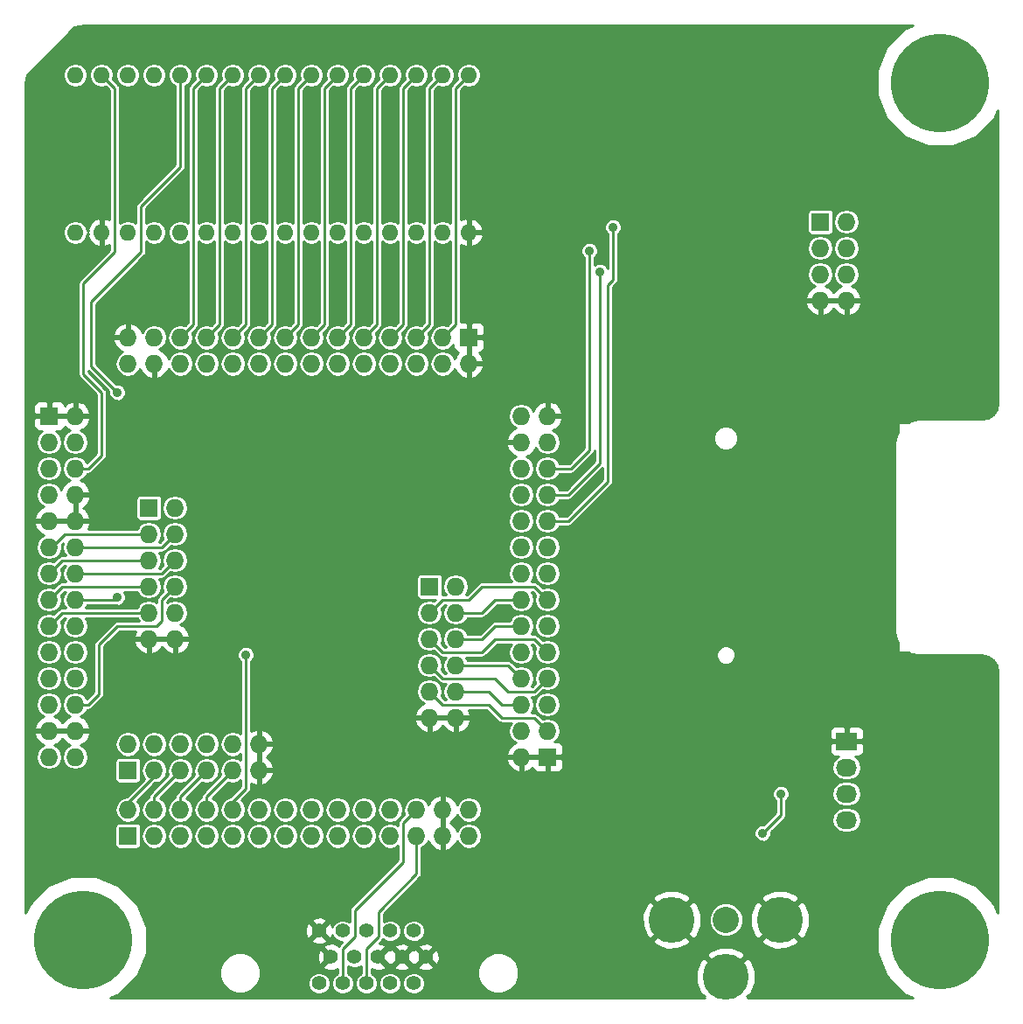
<source format=gbr>
G04 #@! TF.FileFunction,Copper,L2,Bot,Signal*
%FSLAX46Y46*%
G04 Gerber Fmt 4.6, Leading zero omitted, Abs format (unit mm)*
G04 Created by KiCad (PCBNEW 4.0.1-stable) date 12/23/2016 9:48:38 PM*
%MOMM*%
G01*
G04 APERTURE LIST*
%ADD10C,0.150000*%
%ADD11C,9.525000*%
%ADD12R,1.727200X1.727200*%
%ADD13O,1.727200X1.727200*%
%ADD14O,1.600000X1.600000*%
%ADD15C,4.445000*%
%ADD16C,2.540000*%
%ADD17C,1.397000*%
%ADD18R,2.032000X1.727200*%
%ADD19O,2.032000X1.727200*%
%ADD20C,0.889000*%
%ADD21C,0.254000*%
G04 APERTURE END LIST*
D10*
D11*
X99000000Y-16000000D03*
X99000000Y-99000000D03*
D12*
X20320000Y-88900000D03*
D13*
X20320000Y-86360000D03*
X22860000Y-88900000D03*
X22860000Y-86360000D03*
X25400000Y-88900000D03*
X25400000Y-86360000D03*
X27940000Y-88900000D03*
X27940000Y-86360000D03*
X30480000Y-88900000D03*
X30480000Y-86360000D03*
X33020000Y-88900000D03*
X33020000Y-86360000D03*
X35560000Y-88900000D03*
X35560000Y-86360000D03*
X38100000Y-88900000D03*
X38100000Y-86360000D03*
X40640000Y-88900000D03*
X40640000Y-86360000D03*
X43180000Y-88900000D03*
X43180000Y-86360000D03*
X45720000Y-88900000D03*
X45720000Y-86360000D03*
X48260000Y-88900000D03*
X48260000Y-86360000D03*
X50800000Y-88900000D03*
X50800000Y-86360000D03*
X53340000Y-88900000D03*
X53340000Y-86360000D03*
D12*
X60960000Y-81280000D03*
D13*
X58420000Y-81280000D03*
X60960000Y-78740000D03*
X58420000Y-78740000D03*
X60960000Y-76200000D03*
X58420000Y-76200000D03*
X60960000Y-73660000D03*
X58420000Y-73660000D03*
X60960000Y-71120000D03*
X58420000Y-71120000D03*
X60960000Y-68580000D03*
X58420000Y-68580000D03*
X60960000Y-66040000D03*
X58420000Y-66040000D03*
X60960000Y-63500000D03*
X58420000Y-63500000D03*
X60960000Y-60960000D03*
X58420000Y-60960000D03*
X60960000Y-58420000D03*
X58420000Y-58420000D03*
X60960000Y-55880000D03*
X58420000Y-55880000D03*
X60960000Y-53340000D03*
X58420000Y-53340000D03*
X60960000Y-50800000D03*
X58420000Y-50800000D03*
X60960000Y-48260000D03*
X58420000Y-48260000D03*
D12*
X53340000Y-40640000D03*
D13*
X53340000Y-43180000D03*
X50800000Y-40640000D03*
X50800000Y-43180000D03*
X48260000Y-40640000D03*
X48260000Y-43180000D03*
X45720000Y-40640000D03*
X45720000Y-43180000D03*
X43180000Y-40640000D03*
X43180000Y-43180000D03*
X40640000Y-40640000D03*
X40640000Y-43180000D03*
X38100000Y-40640000D03*
X38100000Y-43180000D03*
X35560000Y-40640000D03*
X35560000Y-43180000D03*
X33020000Y-40640000D03*
X33020000Y-43180000D03*
X30480000Y-40640000D03*
X30480000Y-43180000D03*
X27940000Y-40640000D03*
X27940000Y-43180000D03*
X25400000Y-40640000D03*
X25400000Y-43180000D03*
X22860000Y-40640000D03*
X22860000Y-43180000D03*
X20320000Y-40640000D03*
X20320000Y-43180000D03*
D12*
X12700000Y-48260000D03*
D13*
X15240000Y-48260000D03*
X12700000Y-50800000D03*
X15240000Y-50800000D03*
X12700000Y-53340000D03*
X15240000Y-53340000D03*
X12700000Y-55880000D03*
X15240000Y-55880000D03*
X12700000Y-58420000D03*
X15240000Y-58420000D03*
X12700000Y-60960000D03*
X15240000Y-60960000D03*
X12700000Y-63500000D03*
X15240000Y-63500000D03*
X12700000Y-66040000D03*
X15240000Y-66040000D03*
X12700000Y-68580000D03*
X15240000Y-68580000D03*
X12700000Y-71120000D03*
X15240000Y-71120000D03*
X12700000Y-73660000D03*
X15240000Y-73660000D03*
X12700000Y-76200000D03*
X15240000Y-76200000D03*
X12700000Y-78740000D03*
X15240000Y-78740000D03*
X12700000Y-81280000D03*
X15240000Y-81280000D03*
D14*
X15240000Y-30480000D03*
X17780000Y-30480000D03*
X20320000Y-30480000D03*
X22860000Y-30480000D03*
X25400000Y-30480000D03*
X27940000Y-30480000D03*
X30480000Y-30480000D03*
X33020000Y-30480000D03*
X35560000Y-30480000D03*
X38100000Y-30480000D03*
X40640000Y-30480000D03*
X43180000Y-30480000D03*
X45720000Y-30480000D03*
X48260000Y-30480000D03*
X50800000Y-30480000D03*
X53340000Y-30480000D03*
X53340000Y-15240000D03*
X50800000Y-15240000D03*
X48260000Y-15240000D03*
X45720000Y-15240000D03*
X43180000Y-15240000D03*
X40640000Y-15240000D03*
X38100000Y-15240000D03*
X35560000Y-15240000D03*
X33020000Y-15240000D03*
X30480000Y-15240000D03*
X27940000Y-15240000D03*
X25400000Y-15240000D03*
X22860000Y-15240000D03*
X20320000Y-15240000D03*
X17780000Y-15240000D03*
X15240000Y-15240000D03*
D15*
X78232000Y-102539800D03*
X83477100Y-97028000D03*
X72986900Y-97028000D03*
D16*
X78232000Y-97028000D03*
D12*
X20320000Y-82550000D03*
D13*
X20320000Y-80010000D03*
X22860000Y-82550000D03*
X22860000Y-80010000D03*
X25400000Y-82550000D03*
X25400000Y-80010000D03*
X27940000Y-82550000D03*
X27940000Y-80010000D03*
X30480000Y-82550000D03*
X30480000Y-80010000D03*
X33020000Y-82550000D03*
X33020000Y-80010000D03*
D17*
X43421300Y-98097340D03*
X45707300Y-98097340D03*
X47998380Y-98097340D03*
X41127680Y-98097340D03*
X38839140Y-98097340D03*
X42273220Y-100637340D03*
X44561760Y-100637340D03*
X46852840Y-100637340D03*
X49143920Y-100637340D03*
X39982140Y-100637340D03*
X47998380Y-103177340D03*
X45707300Y-103177340D03*
X43418760Y-103174800D03*
X41127680Y-103177340D03*
X38839140Y-103177340D03*
D18*
X89916000Y-79756000D03*
D19*
X89916000Y-82296000D03*
X89916000Y-84836000D03*
X89916000Y-87376000D03*
D12*
X87376000Y-29464000D03*
D13*
X89916000Y-29464000D03*
X87376000Y-32004000D03*
X89916000Y-32004000D03*
X87376000Y-34544000D03*
X89916000Y-34544000D03*
X87376000Y-37084000D03*
X89916000Y-37084000D03*
D11*
X16000000Y-99000000D03*
D12*
X22352000Y-57150000D03*
D13*
X24892000Y-57150000D03*
X22352000Y-59690000D03*
X24892000Y-59690000D03*
X22352000Y-62230000D03*
X24892000Y-62230000D03*
X22352000Y-64770000D03*
X24892000Y-64770000D03*
X22352000Y-67310000D03*
X24892000Y-67310000D03*
X22352000Y-69850000D03*
X24892000Y-69850000D03*
D12*
X49530000Y-64770000D03*
D13*
X52070000Y-64770000D03*
X49530000Y-67310000D03*
X52070000Y-67310000D03*
X49530000Y-69850000D03*
X52070000Y-69850000D03*
X49530000Y-72390000D03*
X52070000Y-72390000D03*
X49530000Y-74930000D03*
X52070000Y-74930000D03*
X49530000Y-77470000D03*
X52070000Y-77470000D03*
D20*
X77470000Y-75565000D03*
X77470000Y-46990000D03*
X73914000Y-65532000D03*
X73914000Y-58166000D03*
X19304000Y-45974000D03*
X19304000Y-65786000D03*
X81788000Y-88646000D03*
X83566000Y-84836000D03*
X67310000Y-29972000D03*
X66040000Y-34290000D03*
X65024000Y-32258000D03*
X31750000Y-71374000D03*
D21*
X48260000Y-88900000D02*
X48260000Y-92583000D01*
X48260000Y-92583000D02*
X44577000Y-96266000D01*
X48260000Y-88900000D02*
X47879000Y-88900000D01*
X44577000Y-96266000D02*
X44577000Y-98679000D01*
X43418760Y-99837240D02*
X44577000Y-98679000D01*
X43418760Y-103174800D02*
X43418760Y-99837240D01*
X48260000Y-86360000D02*
X46990000Y-87630000D01*
X46990000Y-87630000D02*
X46990000Y-91440000D01*
X46990000Y-91440000D02*
X42291000Y-96139000D01*
X41127680Y-103177340D02*
X41127680Y-99842320D01*
X42291000Y-98679000D02*
X42291000Y-96139000D01*
X41127680Y-99842320D02*
X42291000Y-98679000D01*
X50800000Y-40640000D02*
X52070000Y-39370000D01*
X52070000Y-16510000D02*
X53340000Y-15240000D01*
X52070000Y-39370000D02*
X52070000Y-16510000D01*
X48260000Y-40640000D02*
X49530000Y-39370000D01*
X49530000Y-16510000D02*
X50800000Y-15240000D01*
X49530000Y-39370000D02*
X49530000Y-16510000D01*
X45720000Y-40640000D02*
X46990000Y-39370000D01*
X46990000Y-16510000D02*
X48260000Y-15240000D01*
X46990000Y-39370000D02*
X46990000Y-16510000D01*
X43180000Y-40640000D02*
X44450000Y-39370000D01*
X44450000Y-16510000D02*
X45720000Y-15240000D01*
X44450000Y-39370000D02*
X44450000Y-16510000D01*
X40640000Y-40640000D02*
X41910000Y-39370000D01*
X41910000Y-16510000D02*
X43180000Y-15240000D01*
X41910000Y-39370000D02*
X41910000Y-16510000D01*
X38100000Y-40640000D02*
X39370000Y-39370000D01*
X39370000Y-16510000D02*
X40640000Y-15240000D01*
X39370000Y-39370000D02*
X39370000Y-16510000D01*
X35560000Y-40640000D02*
X36830000Y-39370000D01*
X36830000Y-16510000D02*
X38100000Y-15240000D01*
X36830000Y-39370000D02*
X36830000Y-16510000D01*
X33020000Y-40640000D02*
X34290000Y-39370000D01*
X34290000Y-16510000D02*
X35560000Y-15240000D01*
X34290000Y-39370000D02*
X34290000Y-16510000D01*
X30480000Y-40640000D02*
X31750000Y-39370000D01*
X31750000Y-16510000D02*
X33020000Y-15240000D01*
X31750000Y-39370000D02*
X31750000Y-16510000D01*
X27940000Y-40640000D02*
X29210000Y-39370000D01*
X29210000Y-16510000D02*
X30480000Y-15240000D01*
X29210000Y-39370000D02*
X29210000Y-16510000D01*
X25400000Y-40640000D02*
X26670000Y-39370000D01*
X26670000Y-16510000D02*
X27940000Y-15240000D01*
X26670000Y-39370000D02*
X26670000Y-16510000D01*
X17780000Y-49276000D02*
X17780000Y-45974000D01*
X16002000Y-35433000D02*
X19050000Y-32385000D01*
X16002000Y-44196000D02*
X16002000Y-35433000D01*
X17780000Y-45974000D02*
X16002000Y-44196000D01*
X15240000Y-53340000D02*
X16510000Y-53340000D01*
X19050000Y-16510000D02*
X17780000Y-15240000D01*
X19050000Y-32385000D02*
X19050000Y-16510000D01*
X17780000Y-52070000D02*
X17780000Y-49276000D01*
X16510000Y-53340000D02*
X17780000Y-52070000D01*
X19304000Y-45974000D02*
X16764000Y-43434000D01*
X16764000Y-37211000D02*
X21590000Y-32385000D01*
X16764000Y-43434000D02*
X16764000Y-37211000D01*
X15240000Y-66040000D02*
X19050000Y-66040000D01*
X19050000Y-66040000D02*
X19304000Y-65786000D01*
X25400000Y-24130000D02*
X25400000Y-15240000D01*
X21590000Y-32385000D02*
X21590000Y-27940000D01*
X21590000Y-27940000D02*
X25400000Y-24130000D01*
X83566000Y-86868000D02*
X83566000Y-84836000D01*
X81788000Y-88646000D02*
X83566000Y-86868000D01*
X60960000Y-58420000D02*
X62992000Y-58420000D01*
X62992000Y-58420000D02*
X66802000Y-54610000D01*
X66802000Y-54610000D02*
X66802000Y-35560000D01*
X66802000Y-35560000D02*
X67310000Y-35052000D01*
X67310000Y-35052000D02*
X67310000Y-29972000D01*
X60960000Y-55880000D02*
X62992000Y-55880000D01*
X62992000Y-55880000D02*
X66040000Y-52832000D01*
X66040000Y-52832000D02*
X66040000Y-34290000D01*
X60960000Y-53340000D02*
X63246000Y-53340000D01*
X65024000Y-51562000D02*
X65024000Y-32258000D01*
X63246000Y-53340000D02*
X65024000Y-51562000D01*
X20320000Y-86360000D02*
X20320000Y-85725000D01*
X20320000Y-85725000D02*
X22860000Y-83185000D01*
X22860000Y-83185000D02*
X22860000Y-82550000D01*
X22860000Y-86360000D02*
X22860000Y-85090000D01*
X22860000Y-85090000D02*
X25400000Y-82550000D01*
X25400000Y-86360000D02*
X25400000Y-85090000D01*
X25400000Y-85090000D02*
X27940000Y-82550000D01*
X27940000Y-86360000D02*
X27940000Y-85090000D01*
X27940000Y-85090000D02*
X30480000Y-82550000D01*
X27940000Y-86360000D02*
X27940000Y-85725000D01*
X30480000Y-83185000D02*
X30480000Y-82550000D01*
X31750000Y-71374000D02*
X31750000Y-84328000D01*
X30480000Y-86360000D02*
X30480000Y-85598000D01*
X30480000Y-85598000D02*
X31750000Y-84328000D01*
X12700000Y-60960000D02*
X12954000Y-60960000D01*
X12954000Y-60960000D02*
X14224000Y-59690000D01*
X14224000Y-59690000D02*
X22352000Y-59690000D01*
X15240000Y-60960000D02*
X23622000Y-60960000D01*
X23622000Y-60960000D02*
X24892000Y-59690000D01*
X12700000Y-63500000D02*
X13970000Y-62230000D01*
X13970000Y-62230000D02*
X22352000Y-62230000D01*
X15240000Y-63500000D02*
X23622000Y-63500000D01*
X23622000Y-63500000D02*
X24892000Y-62230000D01*
X12700000Y-66040000D02*
X13970000Y-64770000D01*
X13970000Y-64770000D02*
X22352000Y-64770000D01*
X12700000Y-68580000D02*
X13970000Y-67310000D01*
X13970000Y-67310000D02*
X22352000Y-67310000D01*
X15240000Y-76200000D02*
X16510000Y-76200000D01*
X23622000Y-66040000D02*
X24892000Y-64770000D01*
X23622000Y-68072000D02*
X23622000Y-66040000D01*
X23114000Y-68580000D02*
X23622000Y-68072000D01*
X19304000Y-68580000D02*
X23114000Y-68580000D01*
X17526000Y-70358000D02*
X19304000Y-68580000D01*
X17526000Y-75184000D02*
X17526000Y-70358000D01*
X16510000Y-76200000D02*
X17526000Y-75184000D01*
X49530000Y-74930000D02*
X50800000Y-76200000D01*
X59690000Y-77470000D02*
X60960000Y-78740000D01*
X56515000Y-77470000D02*
X59690000Y-77470000D01*
X55245000Y-76200000D02*
X56515000Y-77470000D01*
X50800000Y-76200000D02*
X55245000Y-76200000D01*
X52070000Y-74930000D02*
X55245000Y-74930000D01*
X56515000Y-76200000D02*
X58420000Y-76200000D01*
X55245000Y-74930000D02*
X56515000Y-76200000D01*
X50800000Y-73660000D02*
X55880000Y-73660000D01*
X57150000Y-74930000D02*
X59690000Y-74930000D01*
X55880000Y-73660000D02*
X57150000Y-74930000D01*
X59690000Y-74930000D02*
X60960000Y-73660000D01*
X49530000Y-72390000D02*
X50800000Y-73660000D01*
X59690000Y-74930000D02*
X60960000Y-73660000D01*
X52070000Y-72390000D02*
X57150000Y-72390000D01*
X57150000Y-72390000D02*
X58420000Y-73660000D01*
X49530000Y-69850000D02*
X50800000Y-71120000D01*
X59690000Y-69850000D02*
X60960000Y-71120000D01*
X55880000Y-69850000D02*
X59690000Y-69850000D01*
X54610000Y-71120000D02*
X55880000Y-69850000D01*
X50800000Y-71120000D02*
X54610000Y-71120000D01*
X52070000Y-69850000D02*
X54610000Y-69850000D01*
X55880000Y-68580000D02*
X58420000Y-68580000D01*
X54610000Y-69850000D02*
X55880000Y-68580000D01*
X50800000Y-66040000D02*
X53340000Y-66040000D01*
X54610000Y-64770000D02*
X59690000Y-64770000D01*
X53340000Y-66040000D02*
X54610000Y-64770000D01*
X59690000Y-64770000D02*
X60960000Y-66040000D01*
X49530000Y-67310000D02*
X50800000Y-66040000D01*
X59690000Y-64770000D02*
X60960000Y-66040000D01*
X52070000Y-67310000D02*
X54610000Y-67310000D01*
X55880000Y-66040000D02*
X58420000Y-66040000D01*
X54610000Y-67310000D02*
X55880000Y-66040000D01*
G36*
X95515482Y-10775185D02*
X93781275Y-12506368D01*
X92841571Y-14769425D01*
X92839433Y-17219825D01*
X93775185Y-19484518D01*
X95506368Y-21218725D01*
X97769425Y-22158429D01*
X100219825Y-22160567D01*
X102484518Y-21224815D01*
X104218725Y-19493632D01*
X104569000Y-18650077D01*
X104569000Y-46957548D01*
X104441766Y-47597198D01*
X104103479Y-48103481D01*
X103597197Y-48441767D01*
X102957552Y-48569000D01*
X97000000Y-48569000D01*
X96958364Y-48577282D01*
X96915916Y-48577282D01*
X96150554Y-48729522D01*
X95995182Y-48793878D01*
X95876767Y-48873000D01*
X95000000Y-48873000D01*
X94950590Y-48883006D01*
X94908965Y-48911447D01*
X94881685Y-48953841D01*
X94873000Y-49000000D01*
X94873000Y-49876766D01*
X94793877Y-49995182D01*
X94748371Y-50105043D01*
X94729522Y-50150549D01*
X94577282Y-50915916D01*
X94577282Y-50958364D01*
X94569000Y-51000000D01*
X94569000Y-69000000D01*
X94577282Y-69041636D01*
X94577282Y-69084084D01*
X94729522Y-69849451D01*
X94740271Y-69875400D01*
X94793877Y-70004818D01*
X94873000Y-70123234D01*
X94873000Y-71000000D01*
X94883006Y-71049410D01*
X94911447Y-71091035D01*
X94953841Y-71118315D01*
X95000000Y-71127000D01*
X95876767Y-71127000D01*
X95995182Y-71206122D01*
X96150550Y-71270478D01*
X96150554Y-71270478D01*
X96915916Y-71422718D01*
X96958364Y-71422718D01*
X97000000Y-71431000D01*
X102957552Y-71431000D01*
X103597197Y-71558233D01*
X104103479Y-71896519D01*
X104441766Y-72402802D01*
X104569000Y-73042452D01*
X104569000Y-96348473D01*
X104224815Y-95515482D01*
X102493632Y-93781275D01*
X100230575Y-92841571D01*
X97780175Y-92839433D01*
X95515482Y-93775185D01*
X93781275Y-95506368D01*
X92841571Y-97769425D01*
X92839433Y-100219825D01*
X93775185Y-102484518D01*
X95506368Y-104218725D01*
X96349923Y-104569000D01*
X80319568Y-104569000D01*
X80380188Y-104508380D01*
X80267623Y-104395815D01*
X80661465Y-104147929D01*
X81091937Y-103095802D01*
X81087009Y-101959028D01*
X80661465Y-100931671D01*
X80267621Y-100683784D01*
X78411605Y-102539800D01*
X78425748Y-102553943D01*
X78246143Y-102733548D01*
X78232000Y-102719405D01*
X78217858Y-102733548D01*
X78038253Y-102553943D01*
X78052395Y-102539800D01*
X76196379Y-100683784D01*
X75802535Y-100931671D01*
X75372063Y-101983798D01*
X75376991Y-103120572D01*
X75802535Y-104147929D01*
X76196377Y-104395815D01*
X76083812Y-104508380D01*
X76144432Y-104569000D01*
X18651527Y-104569000D01*
X19484518Y-104224815D01*
X21143329Y-102568896D01*
X29212397Y-102568896D01*
X29513351Y-103297260D01*
X30070129Y-103855011D01*
X30797966Y-104157235D01*
X31586056Y-104157923D01*
X32314420Y-103856969D01*
X32781079Y-103391124D01*
X37759453Y-103391124D01*
X37923451Y-103788029D01*
X38226854Y-104091962D01*
X38623472Y-104256653D01*
X39052924Y-104257027D01*
X39449829Y-104093029D01*
X39753762Y-103789626D01*
X39918453Y-103393008D01*
X39918827Y-102963556D01*
X39754829Y-102566651D01*
X39451426Y-102262718D01*
X39054808Y-102098027D01*
X38625356Y-102097653D01*
X38228451Y-102261651D01*
X37924518Y-102565054D01*
X37759827Y-102961672D01*
X37759453Y-103391124D01*
X32781079Y-103391124D01*
X32872171Y-103300191D01*
X33174395Y-102572354D01*
X33175083Y-101784264D01*
X32874129Y-101055900D01*
X32317351Y-100498149D01*
X32188921Y-100444820D01*
X38636213Y-100444820D01*
X38664992Y-100974539D01*
X38812340Y-101330269D01*
X39047952Y-101391923D01*
X39802535Y-100637340D01*
X39047952Y-99882757D01*
X38812340Y-99944411D01*
X38636213Y-100444820D01*
X32188921Y-100444820D01*
X31589514Y-100195925D01*
X30801424Y-100195237D01*
X30073060Y-100496191D01*
X29515309Y-101052969D01*
X29213085Y-101780806D01*
X29212397Y-102568896D01*
X21143329Y-102568896D01*
X21218725Y-102493632D01*
X22158429Y-100230575D01*
X22159475Y-99031528D01*
X38084557Y-99031528D01*
X38146211Y-99267140D01*
X38646620Y-99443267D01*
X39176339Y-99414488D01*
X39532069Y-99267140D01*
X39593723Y-99031528D01*
X38839140Y-98276945D01*
X38084557Y-99031528D01*
X22159475Y-99031528D01*
X22160458Y-97904820D01*
X37493213Y-97904820D01*
X37521992Y-98434539D01*
X37669340Y-98790269D01*
X37904952Y-98851923D01*
X38659535Y-98097340D01*
X39018745Y-98097340D01*
X39773328Y-98851923D01*
X40008940Y-98790269D01*
X40117973Y-98480487D01*
X40211991Y-98708029D01*
X40515394Y-99011962D01*
X40912012Y-99176653D01*
X41074785Y-99176795D01*
X40768470Y-99483110D01*
X40704281Y-99579175D01*
X40675069Y-99467540D01*
X40174660Y-99291413D01*
X39644941Y-99320192D01*
X39289211Y-99467540D01*
X39227557Y-99703152D01*
X39982140Y-100457735D01*
X39996283Y-100443593D01*
X40175888Y-100623198D01*
X40161745Y-100637340D01*
X40175888Y-100651483D01*
X39996283Y-100831088D01*
X39982140Y-100816945D01*
X39227557Y-101571528D01*
X39289211Y-101807140D01*
X39789620Y-101983267D01*
X40319339Y-101954488D01*
X40619680Y-101830083D01*
X40619680Y-102219221D01*
X40516991Y-102261651D01*
X40213058Y-102565054D01*
X40048367Y-102961672D01*
X40047993Y-103391124D01*
X40211991Y-103788029D01*
X40515394Y-104091962D01*
X40912012Y-104256653D01*
X41341464Y-104257027D01*
X41738369Y-104093029D01*
X42042302Y-103789626D01*
X42206993Y-103393008D01*
X42207367Y-102963556D01*
X42043369Y-102566651D01*
X41739966Y-102262718D01*
X41635680Y-102219414D01*
X41635680Y-101526664D01*
X41660934Y-101551962D01*
X42057552Y-101716653D01*
X42487004Y-101717027D01*
X42883909Y-101553029D01*
X42910760Y-101526225D01*
X42910760Y-102216681D01*
X42808071Y-102259111D01*
X42504138Y-102562514D01*
X42339447Y-102959132D01*
X42339073Y-103388584D01*
X42503071Y-103785489D01*
X42806474Y-104089422D01*
X43203092Y-104254113D01*
X43632544Y-104254487D01*
X44029449Y-104090489D01*
X44333382Y-103787086D01*
X44497800Y-103391124D01*
X44627613Y-103391124D01*
X44791611Y-103788029D01*
X45095014Y-104091962D01*
X45491632Y-104256653D01*
X45921084Y-104257027D01*
X46317989Y-104093029D01*
X46621922Y-103789626D01*
X46786613Y-103393008D01*
X46786614Y-103391124D01*
X46918693Y-103391124D01*
X47082691Y-103788029D01*
X47386094Y-104091962D01*
X47782712Y-104256653D01*
X48212164Y-104257027D01*
X48609069Y-104093029D01*
X48913002Y-103789626D01*
X49077693Y-103393008D01*
X49078067Y-102963556D01*
X48914997Y-102568896D01*
X54200917Y-102568896D01*
X54501871Y-103297260D01*
X55058649Y-103855011D01*
X55786486Y-104157235D01*
X56574576Y-104157923D01*
X57302940Y-103856969D01*
X57860691Y-103300191D01*
X58162915Y-102572354D01*
X58163603Y-101784264D01*
X57862649Y-101055900D01*
X57311891Y-100504179D01*
X76375984Y-100504179D01*
X78232000Y-102360195D01*
X80088016Y-100504179D01*
X79840129Y-100110335D01*
X78788002Y-99679863D01*
X77651228Y-99684791D01*
X76623871Y-100110335D01*
X76375984Y-100504179D01*
X57311891Y-100504179D01*
X57305871Y-100498149D01*
X56578034Y-100195925D01*
X55789944Y-100195237D01*
X55061580Y-100496191D01*
X54503829Y-101052969D01*
X54201605Y-101780806D01*
X54200917Y-102568896D01*
X48914997Y-102568896D01*
X48914069Y-102566651D01*
X48610666Y-102262718D01*
X48214048Y-102098027D01*
X47784596Y-102097653D01*
X47387691Y-102261651D01*
X47083758Y-102565054D01*
X46919067Y-102961672D01*
X46918693Y-103391124D01*
X46786614Y-103391124D01*
X46786987Y-102963556D01*
X46622989Y-102566651D01*
X46319586Y-102262718D01*
X45922968Y-102098027D01*
X45493516Y-102097653D01*
X45096611Y-102261651D01*
X44792678Y-102565054D01*
X44627987Y-102961672D01*
X44627613Y-103391124D01*
X44497800Y-103391124D01*
X44498073Y-103390468D01*
X44498447Y-102961016D01*
X44334449Y-102564111D01*
X44031046Y-102260178D01*
X43926760Y-102216874D01*
X43926760Y-101827529D01*
X44369240Y-101983267D01*
X44898959Y-101954488D01*
X45254689Y-101807140D01*
X45316343Y-101571528D01*
X46098257Y-101571528D01*
X46159911Y-101807140D01*
X46660320Y-101983267D01*
X47190039Y-101954488D01*
X47545769Y-101807140D01*
X47607423Y-101571528D01*
X48389337Y-101571528D01*
X48450991Y-101807140D01*
X48951400Y-101983267D01*
X49481119Y-101954488D01*
X49836849Y-101807140D01*
X49898503Y-101571528D01*
X49143920Y-100816945D01*
X48389337Y-101571528D01*
X47607423Y-101571528D01*
X46852840Y-100816945D01*
X46098257Y-101571528D01*
X45316343Y-101571528D01*
X44561760Y-100816945D01*
X44547618Y-100831088D01*
X44368013Y-100651483D01*
X44382155Y-100637340D01*
X44741365Y-100637340D01*
X45495948Y-101391923D01*
X45707300Y-101336617D01*
X45918652Y-101391923D01*
X46673235Y-100637340D01*
X47032445Y-100637340D01*
X47787028Y-101391923D01*
X47998380Y-101336617D01*
X48209732Y-101391923D01*
X48964315Y-100637340D01*
X49323525Y-100637340D01*
X50078108Y-101391923D01*
X50313720Y-101330269D01*
X50489847Y-100829860D01*
X50461068Y-100300141D01*
X50313720Y-99944411D01*
X50078108Y-99882757D01*
X49323525Y-100637340D01*
X48964315Y-100637340D01*
X48209732Y-99882757D01*
X47998380Y-99938063D01*
X47787028Y-99882757D01*
X47032445Y-100637340D01*
X46673235Y-100637340D01*
X45918652Y-99882757D01*
X45707300Y-99938063D01*
X45495948Y-99882757D01*
X44741365Y-100637340D01*
X44382155Y-100637340D01*
X44368013Y-100623198D01*
X44547618Y-100443593D01*
X44561760Y-100457735D01*
X45316343Y-99703152D01*
X46098257Y-99703152D01*
X46852840Y-100457735D01*
X47607423Y-99703152D01*
X48389337Y-99703152D01*
X49143920Y-100457735D01*
X49898503Y-99703152D01*
X49836849Y-99467540D01*
X49336440Y-99291413D01*
X48806721Y-99320192D01*
X48450991Y-99467540D01*
X48389337Y-99703152D01*
X47607423Y-99703152D01*
X47545769Y-99467540D01*
X47045360Y-99291413D01*
X46515641Y-99320192D01*
X46159911Y-99467540D01*
X46098257Y-99703152D01*
X45316343Y-99703152D01*
X45254689Y-99467540D01*
X44754280Y-99291413D01*
X44678912Y-99295508D01*
X44936210Y-99038210D01*
X45010391Y-98927191D01*
X45095014Y-99011962D01*
X45491632Y-99176653D01*
X45921084Y-99177027D01*
X46317989Y-99013029D01*
X46621922Y-98709626D01*
X46786613Y-98313008D01*
X46786614Y-98311124D01*
X46918693Y-98311124D01*
X47082691Y-98708029D01*
X47386094Y-99011962D01*
X47782712Y-99176653D01*
X48212164Y-99177027D01*
X48486627Y-99063621D01*
X71130884Y-99063621D01*
X71378771Y-99457465D01*
X72430898Y-99887937D01*
X73567672Y-99883009D01*
X74595029Y-99457465D01*
X74842916Y-99063621D01*
X81621084Y-99063621D01*
X81868971Y-99457465D01*
X82921098Y-99887937D01*
X84057872Y-99883009D01*
X85085229Y-99457465D01*
X85333116Y-99063621D01*
X83477100Y-97207605D01*
X81621084Y-99063621D01*
X74842916Y-99063621D01*
X72986900Y-97207605D01*
X71130884Y-99063621D01*
X48486627Y-99063621D01*
X48609069Y-99013029D01*
X48913002Y-98709626D01*
X49077693Y-98313008D01*
X49078067Y-97883556D01*
X48914069Y-97486651D01*
X48610666Y-97182718D01*
X48214048Y-97018027D01*
X47784596Y-97017653D01*
X47387691Y-97181651D01*
X47083758Y-97485054D01*
X46919067Y-97881672D01*
X46918693Y-98311124D01*
X46786614Y-98311124D01*
X46786987Y-97883556D01*
X46622989Y-97486651D01*
X46319586Y-97182718D01*
X45922968Y-97018027D01*
X45493516Y-97017653D01*
X45096611Y-97181651D01*
X45085000Y-97193242D01*
X45085000Y-96476420D01*
X45089422Y-96471998D01*
X70126963Y-96471998D01*
X70131891Y-97608772D01*
X70557435Y-98636129D01*
X70951279Y-98884016D01*
X72807295Y-97028000D01*
X73166505Y-97028000D01*
X75022521Y-98884016D01*
X75416365Y-98636129D01*
X75846837Y-97584002D01*
X75845845Y-97354963D01*
X76580714Y-97354963D01*
X76831534Y-97961995D01*
X77295563Y-98426834D01*
X77902155Y-98678713D01*
X78558963Y-98679286D01*
X79165995Y-98428466D01*
X79630834Y-97964437D01*
X79882713Y-97357845D01*
X79883286Y-96701037D01*
X79788650Y-96471998D01*
X80617163Y-96471998D01*
X80622091Y-97608772D01*
X81047635Y-98636129D01*
X81441479Y-98884016D01*
X83297495Y-97028000D01*
X83656705Y-97028000D01*
X85512721Y-98884016D01*
X85906565Y-98636129D01*
X86337037Y-97584002D01*
X86332109Y-96447228D01*
X85906565Y-95419871D01*
X85512721Y-95171984D01*
X83656705Y-97028000D01*
X83297495Y-97028000D01*
X81441479Y-95171984D01*
X81047635Y-95419871D01*
X80617163Y-96471998D01*
X79788650Y-96471998D01*
X79632466Y-96094005D01*
X79168437Y-95629166D01*
X78561845Y-95377287D01*
X77905037Y-95376714D01*
X77298005Y-95627534D01*
X76833166Y-96091563D01*
X76581287Y-96698155D01*
X76580714Y-97354963D01*
X75845845Y-97354963D01*
X75841909Y-96447228D01*
X75416365Y-95419871D01*
X75022521Y-95171984D01*
X73166505Y-97028000D01*
X72807295Y-97028000D01*
X70951279Y-95171984D01*
X70557435Y-95419871D01*
X70126963Y-96471998D01*
X45089422Y-96471998D01*
X46569041Y-94992379D01*
X71130884Y-94992379D01*
X72986900Y-96848395D01*
X74842916Y-94992379D01*
X81621084Y-94992379D01*
X83477100Y-96848395D01*
X85333116Y-94992379D01*
X85085229Y-94598535D01*
X84033102Y-94168063D01*
X82896328Y-94172991D01*
X81868971Y-94598535D01*
X81621084Y-94992379D01*
X74842916Y-94992379D01*
X74595029Y-94598535D01*
X73542902Y-94168063D01*
X72406128Y-94172991D01*
X71378771Y-94598535D01*
X71130884Y-94992379D01*
X46569041Y-94992379D01*
X48619211Y-92942210D01*
X48729331Y-92777403D01*
X48768000Y-92583000D01*
X48768000Y-90053054D01*
X49140065Y-89804448D01*
X49409860Y-89400671D01*
X49410324Y-89398338D01*
X49593179Y-89788490D01*
X50025053Y-90182688D01*
X50440974Y-90354958D01*
X50673000Y-90233817D01*
X50673000Y-89027000D01*
X50653000Y-89027000D01*
X50653000Y-88773000D01*
X50673000Y-88773000D01*
X50673000Y-86487000D01*
X50653000Y-86487000D01*
X50653000Y-86233000D01*
X50673000Y-86233000D01*
X50673000Y-85026183D01*
X50927000Y-85026183D01*
X50927000Y-86233000D01*
X50947000Y-86233000D01*
X50947000Y-86487000D01*
X50927000Y-86487000D01*
X50927000Y-88773000D01*
X50947000Y-88773000D01*
X50947000Y-89027000D01*
X50927000Y-89027000D01*
X50927000Y-90233817D01*
X51159026Y-90354958D01*
X51574947Y-90182688D01*
X52006821Y-89788490D01*
X52189676Y-89398338D01*
X52190140Y-89400671D01*
X52459935Y-89804448D01*
X52863712Y-90074243D01*
X53340000Y-90168983D01*
X53816288Y-90074243D01*
X54220065Y-89804448D01*
X54489860Y-89400671D01*
X54584600Y-88924383D01*
X54584600Y-88875617D01*
X54571445Y-88809482D01*
X80962357Y-88809482D01*
X81087767Y-89112998D01*
X81319781Y-89345417D01*
X81623077Y-89471357D01*
X81951482Y-89471643D01*
X82254998Y-89346233D01*
X82487417Y-89114219D01*
X82613357Y-88810923D01*
X82613594Y-88538826D01*
X83776420Y-87376000D01*
X88491631Y-87376000D01*
X88586371Y-87852288D01*
X88856166Y-88256065D01*
X89259943Y-88525860D01*
X89736231Y-88620600D01*
X90095769Y-88620600D01*
X90572057Y-88525860D01*
X90975834Y-88256065D01*
X91245629Y-87852288D01*
X91340369Y-87376000D01*
X91245629Y-86899712D01*
X90975834Y-86495935D01*
X90572057Y-86226140D01*
X90095769Y-86131400D01*
X89736231Y-86131400D01*
X89259943Y-86226140D01*
X88856166Y-86495935D01*
X88586371Y-86899712D01*
X88491631Y-87376000D01*
X83776420Y-87376000D01*
X83925210Y-87227210D01*
X84035331Y-87062403D01*
X84074000Y-86868000D01*
X84074000Y-85495302D01*
X84265417Y-85304219D01*
X84391357Y-85000923D01*
X84391500Y-84836000D01*
X88491631Y-84836000D01*
X88586371Y-85312288D01*
X88856166Y-85716065D01*
X89259943Y-85985860D01*
X89736231Y-86080600D01*
X90095769Y-86080600D01*
X90572057Y-85985860D01*
X90975834Y-85716065D01*
X91245629Y-85312288D01*
X91340369Y-84836000D01*
X91245629Y-84359712D01*
X90975834Y-83955935D01*
X90572057Y-83686140D01*
X90095769Y-83591400D01*
X89736231Y-83591400D01*
X89259943Y-83686140D01*
X88856166Y-83955935D01*
X88586371Y-84359712D01*
X88491631Y-84836000D01*
X84391500Y-84836000D01*
X84391643Y-84672518D01*
X84266233Y-84369002D01*
X84034219Y-84136583D01*
X83730923Y-84010643D01*
X83402518Y-84010357D01*
X83099002Y-84135767D01*
X82866583Y-84367781D01*
X82740643Y-84671077D01*
X82740357Y-84999482D01*
X82865767Y-85302998D01*
X83058000Y-85495567D01*
X83058000Y-86657580D01*
X81894987Y-87820593D01*
X81624518Y-87820357D01*
X81321002Y-87945767D01*
X81088583Y-88177781D01*
X80962643Y-88481077D01*
X80962357Y-88809482D01*
X54571445Y-88809482D01*
X54489860Y-88399329D01*
X54220065Y-87995552D01*
X53816288Y-87725757D01*
X53340000Y-87631017D01*
X52863712Y-87725757D01*
X52459935Y-87995552D01*
X52190140Y-88399329D01*
X52189676Y-88401662D01*
X52006821Y-88011510D01*
X51588848Y-87630000D01*
X52006821Y-87248490D01*
X52189676Y-86858338D01*
X52190140Y-86860671D01*
X52459935Y-87264448D01*
X52863712Y-87534243D01*
X53340000Y-87628983D01*
X53816288Y-87534243D01*
X54220065Y-87264448D01*
X54489860Y-86860671D01*
X54584600Y-86384383D01*
X54584600Y-86335617D01*
X54489860Y-85859329D01*
X54220065Y-85455552D01*
X53816288Y-85185757D01*
X53340000Y-85091017D01*
X52863712Y-85185757D01*
X52459935Y-85455552D01*
X52190140Y-85859329D01*
X52189676Y-85861662D01*
X52006821Y-85471510D01*
X51574947Y-85077312D01*
X51159026Y-84905042D01*
X50927000Y-85026183D01*
X50673000Y-85026183D01*
X50440974Y-84905042D01*
X50025053Y-85077312D01*
X49593179Y-85471510D01*
X49410324Y-85861662D01*
X49409860Y-85859329D01*
X49140065Y-85455552D01*
X48736288Y-85185757D01*
X48260000Y-85091017D01*
X47783712Y-85185757D01*
X47379935Y-85455552D01*
X47110140Y-85859329D01*
X47015400Y-86335617D01*
X47015400Y-86384383D01*
X47098654Y-86802926D01*
X46630790Y-87270790D01*
X46520669Y-87435597D01*
X46482000Y-87630000D01*
X46482000Y-87916664D01*
X46196288Y-87725757D01*
X45720000Y-87631017D01*
X45243712Y-87725757D01*
X44839935Y-87995552D01*
X44570140Y-88399329D01*
X44475400Y-88875617D01*
X44475400Y-88924383D01*
X44570140Y-89400671D01*
X44839935Y-89804448D01*
X45243712Y-90074243D01*
X45720000Y-90168983D01*
X46196288Y-90074243D01*
X46482000Y-89883336D01*
X46482000Y-91229579D01*
X41931790Y-95779790D01*
X41821669Y-95944597D01*
X41783000Y-96139000D01*
X41783000Y-97225827D01*
X41739966Y-97182718D01*
X41343348Y-97018027D01*
X40913896Y-97017653D01*
X40516991Y-97181651D01*
X40213058Y-97485054D01*
X40127595Y-97690870D01*
X40008940Y-97404411D01*
X39773328Y-97342757D01*
X39018745Y-98097340D01*
X38659535Y-98097340D01*
X37904952Y-97342757D01*
X37669340Y-97404411D01*
X37493213Y-97904820D01*
X22160458Y-97904820D01*
X22160567Y-97780175D01*
X21905619Y-97163152D01*
X38084557Y-97163152D01*
X38839140Y-97917735D01*
X39593723Y-97163152D01*
X39532069Y-96927540D01*
X39031660Y-96751413D01*
X38501941Y-96780192D01*
X38146211Y-96927540D01*
X38084557Y-97163152D01*
X21905619Y-97163152D01*
X21224815Y-95515482D01*
X19493632Y-93781275D01*
X17230575Y-92841571D01*
X14780175Y-92839433D01*
X12515482Y-93775185D01*
X10781275Y-95506368D01*
X10431000Y-96349923D01*
X10431000Y-88036400D01*
X19067936Y-88036400D01*
X19067936Y-89763600D01*
X19094503Y-89904790D01*
X19177946Y-90034465D01*
X19305266Y-90121459D01*
X19456400Y-90152064D01*
X21183600Y-90152064D01*
X21324790Y-90125497D01*
X21454465Y-90042054D01*
X21541459Y-89914734D01*
X21572064Y-89763600D01*
X21572064Y-88875617D01*
X21615400Y-88875617D01*
X21615400Y-88924383D01*
X21710140Y-89400671D01*
X21979935Y-89804448D01*
X22383712Y-90074243D01*
X22860000Y-90168983D01*
X23336288Y-90074243D01*
X23740065Y-89804448D01*
X24009860Y-89400671D01*
X24104600Y-88924383D01*
X24104600Y-88875617D01*
X24155400Y-88875617D01*
X24155400Y-88924383D01*
X24250140Y-89400671D01*
X24519935Y-89804448D01*
X24923712Y-90074243D01*
X25400000Y-90168983D01*
X25876288Y-90074243D01*
X26280065Y-89804448D01*
X26549860Y-89400671D01*
X26644600Y-88924383D01*
X26644600Y-88875617D01*
X26695400Y-88875617D01*
X26695400Y-88924383D01*
X26790140Y-89400671D01*
X27059935Y-89804448D01*
X27463712Y-90074243D01*
X27940000Y-90168983D01*
X28416288Y-90074243D01*
X28820065Y-89804448D01*
X29089860Y-89400671D01*
X29184600Y-88924383D01*
X29184600Y-88875617D01*
X29235400Y-88875617D01*
X29235400Y-88924383D01*
X29330140Y-89400671D01*
X29599935Y-89804448D01*
X30003712Y-90074243D01*
X30480000Y-90168983D01*
X30956288Y-90074243D01*
X31360065Y-89804448D01*
X31629860Y-89400671D01*
X31724600Y-88924383D01*
X31724600Y-88875617D01*
X31775400Y-88875617D01*
X31775400Y-88924383D01*
X31870140Y-89400671D01*
X32139935Y-89804448D01*
X32543712Y-90074243D01*
X33020000Y-90168983D01*
X33496288Y-90074243D01*
X33900065Y-89804448D01*
X34169860Y-89400671D01*
X34264600Y-88924383D01*
X34264600Y-88875617D01*
X34315400Y-88875617D01*
X34315400Y-88924383D01*
X34410140Y-89400671D01*
X34679935Y-89804448D01*
X35083712Y-90074243D01*
X35560000Y-90168983D01*
X36036288Y-90074243D01*
X36440065Y-89804448D01*
X36709860Y-89400671D01*
X36804600Y-88924383D01*
X36804600Y-88875617D01*
X36855400Y-88875617D01*
X36855400Y-88924383D01*
X36950140Y-89400671D01*
X37219935Y-89804448D01*
X37623712Y-90074243D01*
X38100000Y-90168983D01*
X38576288Y-90074243D01*
X38980065Y-89804448D01*
X39249860Y-89400671D01*
X39344600Y-88924383D01*
X39344600Y-88875617D01*
X39395400Y-88875617D01*
X39395400Y-88924383D01*
X39490140Y-89400671D01*
X39759935Y-89804448D01*
X40163712Y-90074243D01*
X40640000Y-90168983D01*
X41116288Y-90074243D01*
X41520065Y-89804448D01*
X41789860Y-89400671D01*
X41884600Y-88924383D01*
X41884600Y-88875617D01*
X41935400Y-88875617D01*
X41935400Y-88924383D01*
X42030140Y-89400671D01*
X42299935Y-89804448D01*
X42703712Y-90074243D01*
X43180000Y-90168983D01*
X43656288Y-90074243D01*
X44060065Y-89804448D01*
X44329860Y-89400671D01*
X44424600Y-88924383D01*
X44424600Y-88875617D01*
X44329860Y-88399329D01*
X44060065Y-87995552D01*
X43656288Y-87725757D01*
X43180000Y-87631017D01*
X42703712Y-87725757D01*
X42299935Y-87995552D01*
X42030140Y-88399329D01*
X41935400Y-88875617D01*
X41884600Y-88875617D01*
X41789860Y-88399329D01*
X41520065Y-87995552D01*
X41116288Y-87725757D01*
X40640000Y-87631017D01*
X40163712Y-87725757D01*
X39759935Y-87995552D01*
X39490140Y-88399329D01*
X39395400Y-88875617D01*
X39344600Y-88875617D01*
X39249860Y-88399329D01*
X38980065Y-87995552D01*
X38576288Y-87725757D01*
X38100000Y-87631017D01*
X37623712Y-87725757D01*
X37219935Y-87995552D01*
X36950140Y-88399329D01*
X36855400Y-88875617D01*
X36804600Y-88875617D01*
X36709860Y-88399329D01*
X36440065Y-87995552D01*
X36036288Y-87725757D01*
X35560000Y-87631017D01*
X35083712Y-87725757D01*
X34679935Y-87995552D01*
X34410140Y-88399329D01*
X34315400Y-88875617D01*
X34264600Y-88875617D01*
X34169860Y-88399329D01*
X33900065Y-87995552D01*
X33496288Y-87725757D01*
X33020000Y-87631017D01*
X32543712Y-87725757D01*
X32139935Y-87995552D01*
X31870140Y-88399329D01*
X31775400Y-88875617D01*
X31724600Y-88875617D01*
X31629860Y-88399329D01*
X31360065Y-87995552D01*
X30956288Y-87725757D01*
X30480000Y-87631017D01*
X30003712Y-87725757D01*
X29599935Y-87995552D01*
X29330140Y-88399329D01*
X29235400Y-88875617D01*
X29184600Y-88875617D01*
X29089860Y-88399329D01*
X28820065Y-87995552D01*
X28416288Y-87725757D01*
X27940000Y-87631017D01*
X27463712Y-87725757D01*
X27059935Y-87995552D01*
X26790140Y-88399329D01*
X26695400Y-88875617D01*
X26644600Y-88875617D01*
X26549860Y-88399329D01*
X26280065Y-87995552D01*
X25876288Y-87725757D01*
X25400000Y-87631017D01*
X24923712Y-87725757D01*
X24519935Y-87995552D01*
X24250140Y-88399329D01*
X24155400Y-88875617D01*
X24104600Y-88875617D01*
X24009860Y-88399329D01*
X23740065Y-87995552D01*
X23336288Y-87725757D01*
X22860000Y-87631017D01*
X22383712Y-87725757D01*
X21979935Y-87995552D01*
X21710140Y-88399329D01*
X21615400Y-88875617D01*
X21572064Y-88875617D01*
X21572064Y-88036400D01*
X21545497Y-87895210D01*
X21462054Y-87765535D01*
X21334734Y-87678541D01*
X21183600Y-87647936D01*
X19456400Y-87647936D01*
X19315210Y-87674503D01*
X19185535Y-87757946D01*
X19098541Y-87885266D01*
X19067936Y-88036400D01*
X10431000Y-88036400D01*
X10431000Y-86335617D01*
X19075400Y-86335617D01*
X19075400Y-86384383D01*
X19170140Y-86860671D01*
X19439935Y-87264448D01*
X19843712Y-87534243D01*
X20320000Y-87628983D01*
X20796288Y-87534243D01*
X21200065Y-87264448D01*
X21469860Y-86860671D01*
X21564600Y-86384383D01*
X21564600Y-86335617D01*
X21615400Y-86335617D01*
X21615400Y-86384383D01*
X21710140Y-86860671D01*
X21979935Y-87264448D01*
X22383712Y-87534243D01*
X22860000Y-87628983D01*
X23336288Y-87534243D01*
X23740065Y-87264448D01*
X24009860Y-86860671D01*
X24104600Y-86384383D01*
X24104600Y-86335617D01*
X24155400Y-86335617D01*
X24155400Y-86384383D01*
X24250140Y-86860671D01*
X24519935Y-87264448D01*
X24923712Y-87534243D01*
X25400000Y-87628983D01*
X25876288Y-87534243D01*
X26280065Y-87264448D01*
X26549860Y-86860671D01*
X26644600Y-86384383D01*
X26644600Y-86335617D01*
X26695400Y-86335617D01*
X26695400Y-86384383D01*
X26790140Y-86860671D01*
X27059935Y-87264448D01*
X27463712Y-87534243D01*
X27940000Y-87628983D01*
X28416288Y-87534243D01*
X28820065Y-87264448D01*
X29089860Y-86860671D01*
X29184600Y-86384383D01*
X29184600Y-86335617D01*
X29089860Y-85859329D01*
X28820065Y-85455552D01*
X28504033Y-85244387D01*
X30020782Y-83727638D01*
X30480000Y-83818983D01*
X30956288Y-83724243D01*
X31242000Y-83533336D01*
X31242000Y-84117580D01*
X30216062Y-85143518D01*
X30003712Y-85185757D01*
X29599935Y-85455552D01*
X29330140Y-85859329D01*
X29235400Y-86335617D01*
X29235400Y-86384383D01*
X29330140Y-86860671D01*
X29599935Y-87264448D01*
X30003712Y-87534243D01*
X30480000Y-87628983D01*
X30956288Y-87534243D01*
X31360065Y-87264448D01*
X31629860Y-86860671D01*
X31724600Y-86384383D01*
X31724600Y-86335617D01*
X31775400Y-86335617D01*
X31775400Y-86384383D01*
X31870140Y-86860671D01*
X32139935Y-87264448D01*
X32543712Y-87534243D01*
X33020000Y-87628983D01*
X33496288Y-87534243D01*
X33900065Y-87264448D01*
X34169860Y-86860671D01*
X34264600Y-86384383D01*
X34264600Y-86335617D01*
X34315400Y-86335617D01*
X34315400Y-86384383D01*
X34410140Y-86860671D01*
X34679935Y-87264448D01*
X35083712Y-87534243D01*
X35560000Y-87628983D01*
X36036288Y-87534243D01*
X36440065Y-87264448D01*
X36709860Y-86860671D01*
X36804600Y-86384383D01*
X36804600Y-86335617D01*
X36855400Y-86335617D01*
X36855400Y-86384383D01*
X36950140Y-86860671D01*
X37219935Y-87264448D01*
X37623712Y-87534243D01*
X38100000Y-87628983D01*
X38576288Y-87534243D01*
X38980065Y-87264448D01*
X39249860Y-86860671D01*
X39344600Y-86384383D01*
X39344600Y-86335617D01*
X39395400Y-86335617D01*
X39395400Y-86384383D01*
X39490140Y-86860671D01*
X39759935Y-87264448D01*
X40163712Y-87534243D01*
X40640000Y-87628983D01*
X41116288Y-87534243D01*
X41520065Y-87264448D01*
X41789860Y-86860671D01*
X41884600Y-86384383D01*
X41884600Y-86335617D01*
X41935400Y-86335617D01*
X41935400Y-86384383D01*
X42030140Y-86860671D01*
X42299935Y-87264448D01*
X42703712Y-87534243D01*
X43180000Y-87628983D01*
X43656288Y-87534243D01*
X44060065Y-87264448D01*
X44329860Y-86860671D01*
X44424600Y-86384383D01*
X44424600Y-86335617D01*
X44475400Y-86335617D01*
X44475400Y-86384383D01*
X44570140Y-86860671D01*
X44839935Y-87264448D01*
X45243712Y-87534243D01*
X45720000Y-87628983D01*
X46196288Y-87534243D01*
X46600065Y-87264448D01*
X46869860Y-86860671D01*
X46964600Y-86384383D01*
X46964600Y-86335617D01*
X46869860Y-85859329D01*
X46600065Y-85455552D01*
X46196288Y-85185757D01*
X45720000Y-85091017D01*
X45243712Y-85185757D01*
X44839935Y-85455552D01*
X44570140Y-85859329D01*
X44475400Y-86335617D01*
X44424600Y-86335617D01*
X44329860Y-85859329D01*
X44060065Y-85455552D01*
X43656288Y-85185757D01*
X43180000Y-85091017D01*
X42703712Y-85185757D01*
X42299935Y-85455552D01*
X42030140Y-85859329D01*
X41935400Y-86335617D01*
X41884600Y-86335617D01*
X41789860Y-85859329D01*
X41520065Y-85455552D01*
X41116288Y-85185757D01*
X40640000Y-85091017D01*
X40163712Y-85185757D01*
X39759935Y-85455552D01*
X39490140Y-85859329D01*
X39395400Y-86335617D01*
X39344600Y-86335617D01*
X39249860Y-85859329D01*
X38980065Y-85455552D01*
X38576288Y-85185757D01*
X38100000Y-85091017D01*
X37623712Y-85185757D01*
X37219935Y-85455552D01*
X36950140Y-85859329D01*
X36855400Y-86335617D01*
X36804600Y-86335617D01*
X36709860Y-85859329D01*
X36440065Y-85455552D01*
X36036288Y-85185757D01*
X35560000Y-85091017D01*
X35083712Y-85185757D01*
X34679935Y-85455552D01*
X34410140Y-85859329D01*
X34315400Y-86335617D01*
X34264600Y-86335617D01*
X34169860Y-85859329D01*
X33900065Y-85455552D01*
X33496288Y-85185757D01*
X33020000Y-85091017D01*
X32543712Y-85185757D01*
X32139935Y-85455552D01*
X31870140Y-85859329D01*
X31775400Y-86335617D01*
X31724600Y-86335617D01*
X31629860Y-85859329D01*
X31360065Y-85455552D01*
X31348557Y-85447863D01*
X32109210Y-84687210D01*
X32219331Y-84522404D01*
X32228404Y-84476790D01*
X32258000Y-84328000D01*
X32258000Y-83838051D01*
X32660974Y-84004958D01*
X32893000Y-83883817D01*
X32893000Y-82677000D01*
X33147000Y-82677000D01*
X33147000Y-83883817D01*
X33379026Y-84004958D01*
X33794947Y-83832688D01*
X34226821Y-83438490D01*
X34474968Y-82909027D01*
X34354469Y-82677000D01*
X33147000Y-82677000D01*
X32893000Y-82677000D01*
X32873000Y-82677000D01*
X32873000Y-82423000D01*
X32893000Y-82423000D01*
X32893000Y-80137000D01*
X33147000Y-80137000D01*
X33147000Y-82423000D01*
X34354469Y-82423000D01*
X34474968Y-82190973D01*
X34226821Y-81661510D01*
X34202189Y-81639026D01*
X56965042Y-81639026D01*
X57137312Y-82054947D01*
X57531510Y-82486821D01*
X58060973Y-82734968D01*
X58293000Y-82614469D01*
X58293000Y-81407000D01*
X58547000Y-81407000D01*
X58547000Y-82614469D01*
X58779027Y-82734968D01*
X59308490Y-82486821D01*
X59475471Y-82303881D01*
X59558073Y-82503299D01*
X59736702Y-82681927D01*
X59970091Y-82778600D01*
X60674250Y-82778600D01*
X60833000Y-82619850D01*
X60833000Y-81407000D01*
X61087000Y-81407000D01*
X61087000Y-82619850D01*
X61245750Y-82778600D01*
X61949909Y-82778600D01*
X62183298Y-82681927D01*
X62361927Y-82503299D01*
X62458600Y-82269910D01*
X62458600Y-81565750D01*
X62299850Y-81407000D01*
X61087000Y-81407000D01*
X60833000Y-81407000D01*
X58547000Y-81407000D01*
X58293000Y-81407000D01*
X57086183Y-81407000D01*
X56965042Y-81639026D01*
X34202189Y-81639026D01*
X33808848Y-81280000D01*
X34226821Y-80898490D01*
X34474968Y-80369027D01*
X34354469Y-80137000D01*
X33147000Y-80137000D01*
X32893000Y-80137000D01*
X32873000Y-80137000D01*
X32873000Y-79883000D01*
X32893000Y-79883000D01*
X32893000Y-78676183D01*
X33147000Y-78676183D01*
X33147000Y-79883000D01*
X34354469Y-79883000D01*
X34474968Y-79650973D01*
X34226821Y-79121510D01*
X33794947Y-78727312D01*
X33379026Y-78555042D01*
X33147000Y-78676183D01*
X32893000Y-78676183D01*
X32660974Y-78555042D01*
X32258000Y-78721949D01*
X32258000Y-77829026D01*
X48075042Y-77829026D01*
X48247312Y-78244947D01*
X48641510Y-78676821D01*
X49170973Y-78924968D01*
X49403000Y-78804469D01*
X49403000Y-77597000D01*
X49657000Y-77597000D01*
X49657000Y-78804469D01*
X49889027Y-78924968D01*
X50418490Y-78676821D01*
X50800000Y-78258848D01*
X51181510Y-78676821D01*
X51710973Y-78924968D01*
X51943000Y-78804469D01*
X51943000Y-77597000D01*
X52197000Y-77597000D01*
X52197000Y-78804469D01*
X52429027Y-78924968D01*
X52958490Y-78676821D01*
X53352688Y-78244947D01*
X53524958Y-77829026D01*
X53403817Y-77597000D01*
X52197000Y-77597000D01*
X51943000Y-77597000D01*
X49657000Y-77597000D01*
X49403000Y-77597000D01*
X48196183Y-77597000D01*
X48075042Y-77829026D01*
X32258000Y-77829026D01*
X32258000Y-77110974D01*
X48075042Y-77110974D01*
X48196183Y-77343000D01*
X49403000Y-77343000D01*
X49403000Y-77323000D01*
X49657000Y-77323000D01*
X49657000Y-77343000D01*
X51943000Y-77343000D01*
X51943000Y-77323000D01*
X52197000Y-77323000D01*
X52197000Y-77343000D01*
X53403817Y-77343000D01*
X53524958Y-77110974D01*
X53358051Y-76708000D01*
X55034580Y-76708000D01*
X56155790Y-77829210D01*
X56320596Y-77939331D01*
X56352850Y-77945746D01*
X56515000Y-77978000D01*
X57436664Y-77978000D01*
X57245757Y-78263712D01*
X57151017Y-78740000D01*
X57245757Y-79216288D01*
X57515552Y-79620065D01*
X57919329Y-79889860D01*
X57921662Y-79890324D01*
X57531510Y-80073179D01*
X57137312Y-80505053D01*
X56965042Y-80920974D01*
X57086183Y-81153000D01*
X58293000Y-81153000D01*
X58293000Y-81133000D01*
X58547000Y-81133000D01*
X58547000Y-81153000D01*
X60833000Y-81153000D01*
X60833000Y-81133000D01*
X61087000Y-81133000D01*
X61087000Y-81153000D01*
X62299850Y-81153000D01*
X62458600Y-80994250D01*
X62458600Y-80290090D01*
X62361927Y-80056701D01*
X62346976Y-80041750D01*
X88265000Y-80041750D01*
X88265000Y-80745910D01*
X88361673Y-80979299D01*
X88540302Y-81157927D01*
X88773691Y-81254600D01*
X89097621Y-81254600D01*
X88856166Y-81415935D01*
X88586371Y-81819712D01*
X88491631Y-82296000D01*
X88586371Y-82772288D01*
X88856166Y-83176065D01*
X89259943Y-83445860D01*
X89736231Y-83540600D01*
X90095769Y-83540600D01*
X90572057Y-83445860D01*
X90975834Y-83176065D01*
X91245629Y-82772288D01*
X91340369Y-82296000D01*
X91245629Y-81819712D01*
X90975834Y-81415935D01*
X90734379Y-81254600D01*
X91058309Y-81254600D01*
X91291698Y-81157927D01*
X91470327Y-80979299D01*
X91567000Y-80745910D01*
X91567000Y-80041750D01*
X91408250Y-79883000D01*
X90043000Y-79883000D01*
X90043000Y-79903000D01*
X89789000Y-79903000D01*
X89789000Y-79883000D01*
X88423750Y-79883000D01*
X88265000Y-80041750D01*
X62346976Y-80041750D01*
X62183298Y-79878073D01*
X61949909Y-79781400D01*
X61622993Y-79781400D01*
X61864448Y-79620065D01*
X62134243Y-79216288D01*
X62223793Y-78766090D01*
X88265000Y-78766090D01*
X88265000Y-79470250D01*
X88423750Y-79629000D01*
X89789000Y-79629000D01*
X89789000Y-78416150D01*
X90043000Y-78416150D01*
X90043000Y-79629000D01*
X91408250Y-79629000D01*
X91567000Y-79470250D01*
X91567000Y-78766090D01*
X91470327Y-78532701D01*
X91291698Y-78354073D01*
X91058309Y-78257400D01*
X90201750Y-78257400D01*
X90043000Y-78416150D01*
X89789000Y-78416150D01*
X89630250Y-78257400D01*
X88773691Y-78257400D01*
X88540302Y-78354073D01*
X88361673Y-78532701D01*
X88265000Y-78766090D01*
X62223793Y-78766090D01*
X62228983Y-78740000D01*
X62134243Y-78263712D01*
X61864448Y-77859935D01*
X61460671Y-77590140D01*
X60984383Y-77495400D01*
X60935617Y-77495400D01*
X60517074Y-77578654D01*
X60049210Y-77110790D01*
X59884403Y-77000669D01*
X59690000Y-76962000D01*
X59403336Y-76962000D01*
X59594243Y-76676288D01*
X59688983Y-76200000D01*
X59691017Y-76200000D01*
X59785757Y-76676288D01*
X60055552Y-77080065D01*
X60459329Y-77349860D01*
X60935617Y-77444600D01*
X60984383Y-77444600D01*
X61460671Y-77349860D01*
X61864448Y-77080065D01*
X62134243Y-76676288D01*
X62228983Y-76200000D01*
X62134243Y-75723712D01*
X61864448Y-75319935D01*
X61460671Y-75050140D01*
X60984383Y-74955400D01*
X60935617Y-74955400D01*
X60459329Y-75050140D01*
X60055552Y-75319935D01*
X59785757Y-75723712D01*
X59691017Y-76200000D01*
X59688983Y-76200000D01*
X59594243Y-75723712D01*
X59403336Y-75438000D01*
X59690000Y-75438000D01*
X59884403Y-75399331D01*
X60049210Y-75289210D01*
X60517074Y-74821346D01*
X60935617Y-74904600D01*
X60984383Y-74904600D01*
X61460671Y-74809860D01*
X61864448Y-74540065D01*
X62134243Y-74136288D01*
X62228983Y-73660000D01*
X62134243Y-73183712D01*
X61864448Y-72779935D01*
X61460671Y-72510140D01*
X60984383Y-72415400D01*
X60935617Y-72415400D01*
X60459329Y-72510140D01*
X60055552Y-72779935D01*
X59785757Y-73183712D01*
X59691017Y-73660000D01*
X59782362Y-74119218D01*
X59479580Y-74422000D01*
X59403336Y-74422000D01*
X59594243Y-74136288D01*
X59688983Y-73660000D01*
X59594243Y-73183712D01*
X59324448Y-72779935D01*
X58920671Y-72510140D01*
X58444383Y-72415400D01*
X58395617Y-72415400D01*
X57977074Y-72498654D01*
X57509210Y-72030790D01*
X57344403Y-71920669D01*
X57150000Y-71882000D01*
X53223054Y-71882000D01*
X53053336Y-71628000D01*
X54610000Y-71628000D01*
X54804403Y-71589331D01*
X54969210Y-71479210D01*
X56090420Y-70358000D01*
X57436664Y-70358000D01*
X57245757Y-70643712D01*
X57151017Y-71120000D01*
X57245757Y-71596288D01*
X57515552Y-72000065D01*
X57919329Y-72269860D01*
X58395617Y-72364600D01*
X58444383Y-72364600D01*
X58920671Y-72269860D01*
X59324448Y-72000065D01*
X59594243Y-71596288D01*
X59688983Y-71120000D01*
X59594243Y-70643712D01*
X59403336Y-70358000D01*
X59479580Y-70358000D01*
X59782362Y-70660782D01*
X59691017Y-71120000D01*
X59785757Y-71596288D01*
X60055552Y-72000065D01*
X60459329Y-72269860D01*
X60935617Y-72364600D01*
X60984383Y-72364600D01*
X61460671Y-72269860D01*
X61864448Y-72000065D01*
X62134184Y-71596375D01*
X77300839Y-71596375D01*
X77442277Y-71938680D01*
X77703943Y-72200803D01*
X78046000Y-72342838D01*
X78416375Y-72343161D01*
X78758680Y-72201723D01*
X79020803Y-71940057D01*
X79162838Y-71598000D01*
X79163161Y-71227625D01*
X79021723Y-70885320D01*
X78760057Y-70623197D01*
X78418000Y-70481162D01*
X78047625Y-70480839D01*
X77705320Y-70622277D01*
X77443197Y-70883943D01*
X77301162Y-71226000D01*
X77300839Y-71596375D01*
X62134184Y-71596375D01*
X62134243Y-71596288D01*
X62228983Y-71120000D01*
X62134243Y-70643712D01*
X61864448Y-70239935D01*
X61460671Y-69970140D01*
X60984383Y-69875400D01*
X60935617Y-69875400D01*
X60517074Y-69958654D01*
X60049210Y-69490790D01*
X59884403Y-69380669D01*
X59690000Y-69342000D01*
X59403336Y-69342000D01*
X59594243Y-69056288D01*
X59688983Y-68580000D01*
X59691017Y-68580000D01*
X59785757Y-69056288D01*
X60055552Y-69460065D01*
X60459329Y-69729860D01*
X60935617Y-69824600D01*
X60984383Y-69824600D01*
X61460671Y-69729860D01*
X61864448Y-69460065D01*
X62134243Y-69056288D01*
X62228983Y-68580000D01*
X62134243Y-68103712D01*
X61864448Y-67699935D01*
X61460671Y-67430140D01*
X60984383Y-67335400D01*
X60935617Y-67335400D01*
X60459329Y-67430140D01*
X60055552Y-67699935D01*
X59785757Y-68103712D01*
X59691017Y-68580000D01*
X59688983Y-68580000D01*
X59594243Y-68103712D01*
X59324448Y-67699935D01*
X58920671Y-67430140D01*
X58444383Y-67335400D01*
X58395617Y-67335400D01*
X57919329Y-67430140D01*
X57515552Y-67699935D01*
X57266946Y-68072000D01*
X55880000Y-68072000D01*
X55720572Y-68103712D01*
X55685596Y-68110669D01*
X55520790Y-68220790D01*
X54399580Y-69342000D01*
X53223054Y-69342000D01*
X52974448Y-68969935D01*
X52570671Y-68700140D01*
X52094383Y-68605400D01*
X52045617Y-68605400D01*
X51569329Y-68700140D01*
X51165552Y-68969935D01*
X50895757Y-69373712D01*
X50801017Y-69850000D01*
X50895757Y-70326288D01*
X51086664Y-70612000D01*
X51010420Y-70612000D01*
X50707638Y-70309218D01*
X50798983Y-69850000D01*
X50704243Y-69373712D01*
X50434448Y-68969935D01*
X50030671Y-68700140D01*
X49554383Y-68605400D01*
X49505617Y-68605400D01*
X49029329Y-68700140D01*
X48625552Y-68969935D01*
X48355757Y-69373712D01*
X48261017Y-69850000D01*
X48355757Y-70326288D01*
X48625552Y-70730065D01*
X49029329Y-70999860D01*
X49505617Y-71094600D01*
X49554383Y-71094600D01*
X49972926Y-71011346D01*
X50440790Y-71479210D01*
X50605596Y-71589331D01*
X50637850Y-71595746D01*
X50800000Y-71628000D01*
X51086664Y-71628000D01*
X50895757Y-71913712D01*
X50801017Y-72390000D01*
X50895757Y-72866288D01*
X51086664Y-73152000D01*
X51010420Y-73152000D01*
X50707638Y-72849218D01*
X50798983Y-72390000D01*
X50704243Y-71913712D01*
X50434448Y-71509935D01*
X50030671Y-71240140D01*
X49554383Y-71145400D01*
X49505617Y-71145400D01*
X49029329Y-71240140D01*
X48625552Y-71509935D01*
X48355757Y-71913712D01*
X48261017Y-72390000D01*
X48355757Y-72866288D01*
X48625552Y-73270065D01*
X49029329Y-73539860D01*
X49505617Y-73634600D01*
X49554383Y-73634600D01*
X49972926Y-73551346D01*
X50440790Y-74019210D01*
X50605596Y-74129331D01*
X50637850Y-74135746D01*
X50800000Y-74168000D01*
X51086664Y-74168000D01*
X50895757Y-74453712D01*
X50801017Y-74930000D01*
X50895757Y-75406288D01*
X51086664Y-75692000D01*
X51010420Y-75692000D01*
X50707638Y-75389218D01*
X50798983Y-74930000D01*
X50704243Y-74453712D01*
X50434448Y-74049935D01*
X50030671Y-73780140D01*
X49554383Y-73685400D01*
X49505617Y-73685400D01*
X49029329Y-73780140D01*
X48625552Y-74049935D01*
X48355757Y-74453712D01*
X48261017Y-74930000D01*
X48355757Y-75406288D01*
X48625552Y-75810065D01*
X49029329Y-76079860D01*
X49031662Y-76080324D01*
X48641510Y-76263179D01*
X48247312Y-76695053D01*
X48075042Y-77110974D01*
X32258000Y-77110974D01*
X32258000Y-72033302D01*
X32449417Y-71842219D01*
X32575357Y-71538923D01*
X32575643Y-71210518D01*
X32450233Y-70907002D01*
X32218219Y-70674583D01*
X31914923Y-70548643D01*
X31586518Y-70548357D01*
X31283002Y-70673767D01*
X31050583Y-70905781D01*
X30924643Y-71209077D01*
X30924357Y-71537482D01*
X31049767Y-71840998D01*
X31242000Y-72033567D01*
X31242000Y-79026664D01*
X30956288Y-78835757D01*
X30480000Y-78741017D01*
X30003712Y-78835757D01*
X29599935Y-79105552D01*
X29330140Y-79509329D01*
X29235400Y-79985617D01*
X29235400Y-80034383D01*
X29330140Y-80510671D01*
X29599935Y-80914448D01*
X30003712Y-81184243D01*
X30480000Y-81278983D01*
X30956288Y-81184243D01*
X31242000Y-80993336D01*
X31242000Y-81566664D01*
X30956288Y-81375757D01*
X30480000Y-81281017D01*
X30003712Y-81375757D01*
X29599935Y-81645552D01*
X29330140Y-82049329D01*
X29235400Y-82525617D01*
X29235400Y-82574383D01*
X29318654Y-82992926D01*
X27580790Y-84730790D01*
X27470669Y-84895597D01*
X27432000Y-85090000D01*
X27432000Y-85206946D01*
X27059935Y-85455552D01*
X26790140Y-85859329D01*
X26695400Y-86335617D01*
X26644600Y-86335617D01*
X26549860Y-85859329D01*
X26280065Y-85455552D01*
X25964033Y-85244387D01*
X27480782Y-83727638D01*
X27940000Y-83818983D01*
X28416288Y-83724243D01*
X28820065Y-83454448D01*
X29089860Y-83050671D01*
X29184600Y-82574383D01*
X29184600Y-82525617D01*
X29089860Y-82049329D01*
X28820065Y-81645552D01*
X28416288Y-81375757D01*
X27940000Y-81281017D01*
X27463712Y-81375757D01*
X27059935Y-81645552D01*
X26790140Y-82049329D01*
X26695400Y-82525617D01*
X26695400Y-82574383D01*
X26778654Y-82992926D01*
X25040790Y-84730790D01*
X24930669Y-84895597D01*
X24892000Y-85090000D01*
X24892000Y-85206946D01*
X24519935Y-85455552D01*
X24250140Y-85859329D01*
X24155400Y-86335617D01*
X24104600Y-86335617D01*
X24009860Y-85859329D01*
X23740065Y-85455552D01*
X23424033Y-85244387D01*
X24940782Y-83727638D01*
X25400000Y-83818983D01*
X25876288Y-83724243D01*
X26280065Y-83454448D01*
X26549860Y-83050671D01*
X26644600Y-82574383D01*
X26644600Y-82525617D01*
X26549860Y-82049329D01*
X26280065Y-81645552D01*
X25876288Y-81375757D01*
X25400000Y-81281017D01*
X24923712Y-81375757D01*
X24519935Y-81645552D01*
X24250140Y-82049329D01*
X24155400Y-82525617D01*
X24155400Y-82574383D01*
X24238654Y-82992926D01*
X22500790Y-84730790D01*
X22390669Y-84895597D01*
X22352000Y-85090000D01*
X22352000Y-85206946D01*
X21979935Y-85455552D01*
X21710140Y-85859329D01*
X21615400Y-86335617D01*
X21564600Y-86335617D01*
X21469860Y-85859329D01*
X21243245Y-85520175D01*
X22965404Y-83798017D01*
X23336288Y-83724243D01*
X23740065Y-83454448D01*
X24009860Y-83050671D01*
X24104600Y-82574383D01*
X24104600Y-82525617D01*
X24009860Y-82049329D01*
X23740065Y-81645552D01*
X23336288Y-81375757D01*
X22860000Y-81281017D01*
X22383712Y-81375757D01*
X21979935Y-81645552D01*
X21710140Y-82049329D01*
X21615400Y-82525617D01*
X21615400Y-82574383D01*
X21710140Y-83050671D01*
X21936755Y-83389824D01*
X20214597Y-85111983D01*
X19843712Y-85185757D01*
X19439935Y-85455552D01*
X19170140Y-85859329D01*
X19075400Y-86335617D01*
X10431000Y-86335617D01*
X10431000Y-79099026D01*
X11245042Y-79099026D01*
X11417312Y-79514947D01*
X11811510Y-79946821D01*
X12201662Y-80129676D01*
X12199329Y-80130140D01*
X11795552Y-80399935D01*
X11525757Y-80803712D01*
X11431017Y-81280000D01*
X11525757Y-81756288D01*
X11795552Y-82160065D01*
X12199329Y-82429860D01*
X12675617Y-82524600D01*
X12724383Y-82524600D01*
X13200671Y-82429860D01*
X13604448Y-82160065D01*
X13874243Y-81756288D01*
X13968983Y-81280000D01*
X13874243Y-80803712D01*
X13604448Y-80399935D01*
X13200671Y-80130140D01*
X13198338Y-80129676D01*
X13588490Y-79946821D01*
X13970000Y-79528848D01*
X14351510Y-79946821D01*
X14741662Y-80129676D01*
X14739329Y-80130140D01*
X14335552Y-80399935D01*
X14065757Y-80803712D01*
X13971017Y-81280000D01*
X14065757Y-81756288D01*
X14335552Y-82160065D01*
X14739329Y-82429860D01*
X15215617Y-82524600D01*
X15264383Y-82524600D01*
X15740671Y-82429860D01*
X16144448Y-82160065D01*
X16414243Y-81756288D01*
X16428144Y-81686400D01*
X19067936Y-81686400D01*
X19067936Y-83413600D01*
X19094503Y-83554790D01*
X19177946Y-83684465D01*
X19305266Y-83771459D01*
X19456400Y-83802064D01*
X21183600Y-83802064D01*
X21324790Y-83775497D01*
X21454465Y-83692054D01*
X21541459Y-83564734D01*
X21572064Y-83413600D01*
X21572064Y-81686400D01*
X21545497Y-81545210D01*
X21462054Y-81415535D01*
X21334734Y-81328541D01*
X21183600Y-81297936D01*
X19456400Y-81297936D01*
X19315210Y-81324503D01*
X19185535Y-81407946D01*
X19098541Y-81535266D01*
X19067936Y-81686400D01*
X16428144Y-81686400D01*
X16508983Y-81280000D01*
X16414243Y-80803712D01*
X16144448Y-80399935D01*
X15740671Y-80130140D01*
X15738338Y-80129676D01*
X16045712Y-79985617D01*
X19075400Y-79985617D01*
X19075400Y-80034383D01*
X19170140Y-80510671D01*
X19439935Y-80914448D01*
X19843712Y-81184243D01*
X20320000Y-81278983D01*
X20796288Y-81184243D01*
X21200065Y-80914448D01*
X21469860Y-80510671D01*
X21564600Y-80034383D01*
X21564600Y-79985617D01*
X21615400Y-79985617D01*
X21615400Y-80034383D01*
X21710140Y-80510671D01*
X21979935Y-80914448D01*
X22383712Y-81184243D01*
X22860000Y-81278983D01*
X23336288Y-81184243D01*
X23740065Y-80914448D01*
X24009860Y-80510671D01*
X24104600Y-80034383D01*
X24104600Y-79985617D01*
X24155400Y-79985617D01*
X24155400Y-80034383D01*
X24250140Y-80510671D01*
X24519935Y-80914448D01*
X24923712Y-81184243D01*
X25400000Y-81278983D01*
X25876288Y-81184243D01*
X26280065Y-80914448D01*
X26549860Y-80510671D01*
X26644600Y-80034383D01*
X26644600Y-79985617D01*
X26695400Y-79985617D01*
X26695400Y-80034383D01*
X26790140Y-80510671D01*
X27059935Y-80914448D01*
X27463712Y-81184243D01*
X27940000Y-81278983D01*
X28416288Y-81184243D01*
X28820065Y-80914448D01*
X29089860Y-80510671D01*
X29184600Y-80034383D01*
X29184600Y-79985617D01*
X29089860Y-79509329D01*
X28820065Y-79105552D01*
X28416288Y-78835757D01*
X27940000Y-78741017D01*
X27463712Y-78835757D01*
X27059935Y-79105552D01*
X26790140Y-79509329D01*
X26695400Y-79985617D01*
X26644600Y-79985617D01*
X26549860Y-79509329D01*
X26280065Y-79105552D01*
X25876288Y-78835757D01*
X25400000Y-78741017D01*
X24923712Y-78835757D01*
X24519935Y-79105552D01*
X24250140Y-79509329D01*
X24155400Y-79985617D01*
X24104600Y-79985617D01*
X24009860Y-79509329D01*
X23740065Y-79105552D01*
X23336288Y-78835757D01*
X22860000Y-78741017D01*
X22383712Y-78835757D01*
X21979935Y-79105552D01*
X21710140Y-79509329D01*
X21615400Y-79985617D01*
X21564600Y-79985617D01*
X21469860Y-79509329D01*
X21200065Y-79105552D01*
X20796288Y-78835757D01*
X20320000Y-78741017D01*
X19843712Y-78835757D01*
X19439935Y-79105552D01*
X19170140Y-79509329D01*
X19075400Y-79985617D01*
X16045712Y-79985617D01*
X16128490Y-79946821D01*
X16522688Y-79514947D01*
X16694958Y-79099026D01*
X16573817Y-78867000D01*
X15367000Y-78867000D01*
X15367000Y-78887000D01*
X15113000Y-78887000D01*
X15113000Y-78867000D01*
X12827000Y-78867000D01*
X12827000Y-78887000D01*
X12573000Y-78887000D01*
X12573000Y-78867000D01*
X11366183Y-78867000D01*
X11245042Y-79099026D01*
X10431000Y-79099026D01*
X10431000Y-73660000D01*
X11431017Y-73660000D01*
X11525757Y-74136288D01*
X11795552Y-74540065D01*
X12199329Y-74809860D01*
X12675617Y-74904600D01*
X12724383Y-74904600D01*
X13200671Y-74809860D01*
X13604448Y-74540065D01*
X13874243Y-74136288D01*
X13968983Y-73660000D01*
X13971017Y-73660000D01*
X14065757Y-74136288D01*
X14335552Y-74540065D01*
X14739329Y-74809860D01*
X15215617Y-74904600D01*
X15264383Y-74904600D01*
X15740671Y-74809860D01*
X16144448Y-74540065D01*
X16414243Y-74136288D01*
X16508983Y-73660000D01*
X16414243Y-73183712D01*
X16144448Y-72779935D01*
X15740671Y-72510140D01*
X15264383Y-72415400D01*
X15215617Y-72415400D01*
X14739329Y-72510140D01*
X14335552Y-72779935D01*
X14065757Y-73183712D01*
X13971017Y-73660000D01*
X13968983Y-73660000D01*
X13874243Y-73183712D01*
X13604448Y-72779935D01*
X13200671Y-72510140D01*
X12724383Y-72415400D01*
X12675617Y-72415400D01*
X12199329Y-72510140D01*
X11795552Y-72779935D01*
X11525757Y-73183712D01*
X11431017Y-73660000D01*
X10431000Y-73660000D01*
X10431000Y-71120000D01*
X11431017Y-71120000D01*
X11525757Y-71596288D01*
X11795552Y-72000065D01*
X12199329Y-72269860D01*
X12675617Y-72364600D01*
X12724383Y-72364600D01*
X13200671Y-72269860D01*
X13604448Y-72000065D01*
X13874243Y-71596288D01*
X13968983Y-71120000D01*
X13971017Y-71120000D01*
X14065757Y-71596288D01*
X14335552Y-72000065D01*
X14739329Y-72269860D01*
X15215617Y-72364600D01*
X15264383Y-72364600D01*
X15740671Y-72269860D01*
X16144448Y-72000065D01*
X16414243Y-71596288D01*
X16508983Y-71120000D01*
X16414243Y-70643712D01*
X16144448Y-70239935D01*
X15740671Y-69970140D01*
X15264383Y-69875400D01*
X15215617Y-69875400D01*
X14739329Y-69970140D01*
X14335552Y-70239935D01*
X14065757Y-70643712D01*
X13971017Y-71120000D01*
X13968983Y-71120000D01*
X13874243Y-70643712D01*
X13604448Y-70239935D01*
X13200671Y-69970140D01*
X12724383Y-69875400D01*
X12675617Y-69875400D01*
X12199329Y-69970140D01*
X11795552Y-70239935D01*
X11525757Y-70643712D01*
X11431017Y-71120000D01*
X10431000Y-71120000D01*
X10431000Y-58779026D01*
X11245042Y-58779026D01*
X11417312Y-59194947D01*
X11811510Y-59626821D01*
X12201662Y-59809676D01*
X12199329Y-59810140D01*
X11795552Y-60079935D01*
X11525757Y-60483712D01*
X11431017Y-60960000D01*
X11525757Y-61436288D01*
X11795552Y-61840065D01*
X12199329Y-62109860D01*
X12675617Y-62204600D01*
X12724383Y-62204600D01*
X13200671Y-62109860D01*
X13604448Y-61840065D01*
X13874243Y-61436288D01*
X13968983Y-60960000D01*
X13919780Y-60712640D01*
X14045160Y-60587260D01*
X13971017Y-60960000D01*
X14065757Y-61436288D01*
X14256664Y-61722000D01*
X13970000Y-61722000D01*
X13810572Y-61753712D01*
X13775596Y-61760669D01*
X13610790Y-61870790D01*
X13142926Y-62338654D01*
X12724383Y-62255400D01*
X12675617Y-62255400D01*
X12199329Y-62350140D01*
X11795552Y-62619935D01*
X11525757Y-63023712D01*
X11431017Y-63500000D01*
X11525757Y-63976288D01*
X11795552Y-64380065D01*
X12199329Y-64649860D01*
X12675617Y-64744600D01*
X12724383Y-64744600D01*
X13200671Y-64649860D01*
X13604448Y-64380065D01*
X13874243Y-63976288D01*
X13968983Y-63500000D01*
X13877638Y-63040782D01*
X14180420Y-62738000D01*
X14256664Y-62738000D01*
X14065757Y-63023712D01*
X13971017Y-63500000D01*
X14065757Y-63976288D01*
X14256664Y-64262000D01*
X13970000Y-64262000D01*
X13810572Y-64293712D01*
X13775596Y-64300669D01*
X13610790Y-64410790D01*
X13142926Y-64878654D01*
X12724383Y-64795400D01*
X12675617Y-64795400D01*
X12199329Y-64890140D01*
X11795552Y-65159935D01*
X11525757Y-65563712D01*
X11431017Y-66040000D01*
X11525757Y-66516288D01*
X11795552Y-66920065D01*
X12199329Y-67189860D01*
X12675617Y-67284600D01*
X12724383Y-67284600D01*
X13200671Y-67189860D01*
X13604448Y-66920065D01*
X13874243Y-66516288D01*
X13968983Y-66040000D01*
X13877638Y-65580782D01*
X14180420Y-65278000D01*
X14256664Y-65278000D01*
X14065757Y-65563712D01*
X13971017Y-66040000D01*
X14065757Y-66516288D01*
X14256664Y-66802000D01*
X13970000Y-66802000D01*
X13810572Y-66833712D01*
X13775596Y-66840669D01*
X13610790Y-66950790D01*
X13142926Y-67418654D01*
X12724383Y-67335400D01*
X12675617Y-67335400D01*
X12199329Y-67430140D01*
X11795552Y-67699935D01*
X11525757Y-68103712D01*
X11431017Y-68580000D01*
X11525757Y-69056288D01*
X11795552Y-69460065D01*
X12199329Y-69729860D01*
X12675617Y-69824600D01*
X12724383Y-69824600D01*
X13200671Y-69729860D01*
X13604448Y-69460065D01*
X13874243Y-69056288D01*
X13968983Y-68580000D01*
X13877638Y-68120782D01*
X14180420Y-67818000D01*
X14256664Y-67818000D01*
X14065757Y-68103712D01*
X13971017Y-68580000D01*
X14065757Y-69056288D01*
X14335552Y-69460065D01*
X14739329Y-69729860D01*
X15215617Y-69824600D01*
X15264383Y-69824600D01*
X15740671Y-69729860D01*
X16144448Y-69460065D01*
X16414243Y-69056288D01*
X16508983Y-68580000D01*
X16414243Y-68103712D01*
X16223336Y-67818000D01*
X21198946Y-67818000D01*
X21368664Y-68072000D01*
X19304000Y-68072000D01*
X19109597Y-68110669D01*
X18944790Y-68220790D01*
X17166790Y-69998790D01*
X17056669Y-70163597D01*
X17018000Y-70358000D01*
X17018000Y-74973580D01*
X16355613Y-75635967D01*
X16144448Y-75319935D01*
X15740671Y-75050140D01*
X15264383Y-74955400D01*
X15215617Y-74955400D01*
X14739329Y-75050140D01*
X14335552Y-75319935D01*
X14065757Y-75723712D01*
X13971017Y-76200000D01*
X14065757Y-76676288D01*
X14335552Y-77080065D01*
X14739329Y-77349860D01*
X14741662Y-77350324D01*
X14351510Y-77533179D01*
X13970000Y-77951152D01*
X13588490Y-77533179D01*
X13198338Y-77350324D01*
X13200671Y-77349860D01*
X13604448Y-77080065D01*
X13874243Y-76676288D01*
X13968983Y-76200000D01*
X13874243Y-75723712D01*
X13604448Y-75319935D01*
X13200671Y-75050140D01*
X12724383Y-74955400D01*
X12675617Y-74955400D01*
X12199329Y-75050140D01*
X11795552Y-75319935D01*
X11525757Y-75723712D01*
X11431017Y-76200000D01*
X11525757Y-76676288D01*
X11795552Y-77080065D01*
X12199329Y-77349860D01*
X12201662Y-77350324D01*
X11811510Y-77533179D01*
X11417312Y-77965053D01*
X11245042Y-78380974D01*
X11366183Y-78613000D01*
X12573000Y-78613000D01*
X12573000Y-78593000D01*
X12827000Y-78593000D01*
X12827000Y-78613000D01*
X15113000Y-78613000D01*
X15113000Y-78593000D01*
X15367000Y-78593000D01*
X15367000Y-78613000D01*
X16573817Y-78613000D01*
X16694958Y-78380974D01*
X16522688Y-77965053D01*
X16128490Y-77533179D01*
X15738338Y-77350324D01*
X15740671Y-77349860D01*
X16144448Y-77080065D01*
X16393054Y-76708000D01*
X16510000Y-76708000D01*
X16704403Y-76669331D01*
X16869210Y-76559210D01*
X17885210Y-75543210D01*
X17995331Y-75378403D01*
X18034000Y-75184000D01*
X18034000Y-70568420D01*
X18393394Y-70209026D01*
X20897042Y-70209026D01*
X21069312Y-70624947D01*
X21463510Y-71056821D01*
X21992973Y-71304968D01*
X22225000Y-71184469D01*
X22225000Y-69977000D01*
X22479000Y-69977000D01*
X22479000Y-71184469D01*
X22711027Y-71304968D01*
X23240490Y-71056821D01*
X23622000Y-70638848D01*
X24003510Y-71056821D01*
X24532973Y-71304968D01*
X24765000Y-71184469D01*
X24765000Y-69977000D01*
X25019000Y-69977000D01*
X25019000Y-71184469D01*
X25251027Y-71304968D01*
X25780490Y-71056821D01*
X26174688Y-70624947D01*
X26346958Y-70209026D01*
X26225817Y-69977000D01*
X25019000Y-69977000D01*
X24765000Y-69977000D01*
X22479000Y-69977000D01*
X22225000Y-69977000D01*
X21018183Y-69977000D01*
X20897042Y-70209026D01*
X18393394Y-70209026D01*
X19514420Y-69088000D01*
X21063949Y-69088000D01*
X20897042Y-69490974D01*
X21018183Y-69723000D01*
X22225000Y-69723000D01*
X22225000Y-69703000D01*
X22479000Y-69703000D01*
X22479000Y-69723000D01*
X24765000Y-69723000D01*
X24765000Y-69703000D01*
X25019000Y-69703000D01*
X25019000Y-69723000D01*
X26225817Y-69723000D01*
X26346958Y-69490974D01*
X26174688Y-69075053D01*
X25780490Y-68643179D01*
X25390338Y-68460324D01*
X25392671Y-68459860D01*
X25796448Y-68190065D01*
X26066243Y-67786288D01*
X26160983Y-67310000D01*
X48261017Y-67310000D01*
X48355757Y-67786288D01*
X48625552Y-68190065D01*
X49029329Y-68459860D01*
X49505617Y-68554600D01*
X49554383Y-68554600D01*
X50030671Y-68459860D01*
X50434448Y-68190065D01*
X50704243Y-67786288D01*
X50798983Y-67310000D01*
X50707638Y-66850782D01*
X51010420Y-66548000D01*
X51086664Y-66548000D01*
X50895757Y-66833712D01*
X50801017Y-67310000D01*
X50895757Y-67786288D01*
X51165552Y-68190065D01*
X51569329Y-68459860D01*
X52045617Y-68554600D01*
X52094383Y-68554600D01*
X52570671Y-68459860D01*
X52974448Y-68190065D01*
X53223054Y-67818000D01*
X54610000Y-67818000D01*
X54804403Y-67779331D01*
X54969210Y-67669210D01*
X56090420Y-66548000D01*
X57266946Y-66548000D01*
X57515552Y-66920065D01*
X57919329Y-67189860D01*
X58395617Y-67284600D01*
X58444383Y-67284600D01*
X58920671Y-67189860D01*
X59324448Y-66920065D01*
X59594243Y-66516288D01*
X59688983Y-66040000D01*
X59594243Y-65563712D01*
X59403336Y-65278000D01*
X59479580Y-65278000D01*
X59782362Y-65580782D01*
X59691017Y-66040000D01*
X59785757Y-66516288D01*
X60055552Y-66920065D01*
X60459329Y-67189860D01*
X60935617Y-67284600D01*
X60984383Y-67284600D01*
X61460671Y-67189860D01*
X61864448Y-66920065D01*
X62134243Y-66516288D01*
X62228983Y-66040000D01*
X62134243Y-65563712D01*
X61864448Y-65159935D01*
X61460671Y-64890140D01*
X60984383Y-64795400D01*
X60935617Y-64795400D01*
X60517074Y-64878654D01*
X60049210Y-64410790D01*
X59884403Y-64300669D01*
X59690000Y-64262000D01*
X59403336Y-64262000D01*
X59594243Y-63976288D01*
X59688983Y-63500000D01*
X59691017Y-63500000D01*
X59785757Y-63976288D01*
X60055552Y-64380065D01*
X60459329Y-64649860D01*
X60935617Y-64744600D01*
X60984383Y-64744600D01*
X61460671Y-64649860D01*
X61864448Y-64380065D01*
X62134243Y-63976288D01*
X62228983Y-63500000D01*
X62134243Y-63023712D01*
X61864448Y-62619935D01*
X61460671Y-62350140D01*
X60984383Y-62255400D01*
X60935617Y-62255400D01*
X60459329Y-62350140D01*
X60055552Y-62619935D01*
X59785757Y-63023712D01*
X59691017Y-63500000D01*
X59688983Y-63500000D01*
X59594243Y-63023712D01*
X59324448Y-62619935D01*
X58920671Y-62350140D01*
X58444383Y-62255400D01*
X58395617Y-62255400D01*
X57919329Y-62350140D01*
X57515552Y-62619935D01*
X57245757Y-63023712D01*
X57151017Y-63500000D01*
X57245757Y-63976288D01*
X57436664Y-64262000D01*
X54610000Y-64262000D01*
X54450572Y-64293712D01*
X54415596Y-64300669D01*
X54250790Y-64410790D01*
X53129580Y-65532000D01*
X53053336Y-65532000D01*
X53244243Y-65246288D01*
X53338983Y-64770000D01*
X53244243Y-64293712D01*
X52974448Y-63889935D01*
X52570671Y-63620140D01*
X52094383Y-63525400D01*
X52045617Y-63525400D01*
X51569329Y-63620140D01*
X51165552Y-63889935D01*
X50895757Y-64293712D01*
X50801017Y-64770000D01*
X50895757Y-65246288D01*
X51086664Y-65532000D01*
X50800000Y-65532000D01*
X50782064Y-65535568D01*
X50782064Y-63906400D01*
X50755497Y-63765210D01*
X50672054Y-63635535D01*
X50544734Y-63548541D01*
X50393600Y-63517936D01*
X48666400Y-63517936D01*
X48525210Y-63544503D01*
X48395535Y-63627946D01*
X48308541Y-63755266D01*
X48277936Y-63906400D01*
X48277936Y-65633600D01*
X48304503Y-65774790D01*
X48387946Y-65904465D01*
X48515266Y-65991459D01*
X48666400Y-66022064D01*
X50099516Y-66022064D01*
X49972926Y-66148654D01*
X49554383Y-66065400D01*
X49505617Y-66065400D01*
X49029329Y-66160140D01*
X48625552Y-66429935D01*
X48355757Y-66833712D01*
X48261017Y-67310000D01*
X26160983Y-67310000D01*
X26066243Y-66833712D01*
X25796448Y-66429935D01*
X25392671Y-66160140D01*
X24916383Y-66065400D01*
X24867617Y-66065400D01*
X24391329Y-66160140D01*
X24130000Y-66334754D01*
X24130000Y-66250420D01*
X24449074Y-65931346D01*
X24867617Y-66014600D01*
X24916383Y-66014600D01*
X25392671Y-65919860D01*
X25796448Y-65650065D01*
X26066243Y-65246288D01*
X26160983Y-64770000D01*
X26066243Y-64293712D01*
X25796448Y-63889935D01*
X25392671Y-63620140D01*
X24916383Y-63525400D01*
X24867617Y-63525400D01*
X24391329Y-63620140D01*
X23987552Y-63889935D01*
X23717757Y-64293712D01*
X23623017Y-64770000D01*
X23714362Y-65229218D01*
X23262790Y-65680790D01*
X23152669Y-65845597D01*
X23114000Y-66040000D01*
X23114000Y-66334754D01*
X22852671Y-66160140D01*
X22376383Y-66065400D01*
X22327617Y-66065400D01*
X21851329Y-66160140D01*
X21447552Y-66429935D01*
X21198946Y-66802000D01*
X16223336Y-66802000D01*
X16393054Y-66548000D01*
X18986497Y-66548000D01*
X19139077Y-66611357D01*
X19467482Y-66611643D01*
X19770998Y-66486233D01*
X20003417Y-66254219D01*
X20129357Y-65950923D01*
X20129643Y-65622518D01*
X20004233Y-65319002D01*
X19963302Y-65278000D01*
X21198946Y-65278000D01*
X21447552Y-65650065D01*
X21851329Y-65919860D01*
X22327617Y-66014600D01*
X22376383Y-66014600D01*
X22852671Y-65919860D01*
X23256448Y-65650065D01*
X23526243Y-65246288D01*
X23620983Y-64770000D01*
X23526243Y-64293712D01*
X23335336Y-64008000D01*
X23622000Y-64008000D01*
X23816403Y-63969331D01*
X23981210Y-63859210D01*
X24449074Y-63391346D01*
X24867617Y-63474600D01*
X24916383Y-63474600D01*
X25392671Y-63379860D01*
X25796448Y-63110065D01*
X26066243Y-62706288D01*
X26160983Y-62230000D01*
X26066243Y-61753712D01*
X25796448Y-61349935D01*
X25392671Y-61080140D01*
X24916383Y-60985400D01*
X24867617Y-60985400D01*
X24391329Y-61080140D01*
X23987552Y-61349935D01*
X23717757Y-61753712D01*
X23623017Y-62230000D01*
X23714362Y-62689218D01*
X23411580Y-62992000D01*
X23335336Y-62992000D01*
X23526243Y-62706288D01*
X23620983Y-62230000D01*
X23526243Y-61753712D01*
X23335336Y-61468000D01*
X23622000Y-61468000D01*
X23816403Y-61429331D01*
X23981210Y-61319210D01*
X24340420Y-60960000D01*
X57151017Y-60960000D01*
X57245757Y-61436288D01*
X57515552Y-61840065D01*
X57919329Y-62109860D01*
X58395617Y-62204600D01*
X58444383Y-62204600D01*
X58920671Y-62109860D01*
X59324448Y-61840065D01*
X59594243Y-61436288D01*
X59688983Y-60960000D01*
X59691017Y-60960000D01*
X59785757Y-61436288D01*
X60055552Y-61840065D01*
X60459329Y-62109860D01*
X60935617Y-62204600D01*
X60984383Y-62204600D01*
X61460671Y-62109860D01*
X61864448Y-61840065D01*
X62134243Y-61436288D01*
X62228983Y-60960000D01*
X62134243Y-60483712D01*
X61864448Y-60079935D01*
X61460671Y-59810140D01*
X60984383Y-59715400D01*
X60935617Y-59715400D01*
X60459329Y-59810140D01*
X60055552Y-60079935D01*
X59785757Y-60483712D01*
X59691017Y-60960000D01*
X59688983Y-60960000D01*
X59594243Y-60483712D01*
X59324448Y-60079935D01*
X58920671Y-59810140D01*
X58444383Y-59715400D01*
X58395617Y-59715400D01*
X57919329Y-59810140D01*
X57515552Y-60079935D01*
X57245757Y-60483712D01*
X57151017Y-60960000D01*
X24340420Y-60960000D01*
X24449074Y-60851346D01*
X24867617Y-60934600D01*
X24916383Y-60934600D01*
X25392671Y-60839860D01*
X25796448Y-60570065D01*
X26066243Y-60166288D01*
X26160983Y-59690000D01*
X26066243Y-59213712D01*
X25796448Y-58809935D01*
X25392671Y-58540140D01*
X24916383Y-58445400D01*
X24867617Y-58445400D01*
X24391329Y-58540140D01*
X23987552Y-58809935D01*
X23717757Y-59213712D01*
X23623017Y-59690000D01*
X23714362Y-60149218D01*
X23411580Y-60452000D01*
X23335336Y-60452000D01*
X23526243Y-60166288D01*
X23620983Y-59690000D01*
X23526243Y-59213712D01*
X23256448Y-58809935D01*
X22852671Y-58540140D01*
X22376383Y-58445400D01*
X22327617Y-58445400D01*
X21851329Y-58540140D01*
X21447552Y-58809935D01*
X21198946Y-59182000D01*
X16528051Y-59182000D01*
X16694958Y-58779026D01*
X16573817Y-58547000D01*
X15367000Y-58547000D01*
X15367000Y-58567000D01*
X15113000Y-58567000D01*
X15113000Y-58547000D01*
X12827000Y-58547000D01*
X12827000Y-58567000D01*
X12573000Y-58567000D01*
X12573000Y-58547000D01*
X11366183Y-58547000D01*
X11245042Y-58779026D01*
X10431000Y-58779026D01*
X10431000Y-58420000D01*
X57151017Y-58420000D01*
X57245757Y-58896288D01*
X57515552Y-59300065D01*
X57919329Y-59569860D01*
X58395617Y-59664600D01*
X58444383Y-59664600D01*
X58920671Y-59569860D01*
X59324448Y-59300065D01*
X59594243Y-58896288D01*
X59688983Y-58420000D01*
X59594243Y-57943712D01*
X59324448Y-57539935D01*
X58920671Y-57270140D01*
X58444383Y-57175400D01*
X58395617Y-57175400D01*
X57919329Y-57270140D01*
X57515552Y-57539935D01*
X57245757Y-57943712D01*
X57151017Y-58420000D01*
X10431000Y-58420000D01*
X10431000Y-58060974D01*
X11245042Y-58060974D01*
X11366183Y-58293000D01*
X12573000Y-58293000D01*
X12573000Y-58273000D01*
X12827000Y-58273000D01*
X12827000Y-58293000D01*
X15113000Y-58293000D01*
X15113000Y-56007000D01*
X15367000Y-56007000D01*
X15367000Y-58293000D01*
X16573817Y-58293000D01*
X16694958Y-58060974D01*
X16522688Y-57645053D01*
X16128490Y-57213179D01*
X15993687Y-57150000D01*
X16128490Y-57086821D01*
X16522688Y-56654947D01*
X16675336Y-56286400D01*
X21099936Y-56286400D01*
X21099936Y-58013600D01*
X21126503Y-58154790D01*
X21209946Y-58284465D01*
X21337266Y-58371459D01*
X21488400Y-58402064D01*
X23215600Y-58402064D01*
X23356790Y-58375497D01*
X23486465Y-58292054D01*
X23573459Y-58164734D01*
X23604064Y-58013600D01*
X23604064Y-57150000D01*
X23623017Y-57150000D01*
X23717757Y-57626288D01*
X23987552Y-58030065D01*
X24391329Y-58299860D01*
X24867617Y-58394600D01*
X24916383Y-58394600D01*
X25392671Y-58299860D01*
X25796448Y-58030065D01*
X26066243Y-57626288D01*
X26160983Y-57150000D01*
X26066243Y-56673712D01*
X25796448Y-56269935D01*
X25392671Y-56000140D01*
X24916383Y-55905400D01*
X24867617Y-55905400D01*
X24391329Y-56000140D01*
X23987552Y-56269935D01*
X23717757Y-56673712D01*
X23623017Y-57150000D01*
X23604064Y-57150000D01*
X23604064Y-56286400D01*
X23577497Y-56145210D01*
X23494054Y-56015535D01*
X23366734Y-55928541D01*
X23215600Y-55897936D01*
X21488400Y-55897936D01*
X21347210Y-55924503D01*
X21217535Y-56007946D01*
X21130541Y-56135266D01*
X21099936Y-56286400D01*
X16675336Y-56286400D01*
X16694958Y-56239026D01*
X16573817Y-56007000D01*
X15367000Y-56007000D01*
X15113000Y-56007000D01*
X15093000Y-56007000D01*
X15093000Y-55880000D01*
X57151017Y-55880000D01*
X57245757Y-56356288D01*
X57515552Y-56760065D01*
X57919329Y-57029860D01*
X58395617Y-57124600D01*
X58444383Y-57124600D01*
X58920671Y-57029860D01*
X59324448Y-56760065D01*
X59594243Y-56356288D01*
X59688983Y-55880000D01*
X59594243Y-55403712D01*
X59324448Y-54999935D01*
X58920671Y-54730140D01*
X58444383Y-54635400D01*
X58395617Y-54635400D01*
X57919329Y-54730140D01*
X57515552Y-54999935D01*
X57245757Y-55403712D01*
X57151017Y-55880000D01*
X15093000Y-55880000D01*
X15093000Y-55753000D01*
X15113000Y-55753000D01*
X15113000Y-55733000D01*
X15367000Y-55733000D01*
X15367000Y-55753000D01*
X16573817Y-55753000D01*
X16694958Y-55520974D01*
X16522688Y-55105053D01*
X16128490Y-54673179D01*
X15738338Y-54490324D01*
X15740671Y-54489860D01*
X16144448Y-54220065D01*
X16393054Y-53848000D01*
X16510000Y-53848000D01*
X16704403Y-53809331D01*
X16869210Y-53699210D01*
X18139210Y-52429210D01*
X18249331Y-52264404D01*
X18275176Y-52134469D01*
X18288000Y-52070000D01*
X18288000Y-50440974D01*
X56965042Y-50440974D01*
X57086183Y-50673000D01*
X58293000Y-50673000D01*
X58293000Y-50653000D01*
X58547000Y-50653000D01*
X58547000Y-50673000D01*
X58567000Y-50673000D01*
X58567000Y-50927000D01*
X58547000Y-50927000D01*
X58547000Y-50947000D01*
X58293000Y-50947000D01*
X58293000Y-50927000D01*
X57086183Y-50927000D01*
X56965042Y-51159026D01*
X57137312Y-51574947D01*
X57531510Y-52006821D01*
X57921662Y-52189676D01*
X57919329Y-52190140D01*
X57515552Y-52459935D01*
X57245757Y-52863712D01*
X57151017Y-53340000D01*
X57245757Y-53816288D01*
X57515552Y-54220065D01*
X57919329Y-54489860D01*
X58395617Y-54584600D01*
X58444383Y-54584600D01*
X58920671Y-54489860D01*
X59324448Y-54220065D01*
X59594243Y-53816288D01*
X59688983Y-53340000D01*
X59691017Y-53340000D01*
X59785757Y-53816288D01*
X60055552Y-54220065D01*
X60459329Y-54489860D01*
X60935617Y-54584600D01*
X60984383Y-54584600D01*
X61460671Y-54489860D01*
X61864448Y-54220065D01*
X62113054Y-53848000D01*
X63246000Y-53848000D01*
X63440403Y-53809331D01*
X63605210Y-53699210D01*
X65383210Y-51921210D01*
X65493331Y-51756403D01*
X65532000Y-51562000D01*
X65532000Y-52621580D01*
X62781580Y-55372000D01*
X62113054Y-55372000D01*
X61864448Y-54999935D01*
X61460671Y-54730140D01*
X60984383Y-54635400D01*
X60935617Y-54635400D01*
X60459329Y-54730140D01*
X60055552Y-54999935D01*
X59785757Y-55403712D01*
X59691017Y-55880000D01*
X59785757Y-56356288D01*
X60055552Y-56760065D01*
X60459329Y-57029860D01*
X60935617Y-57124600D01*
X60984383Y-57124600D01*
X61460671Y-57029860D01*
X61864448Y-56760065D01*
X62113054Y-56388000D01*
X62992000Y-56388000D01*
X63186403Y-56349331D01*
X63351210Y-56239210D01*
X66294000Y-53296420D01*
X66294000Y-54399580D01*
X62781580Y-57912000D01*
X62113054Y-57912000D01*
X61864448Y-57539935D01*
X61460671Y-57270140D01*
X60984383Y-57175400D01*
X60935617Y-57175400D01*
X60459329Y-57270140D01*
X60055552Y-57539935D01*
X59785757Y-57943712D01*
X59691017Y-58420000D01*
X59785757Y-58896288D01*
X60055552Y-59300065D01*
X60459329Y-59569860D01*
X60935617Y-59664600D01*
X60984383Y-59664600D01*
X61460671Y-59569860D01*
X61864448Y-59300065D01*
X62113054Y-58928000D01*
X62992000Y-58928000D01*
X63186403Y-58889331D01*
X63351210Y-58779210D01*
X67161210Y-54969210D01*
X67271331Y-54804403D01*
X67310000Y-54610000D01*
X67310000Y-50645885D01*
X77050796Y-50645885D01*
X77230213Y-51080109D01*
X77562144Y-51412619D01*
X77996054Y-51592794D01*
X78465885Y-51593204D01*
X78900109Y-51413787D01*
X79232619Y-51081856D01*
X79412794Y-50647946D01*
X79413204Y-50178115D01*
X79233787Y-49743891D01*
X78901856Y-49411381D01*
X78467946Y-49231206D01*
X77998115Y-49230796D01*
X77563891Y-49410213D01*
X77231381Y-49742144D01*
X77051206Y-50176054D01*
X77050796Y-50645885D01*
X67310000Y-50645885D01*
X67310000Y-37443026D01*
X85921042Y-37443026D01*
X86093312Y-37858947D01*
X86487510Y-38290821D01*
X87016973Y-38538968D01*
X87249000Y-38418469D01*
X87249000Y-37211000D01*
X87503000Y-37211000D01*
X87503000Y-38418469D01*
X87735027Y-38538968D01*
X88264490Y-38290821D01*
X88646000Y-37872848D01*
X89027510Y-38290821D01*
X89556973Y-38538968D01*
X89789000Y-38418469D01*
X89789000Y-37211000D01*
X90043000Y-37211000D01*
X90043000Y-38418469D01*
X90275027Y-38538968D01*
X90804490Y-38290821D01*
X91198688Y-37858947D01*
X91370958Y-37443026D01*
X91249817Y-37211000D01*
X90043000Y-37211000D01*
X89789000Y-37211000D01*
X87503000Y-37211000D01*
X87249000Y-37211000D01*
X86042183Y-37211000D01*
X85921042Y-37443026D01*
X67310000Y-37443026D01*
X67310000Y-36724974D01*
X85921042Y-36724974D01*
X86042183Y-36957000D01*
X87249000Y-36957000D01*
X87249000Y-36937000D01*
X87503000Y-36937000D01*
X87503000Y-36957000D01*
X89789000Y-36957000D01*
X89789000Y-36937000D01*
X90043000Y-36937000D01*
X90043000Y-36957000D01*
X91249817Y-36957000D01*
X91370958Y-36724974D01*
X91198688Y-36309053D01*
X90804490Y-35877179D01*
X90414338Y-35694324D01*
X90416671Y-35693860D01*
X90820448Y-35424065D01*
X91090243Y-35020288D01*
X91184983Y-34544000D01*
X91090243Y-34067712D01*
X90820448Y-33663935D01*
X90416671Y-33394140D01*
X89940383Y-33299400D01*
X89891617Y-33299400D01*
X89415329Y-33394140D01*
X89011552Y-33663935D01*
X88741757Y-34067712D01*
X88647017Y-34544000D01*
X88741757Y-35020288D01*
X89011552Y-35424065D01*
X89415329Y-35693860D01*
X89417662Y-35694324D01*
X89027510Y-35877179D01*
X88646000Y-36295152D01*
X88264490Y-35877179D01*
X87874338Y-35694324D01*
X87876671Y-35693860D01*
X88280448Y-35424065D01*
X88550243Y-35020288D01*
X88644983Y-34544000D01*
X88550243Y-34067712D01*
X88280448Y-33663935D01*
X87876671Y-33394140D01*
X87400383Y-33299400D01*
X87351617Y-33299400D01*
X86875329Y-33394140D01*
X86471552Y-33663935D01*
X86201757Y-34067712D01*
X86107017Y-34544000D01*
X86201757Y-35020288D01*
X86471552Y-35424065D01*
X86875329Y-35693860D01*
X86877662Y-35694324D01*
X86487510Y-35877179D01*
X86093312Y-36309053D01*
X85921042Y-36724974D01*
X67310000Y-36724974D01*
X67310000Y-35770420D01*
X67669210Y-35411211D01*
X67779330Y-35246404D01*
X67779331Y-35246403D01*
X67818000Y-35052000D01*
X67818000Y-32004000D01*
X86107017Y-32004000D01*
X86201757Y-32480288D01*
X86471552Y-32884065D01*
X86875329Y-33153860D01*
X87351617Y-33248600D01*
X87400383Y-33248600D01*
X87876671Y-33153860D01*
X88280448Y-32884065D01*
X88550243Y-32480288D01*
X88644983Y-32004000D01*
X88647017Y-32004000D01*
X88741757Y-32480288D01*
X89011552Y-32884065D01*
X89415329Y-33153860D01*
X89891617Y-33248600D01*
X89940383Y-33248600D01*
X90416671Y-33153860D01*
X90820448Y-32884065D01*
X91090243Y-32480288D01*
X91184983Y-32004000D01*
X91090243Y-31527712D01*
X90820448Y-31123935D01*
X90416671Y-30854140D01*
X89940383Y-30759400D01*
X89891617Y-30759400D01*
X89415329Y-30854140D01*
X89011552Y-31123935D01*
X88741757Y-31527712D01*
X88647017Y-32004000D01*
X88644983Y-32004000D01*
X88550243Y-31527712D01*
X88280448Y-31123935D01*
X87876671Y-30854140D01*
X87400383Y-30759400D01*
X87351617Y-30759400D01*
X86875329Y-30854140D01*
X86471552Y-31123935D01*
X86201757Y-31527712D01*
X86107017Y-32004000D01*
X67818000Y-32004000D01*
X67818000Y-30631302D01*
X68009417Y-30440219D01*
X68135357Y-30136923D01*
X68135643Y-29808518D01*
X68010233Y-29505002D01*
X67778219Y-29272583D01*
X67474923Y-29146643D01*
X67146518Y-29146357D01*
X66843002Y-29271767D01*
X66610583Y-29503781D01*
X66484643Y-29807077D01*
X66484357Y-30135482D01*
X66609767Y-30438998D01*
X66802000Y-30631567D01*
X66802000Y-33972490D01*
X66740233Y-33823002D01*
X66508219Y-33590583D01*
X66204923Y-33464643D01*
X65876518Y-33464357D01*
X65573002Y-33589767D01*
X65532000Y-33630698D01*
X65532000Y-32917302D01*
X65723417Y-32726219D01*
X65849357Y-32422923D01*
X65849643Y-32094518D01*
X65724233Y-31791002D01*
X65492219Y-31558583D01*
X65188923Y-31432643D01*
X64860518Y-31432357D01*
X64557002Y-31557767D01*
X64324583Y-31789781D01*
X64198643Y-32093077D01*
X64198357Y-32421482D01*
X64323767Y-32724998D01*
X64516000Y-32917567D01*
X64516000Y-51351580D01*
X63035580Y-52832000D01*
X62113054Y-52832000D01*
X61864448Y-52459935D01*
X61460671Y-52190140D01*
X60984383Y-52095400D01*
X60935617Y-52095400D01*
X60459329Y-52190140D01*
X60055552Y-52459935D01*
X59785757Y-52863712D01*
X59691017Y-53340000D01*
X59688983Y-53340000D01*
X59594243Y-52863712D01*
X59324448Y-52459935D01*
X58920671Y-52190140D01*
X58918338Y-52189676D01*
X59308490Y-52006821D01*
X59702688Y-51574947D01*
X59810841Y-51313828D01*
X60055552Y-51680065D01*
X60459329Y-51949860D01*
X60935617Y-52044600D01*
X60984383Y-52044600D01*
X61460671Y-51949860D01*
X61864448Y-51680065D01*
X62134243Y-51276288D01*
X62228983Y-50800000D01*
X62134243Y-50323712D01*
X61864448Y-49919935D01*
X61460671Y-49650140D01*
X61458338Y-49649676D01*
X61848490Y-49466821D01*
X62242688Y-49034947D01*
X62414958Y-48619026D01*
X62293817Y-48387000D01*
X61087000Y-48387000D01*
X61087000Y-48407000D01*
X60833000Y-48407000D01*
X60833000Y-48387000D01*
X60813000Y-48387000D01*
X60813000Y-48133000D01*
X60833000Y-48133000D01*
X60833000Y-46925531D01*
X61087000Y-46925531D01*
X61087000Y-48133000D01*
X62293817Y-48133000D01*
X62414958Y-47900974D01*
X62242688Y-47485053D01*
X61848490Y-47053179D01*
X61319027Y-46805032D01*
X61087000Y-46925531D01*
X60833000Y-46925531D01*
X60600973Y-46805032D01*
X60071510Y-47053179D01*
X59677312Y-47485053D01*
X59569159Y-47746172D01*
X59324448Y-47379935D01*
X58920671Y-47110140D01*
X58444383Y-47015400D01*
X58395617Y-47015400D01*
X57919329Y-47110140D01*
X57515552Y-47379935D01*
X57245757Y-47783712D01*
X57151017Y-48260000D01*
X57245757Y-48736288D01*
X57515552Y-49140065D01*
X57919329Y-49409860D01*
X57921662Y-49410324D01*
X57531510Y-49593179D01*
X57137312Y-50025053D01*
X56965042Y-50440974D01*
X18288000Y-50440974D01*
X18288000Y-45974000D01*
X18249331Y-45779597D01*
X18139210Y-45614790D01*
X16510000Y-43985580D01*
X16510000Y-43898420D01*
X18478593Y-45867013D01*
X18478357Y-46137482D01*
X18603767Y-46440998D01*
X18835781Y-46673417D01*
X19139077Y-46799357D01*
X19467482Y-46799643D01*
X19770998Y-46674233D01*
X20003417Y-46442219D01*
X20129357Y-46138923D01*
X20129643Y-45810518D01*
X20004233Y-45507002D01*
X19772219Y-45274583D01*
X19468923Y-45148643D01*
X19196827Y-45148406D01*
X17272000Y-43223580D01*
X17272000Y-40999027D01*
X18865032Y-40999027D01*
X19113179Y-41528490D01*
X19545053Y-41922688D01*
X19806172Y-42030841D01*
X19439935Y-42275552D01*
X19170140Y-42679329D01*
X19075400Y-43155617D01*
X19075400Y-43204383D01*
X19170140Y-43680671D01*
X19439935Y-44084448D01*
X19843712Y-44354243D01*
X20320000Y-44448983D01*
X20796288Y-44354243D01*
X21200065Y-44084448D01*
X21469860Y-43680671D01*
X21470324Y-43678338D01*
X21653179Y-44068490D01*
X22085053Y-44462688D01*
X22500974Y-44634958D01*
X22733000Y-44513817D01*
X22733000Y-43307000D01*
X22713000Y-43307000D01*
X22713000Y-43053000D01*
X22733000Y-43053000D01*
X22733000Y-43033000D01*
X22987000Y-43033000D01*
X22987000Y-43053000D01*
X23007000Y-43053000D01*
X23007000Y-43307000D01*
X22987000Y-43307000D01*
X22987000Y-44513817D01*
X23219026Y-44634958D01*
X23634947Y-44462688D01*
X24066821Y-44068490D01*
X24249676Y-43678338D01*
X24250140Y-43680671D01*
X24519935Y-44084448D01*
X24923712Y-44354243D01*
X25400000Y-44448983D01*
X25876288Y-44354243D01*
X26280065Y-44084448D01*
X26549860Y-43680671D01*
X26644600Y-43204383D01*
X26644600Y-43155617D01*
X26695400Y-43155617D01*
X26695400Y-43204383D01*
X26790140Y-43680671D01*
X27059935Y-44084448D01*
X27463712Y-44354243D01*
X27940000Y-44448983D01*
X28416288Y-44354243D01*
X28820065Y-44084448D01*
X29089860Y-43680671D01*
X29184600Y-43204383D01*
X29184600Y-43155617D01*
X29235400Y-43155617D01*
X29235400Y-43204383D01*
X29330140Y-43680671D01*
X29599935Y-44084448D01*
X30003712Y-44354243D01*
X30480000Y-44448983D01*
X30956288Y-44354243D01*
X31360065Y-44084448D01*
X31629860Y-43680671D01*
X31724600Y-43204383D01*
X31724600Y-43155617D01*
X31775400Y-43155617D01*
X31775400Y-43204383D01*
X31870140Y-43680671D01*
X32139935Y-44084448D01*
X32543712Y-44354243D01*
X33020000Y-44448983D01*
X33496288Y-44354243D01*
X33900065Y-44084448D01*
X34169860Y-43680671D01*
X34264600Y-43204383D01*
X34264600Y-43155617D01*
X34315400Y-43155617D01*
X34315400Y-43204383D01*
X34410140Y-43680671D01*
X34679935Y-44084448D01*
X35083712Y-44354243D01*
X35560000Y-44448983D01*
X36036288Y-44354243D01*
X36440065Y-44084448D01*
X36709860Y-43680671D01*
X36804600Y-43204383D01*
X36804600Y-43155617D01*
X36855400Y-43155617D01*
X36855400Y-43204383D01*
X36950140Y-43680671D01*
X37219935Y-44084448D01*
X37623712Y-44354243D01*
X38100000Y-44448983D01*
X38576288Y-44354243D01*
X38980065Y-44084448D01*
X39249860Y-43680671D01*
X39344600Y-43204383D01*
X39344600Y-43155617D01*
X39395400Y-43155617D01*
X39395400Y-43204383D01*
X39490140Y-43680671D01*
X39759935Y-44084448D01*
X40163712Y-44354243D01*
X40640000Y-44448983D01*
X41116288Y-44354243D01*
X41520065Y-44084448D01*
X41789860Y-43680671D01*
X41884600Y-43204383D01*
X41884600Y-43155617D01*
X41935400Y-43155617D01*
X41935400Y-43204383D01*
X42030140Y-43680671D01*
X42299935Y-44084448D01*
X42703712Y-44354243D01*
X43180000Y-44448983D01*
X43656288Y-44354243D01*
X44060065Y-44084448D01*
X44329860Y-43680671D01*
X44424600Y-43204383D01*
X44424600Y-43155617D01*
X44475400Y-43155617D01*
X44475400Y-43204383D01*
X44570140Y-43680671D01*
X44839935Y-44084448D01*
X45243712Y-44354243D01*
X45720000Y-44448983D01*
X46196288Y-44354243D01*
X46600065Y-44084448D01*
X46869860Y-43680671D01*
X46964600Y-43204383D01*
X46964600Y-43155617D01*
X47015400Y-43155617D01*
X47015400Y-43204383D01*
X47110140Y-43680671D01*
X47379935Y-44084448D01*
X47783712Y-44354243D01*
X48260000Y-44448983D01*
X48736288Y-44354243D01*
X49140065Y-44084448D01*
X49409860Y-43680671D01*
X49504600Y-43204383D01*
X49504600Y-43155617D01*
X49409860Y-42679329D01*
X49140065Y-42275552D01*
X48736288Y-42005757D01*
X48260000Y-41911017D01*
X47783712Y-42005757D01*
X47379935Y-42275552D01*
X47110140Y-42679329D01*
X47015400Y-43155617D01*
X46964600Y-43155617D01*
X46869860Y-42679329D01*
X46600065Y-42275552D01*
X46196288Y-42005757D01*
X45720000Y-41911017D01*
X45243712Y-42005757D01*
X44839935Y-42275552D01*
X44570140Y-42679329D01*
X44475400Y-43155617D01*
X44424600Y-43155617D01*
X44329860Y-42679329D01*
X44060065Y-42275552D01*
X43656288Y-42005757D01*
X43180000Y-41911017D01*
X42703712Y-42005757D01*
X42299935Y-42275552D01*
X42030140Y-42679329D01*
X41935400Y-43155617D01*
X41884600Y-43155617D01*
X41789860Y-42679329D01*
X41520065Y-42275552D01*
X41116288Y-42005757D01*
X40640000Y-41911017D01*
X40163712Y-42005757D01*
X39759935Y-42275552D01*
X39490140Y-42679329D01*
X39395400Y-43155617D01*
X39344600Y-43155617D01*
X39249860Y-42679329D01*
X38980065Y-42275552D01*
X38576288Y-42005757D01*
X38100000Y-41911017D01*
X37623712Y-42005757D01*
X37219935Y-42275552D01*
X36950140Y-42679329D01*
X36855400Y-43155617D01*
X36804600Y-43155617D01*
X36709860Y-42679329D01*
X36440065Y-42275552D01*
X36036288Y-42005757D01*
X35560000Y-41911017D01*
X35083712Y-42005757D01*
X34679935Y-42275552D01*
X34410140Y-42679329D01*
X34315400Y-43155617D01*
X34264600Y-43155617D01*
X34169860Y-42679329D01*
X33900065Y-42275552D01*
X33496288Y-42005757D01*
X33020000Y-41911017D01*
X32543712Y-42005757D01*
X32139935Y-42275552D01*
X31870140Y-42679329D01*
X31775400Y-43155617D01*
X31724600Y-43155617D01*
X31629860Y-42679329D01*
X31360065Y-42275552D01*
X30956288Y-42005757D01*
X30480000Y-41911017D01*
X30003712Y-42005757D01*
X29599935Y-42275552D01*
X29330140Y-42679329D01*
X29235400Y-43155617D01*
X29184600Y-43155617D01*
X29089860Y-42679329D01*
X28820065Y-42275552D01*
X28416288Y-42005757D01*
X27940000Y-41911017D01*
X27463712Y-42005757D01*
X27059935Y-42275552D01*
X26790140Y-42679329D01*
X26695400Y-43155617D01*
X26644600Y-43155617D01*
X26549860Y-42679329D01*
X26280065Y-42275552D01*
X25876288Y-42005757D01*
X25400000Y-41911017D01*
X24923712Y-42005757D01*
X24519935Y-42275552D01*
X24250140Y-42679329D01*
X24249676Y-42681662D01*
X24066821Y-42291510D01*
X23634947Y-41897312D01*
X23373828Y-41789159D01*
X23740065Y-41544448D01*
X24009860Y-41140671D01*
X24104600Y-40664383D01*
X24104600Y-40615617D01*
X24155400Y-40615617D01*
X24155400Y-40664383D01*
X24250140Y-41140671D01*
X24519935Y-41544448D01*
X24923712Y-41814243D01*
X25400000Y-41908983D01*
X25876288Y-41814243D01*
X26280065Y-41544448D01*
X26549860Y-41140671D01*
X26644600Y-40664383D01*
X26644600Y-40615617D01*
X26561346Y-40197074D01*
X27029210Y-39729210D01*
X27139331Y-39564404D01*
X27145746Y-39532150D01*
X27178000Y-39370000D01*
X27178000Y-31387069D01*
X27488051Y-31594239D01*
X27940000Y-31684137D01*
X28391949Y-31594239D01*
X28702000Y-31387069D01*
X28702000Y-39159580D01*
X28399218Y-39462362D01*
X27940000Y-39371017D01*
X27463712Y-39465757D01*
X27059935Y-39735552D01*
X26790140Y-40139329D01*
X26695400Y-40615617D01*
X26695400Y-40664383D01*
X26790140Y-41140671D01*
X27059935Y-41544448D01*
X27463712Y-41814243D01*
X27940000Y-41908983D01*
X28416288Y-41814243D01*
X28820065Y-41544448D01*
X29089860Y-41140671D01*
X29184600Y-40664383D01*
X29184600Y-40615617D01*
X29101346Y-40197074D01*
X29569210Y-39729210D01*
X29679331Y-39564404D01*
X29685746Y-39532150D01*
X29718000Y-39370000D01*
X29718000Y-31387069D01*
X30028051Y-31594239D01*
X30480000Y-31684137D01*
X30931949Y-31594239D01*
X31242000Y-31387069D01*
X31242000Y-39159580D01*
X30939218Y-39462362D01*
X30480000Y-39371017D01*
X30003712Y-39465757D01*
X29599935Y-39735552D01*
X29330140Y-40139329D01*
X29235400Y-40615617D01*
X29235400Y-40664383D01*
X29330140Y-41140671D01*
X29599935Y-41544448D01*
X30003712Y-41814243D01*
X30480000Y-41908983D01*
X30956288Y-41814243D01*
X31360065Y-41544448D01*
X31629860Y-41140671D01*
X31724600Y-40664383D01*
X31724600Y-40615617D01*
X31641346Y-40197074D01*
X32109210Y-39729210D01*
X32219331Y-39564404D01*
X32225746Y-39532150D01*
X32258000Y-39370000D01*
X32258000Y-31387069D01*
X32568051Y-31594239D01*
X33020000Y-31684137D01*
X33471949Y-31594239D01*
X33782000Y-31387069D01*
X33782000Y-39159580D01*
X33479218Y-39462362D01*
X33020000Y-39371017D01*
X32543712Y-39465757D01*
X32139935Y-39735552D01*
X31870140Y-40139329D01*
X31775400Y-40615617D01*
X31775400Y-40664383D01*
X31870140Y-41140671D01*
X32139935Y-41544448D01*
X32543712Y-41814243D01*
X33020000Y-41908983D01*
X33496288Y-41814243D01*
X33900065Y-41544448D01*
X34169860Y-41140671D01*
X34264600Y-40664383D01*
X34264600Y-40615617D01*
X34181346Y-40197074D01*
X34649210Y-39729210D01*
X34759331Y-39564404D01*
X34765746Y-39532150D01*
X34798000Y-39370000D01*
X34798000Y-31387069D01*
X35108051Y-31594239D01*
X35560000Y-31684137D01*
X36011949Y-31594239D01*
X36322000Y-31387069D01*
X36322000Y-39159580D01*
X36019218Y-39462362D01*
X35560000Y-39371017D01*
X35083712Y-39465757D01*
X34679935Y-39735552D01*
X34410140Y-40139329D01*
X34315400Y-40615617D01*
X34315400Y-40664383D01*
X34410140Y-41140671D01*
X34679935Y-41544448D01*
X35083712Y-41814243D01*
X35560000Y-41908983D01*
X36036288Y-41814243D01*
X36440065Y-41544448D01*
X36709860Y-41140671D01*
X36804600Y-40664383D01*
X36804600Y-40615617D01*
X36721346Y-40197074D01*
X37189210Y-39729210D01*
X37299331Y-39564404D01*
X37305746Y-39532150D01*
X37338000Y-39370000D01*
X37338000Y-31387069D01*
X37648051Y-31594239D01*
X38100000Y-31684137D01*
X38551949Y-31594239D01*
X38862000Y-31387069D01*
X38862000Y-39159580D01*
X38559218Y-39462362D01*
X38100000Y-39371017D01*
X37623712Y-39465757D01*
X37219935Y-39735552D01*
X36950140Y-40139329D01*
X36855400Y-40615617D01*
X36855400Y-40664383D01*
X36950140Y-41140671D01*
X37219935Y-41544448D01*
X37623712Y-41814243D01*
X38100000Y-41908983D01*
X38576288Y-41814243D01*
X38980065Y-41544448D01*
X39249860Y-41140671D01*
X39344600Y-40664383D01*
X39344600Y-40615617D01*
X39261346Y-40197074D01*
X39729210Y-39729210D01*
X39839331Y-39564404D01*
X39845746Y-39532150D01*
X39878000Y-39370000D01*
X39878000Y-31387069D01*
X40188051Y-31594239D01*
X40640000Y-31684137D01*
X41091949Y-31594239D01*
X41402000Y-31387069D01*
X41402000Y-39159580D01*
X41099218Y-39462362D01*
X40640000Y-39371017D01*
X40163712Y-39465757D01*
X39759935Y-39735552D01*
X39490140Y-40139329D01*
X39395400Y-40615617D01*
X39395400Y-40664383D01*
X39490140Y-41140671D01*
X39759935Y-41544448D01*
X40163712Y-41814243D01*
X40640000Y-41908983D01*
X41116288Y-41814243D01*
X41520065Y-41544448D01*
X41789860Y-41140671D01*
X41884600Y-40664383D01*
X41884600Y-40615617D01*
X41801346Y-40197074D01*
X42269210Y-39729210D01*
X42379331Y-39564404D01*
X42385746Y-39532150D01*
X42418000Y-39370000D01*
X42418000Y-31387069D01*
X42728051Y-31594239D01*
X43180000Y-31684137D01*
X43631949Y-31594239D01*
X43942000Y-31387069D01*
X43942000Y-39159580D01*
X43639218Y-39462362D01*
X43180000Y-39371017D01*
X42703712Y-39465757D01*
X42299935Y-39735552D01*
X42030140Y-40139329D01*
X41935400Y-40615617D01*
X41935400Y-40664383D01*
X42030140Y-41140671D01*
X42299935Y-41544448D01*
X42703712Y-41814243D01*
X43180000Y-41908983D01*
X43656288Y-41814243D01*
X44060065Y-41544448D01*
X44329860Y-41140671D01*
X44424600Y-40664383D01*
X44424600Y-40615617D01*
X44341346Y-40197074D01*
X44809210Y-39729210D01*
X44919331Y-39564404D01*
X44925746Y-39532150D01*
X44958000Y-39370000D01*
X44958000Y-31387069D01*
X45268051Y-31594239D01*
X45720000Y-31684137D01*
X46171949Y-31594239D01*
X46482000Y-31387069D01*
X46482000Y-39159580D01*
X46179218Y-39462362D01*
X45720000Y-39371017D01*
X45243712Y-39465757D01*
X44839935Y-39735552D01*
X44570140Y-40139329D01*
X44475400Y-40615617D01*
X44475400Y-40664383D01*
X44570140Y-41140671D01*
X44839935Y-41544448D01*
X45243712Y-41814243D01*
X45720000Y-41908983D01*
X46196288Y-41814243D01*
X46600065Y-41544448D01*
X46869860Y-41140671D01*
X46964600Y-40664383D01*
X46964600Y-40615617D01*
X46881346Y-40197074D01*
X47349210Y-39729210D01*
X47459331Y-39564404D01*
X47465746Y-39532150D01*
X47498000Y-39370000D01*
X47498000Y-31387069D01*
X47808051Y-31594239D01*
X48260000Y-31684137D01*
X48711949Y-31594239D01*
X49022000Y-31387069D01*
X49022000Y-39159580D01*
X48719218Y-39462362D01*
X48260000Y-39371017D01*
X47783712Y-39465757D01*
X47379935Y-39735552D01*
X47110140Y-40139329D01*
X47015400Y-40615617D01*
X47015400Y-40664383D01*
X47110140Y-41140671D01*
X47379935Y-41544448D01*
X47783712Y-41814243D01*
X48260000Y-41908983D01*
X48736288Y-41814243D01*
X49140065Y-41544448D01*
X49409860Y-41140671D01*
X49504600Y-40664383D01*
X49504600Y-40615617D01*
X49421346Y-40197074D01*
X49889210Y-39729210D01*
X49999331Y-39564404D01*
X50005746Y-39532150D01*
X50038000Y-39370000D01*
X50038000Y-31387069D01*
X50348051Y-31594239D01*
X50800000Y-31684137D01*
X51251949Y-31594239D01*
X51562000Y-31387069D01*
X51562000Y-39159580D01*
X51259218Y-39462362D01*
X50800000Y-39371017D01*
X50323712Y-39465757D01*
X49919935Y-39735552D01*
X49650140Y-40139329D01*
X49555400Y-40615617D01*
X49555400Y-40664383D01*
X49650140Y-41140671D01*
X49919935Y-41544448D01*
X50323712Y-41814243D01*
X50800000Y-41908983D01*
X51276288Y-41814243D01*
X51680065Y-41544448D01*
X51841400Y-41302993D01*
X51841400Y-41629909D01*
X51938073Y-41863298D01*
X52116701Y-42041927D01*
X52316119Y-42124529D01*
X52133179Y-42291510D01*
X51950324Y-42681662D01*
X51949860Y-42679329D01*
X51680065Y-42275552D01*
X51276288Y-42005757D01*
X50800000Y-41911017D01*
X50323712Y-42005757D01*
X49919935Y-42275552D01*
X49650140Y-42679329D01*
X49555400Y-43155617D01*
X49555400Y-43204383D01*
X49650140Y-43680671D01*
X49919935Y-44084448D01*
X50323712Y-44354243D01*
X50800000Y-44448983D01*
X51276288Y-44354243D01*
X51680065Y-44084448D01*
X51949860Y-43680671D01*
X51950324Y-43678338D01*
X52133179Y-44068490D01*
X52565053Y-44462688D01*
X52980974Y-44634958D01*
X53213000Y-44513817D01*
X53213000Y-43307000D01*
X53467000Y-43307000D01*
X53467000Y-44513817D01*
X53699026Y-44634958D01*
X54114947Y-44462688D01*
X54546821Y-44068490D01*
X54794968Y-43539027D01*
X54674469Y-43307000D01*
X53467000Y-43307000D01*
X53213000Y-43307000D01*
X53193000Y-43307000D01*
X53193000Y-43053000D01*
X53213000Y-43053000D01*
X53213000Y-40767000D01*
X53467000Y-40767000D01*
X53467000Y-43053000D01*
X54674469Y-43053000D01*
X54794968Y-42820973D01*
X54546821Y-42291510D01*
X54363881Y-42124529D01*
X54563299Y-42041927D01*
X54741927Y-41863298D01*
X54838600Y-41629909D01*
X54838600Y-40925750D01*
X54679850Y-40767000D01*
X53467000Y-40767000D01*
X53213000Y-40767000D01*
X53193000Y-40767000D01*
X53193000Y-40513000D01*
X53213000Y-40513000D01*
X53213000Y-39300150D01*
X53467000Y-39300150D01*
X53467000Y-40513000D01*
X54679850Y-40513000D01*
X54838600Y-40354250D01*
X54838600Y-39650091D01*
X54741927Y-39416702D01*
X54563299Y-39238073D01*
X54329910Y-39141400D01*
X53625750Y-39141400D01*
X53467000Y-39300150D01*
X53213000Y-39300150D01*
X53054250Y-39141400D01*
X52578000Y-39141400D01*
X52578000Y-31688777D01*
X52602577Y-31711041D01*
X52990961Y-31871904D01*
X53213000Y-31749915D01*
X53213000Y-30607000D01*
X53467000Y-30607000D01*
X53467000Y-31749915D01*
X53689039Y-31871904D01*
X54077423Y-31711041D01*
X54492389Y-31335134D01*
X54731914Y-30829041D01*
X54610629Y-30607000D01*
X53467000Y-30607000D01*
X53213000Y-30607000D01*
X53193000Y-30607000D01*
X53193000Y-30353000D01*
X53213000Y-30353000D01*
X53213000Y-29210085D01*
X53467000Y-29210085D01*
X53467000Y-30353000D01*
X54610629Y-30353000D01*
X54731914Y-30130959D01*
X54492389Y-29624866D01*
X54077423Y-29248959D01*
X53689039Y-29088096D01*
X53467000Y-29210085D01*
X53213000Y-29210085D01*
X52990961Y-29088096D01*
X52602577Y-29248959D01*
X52578000Y-29271223D01*
X52578000Y-28600400D01*
X86123936Y-28600400D01*
X86123936Y-30327600D01*
X86150503Y-30468790D01*
X86233946Y-30598465D01*
X86361266Y-30685459D01*
X86512400Y-30716064D01*
X88239600Y-30716064D01*
X88380790Y-30689497D01*
X88510465Y-30606054D01*
X88597459Y-30478734D01*
X88628064Y-30327600D01*
X88628064Y-29464000D01*
X88647017Y-29464000D01*
X88741757Y-29940288D01*
X89011552Y-30344065D01*
X89415329Y-30613860D01*
X89891617Y-30708600D01*
X89940383Y-30708600D01*
X90416671Y-30613860D01*
X90820448Y-30344065D01*
X91090243Y-29940288D01*
X91184983Y-29464000D01*
X91090243Y-28987712D01*
X90820448Y-28583935D01*
X90416671Y-28314140D01*
X89940383Y-28219400D01*
X89891617Y-28219400D01*
X89415329Y-28314140D01*
X89011552Y-28583935D01*
X88741757Y-28987712D01*
X88647017Y-29464000D01*
X88628064Y-29464000D01*
X88628064Y-28600400D01*
X88601497Y-28459210D01*
X88518054Y-28329535D01*
X88390734Y-28242541D01*
X88239600Y-28211936D01*
X86512400Y-28211936D01*
X86371210Y-28238503D01*
X86241535Y-28321946D01*
X86154541Y-28449266D01*
X86123936Y-28600400D01*
X52578000Y-28600400D01*
X52578000Y-16720420D01*
X52934868Y-16363552D01*
X53340000Y-16444137D01*
X53791949Y-16354239D01*
X54175093Y-16098230D01*
X54431102Y-15715086D01*
X54521000Y-15263137D01*
X54521000Y-15216863D01*
X54431102Y-14764914D01*
X54175093Y-14381770D01*
X53791949Y-14125761D01*
X53340000Y-14035863D01*
X52888051Y-14125761D01*
X52504907Y-14381770D01*
X52248898Y-14764914D01*
X52159000Y-15216863D01*
X52159000Y-15263137D01*
X52231908Y-15629672D01*
X51710790Y-16150790D01*
X51600669Y-16315597D01*
X51562000Y-16510000D01*
X51562000Y-29572931D01*
X51251949Y-29365761D01*
X50800000Y-29275863D01*
X50348051Y-29365761D01*
X50038000Y-29572931D01*
X50038000Y-16720420D01*
X50394868Y-16363552D01*
X50800000Y-16444137D01*
X51251949Y-16354239D01*
X51635093Y-16098230D01*
X51891102Y-15715086D01*
X51981000Y-15263137D01*
X51981000Y-15216863D01*
X51891102Y-14764914D01*
X51635093Y-14381770D01*
X51251949Y-14125761D01*
X50800000Y-14035863D01*
X50348051Y-14125761D01*
X49964907Y-14381770D01*
X49708898Y-14764914D01*
X49619000Y-15216863D01*
X49619000Y-15263137D01*
X49691908Y-15629672D01*
X49170790Y-16150790D01*
X49060669Y-16315597D01*
X49022000Y-16510000D01*
X49022000Y-29572931D01*
X48711949Y-29365761D01*
X48260000Y-29275863D01*
X47808051Y-29365761D01*
X47498000Y-29572931D01*
X47498000Y-16720420D01*
X47854868Y-16363552D01*
X48260000Y-16444137D01*
X48711949Y-16354239D01*
X49095093Y-16098230D01*
X49351102Y-15715086D01*
X49441000Y-15263137D01*
X49441000Y-15216863D01*
X49351102Y-14764914D01*
X49095093Y-14381770D01*
X48711949Y-14125761D01*
X48260000Y-14035863D01*
X47808051Y-14125761D01*
X47424907Y-14381770D01*
X47168898Y-14764914D01*
X47079000Y-15216863D01*
X47079000Y-15263137D01*
X47151908Y-15629672D01*
X46630790Y-16150790D01*
X46520669Y-16315597D01*
X46482000Y-16510000D01*
X46482000Y-29572931D01*
X46171949Y-29365761D01*
X45720000Y-29275863D01*
X45268051Y-29365761D01*
X44958000Y-29572931D01*
X44958000Y-16720420D01*
X45314868Y-16363552D01*
X45720000Y-16444137D01*
X46171949Y-16354239D01*
X46555093Y-16098230D01*
X46811102Y-15715086D01*
X46901000Y-15263137D01*
X46901000Y-15216863D01*
X46811102Y-14764914D01*
X46555093Y-14381770D01*
X46171949Y-14125761D01*
X45720000Y-14035863D01*
X45268051Y-14125761D01*
X44884907Y-14381770D01*
X44628898Y-14764914D01*
X44539000Y-15216863D01*
X44539000Y-15263137D01*
X44611908Y-15629672D01*
X44090790Y-16150790D01*
X43980669Y-16315597D01*
X43942000Y-16510000D01*
X43942000Y-29572931D01*
X43631949Y-29365761D01*
X43180000Y-29275863D01*
X42728051Y-29365761D01*
X42418000Y-29572931D01*
X42418000Y-16720420D01*
X42774868Y-16363552D01*
X43180000Y-16444137D01*
X43631949Y-16354239D01*
X44015093Y-16098230D01*
X44271102Y-15715086D01*
X44361000Y-15263137D01*
X44361000Y-15216863D01*
X44271102Y-14764914D01*
X44015093Y-14381770D01*
X43631949Y-14125761D01*
X43180000Y-14035863D01*
X42728051Y-14125761D01*
X42344907Y-14381770D01*
X42088898Y-14764914D01*
X41999000Y-15216863D01*
X41999000Y-15263137D01*
X42071908Y-15629672D01*
X41550790Y-16150790D01*
X41440669Y-16315597D01*
X41402000Y-16510000D01*
X41402000Y-29572931D01*
X41091949Y-29365761D01*
X40640000Y-29275863D01*
X40188051Y-29365761D01*
X39878000Y-29572931D01*
X39878000Y-16720420D01*
X40234868Y-16363552D01*
X40640000Y-16444137D01*
X41091949Y-16354239D01*
X41475093Y-16098230D01*
X41731102Y-15715086D01*
X41821000Y-15263137D01*
X41821000Y-15216863D01*
X41731102Y-14764914D01*
X41475093Y-14381770D01*
X41091949Y-14125761D01*
X40640000Y-14035863D01*
X40188051Y-14125761D01*
X39804907Y-14381770D01*
X39548898Y-14764914D01*
X39459000Y-15216863D01*
X39459000Y-15263137D01*
X39531908Y-15629672D01*
X39010790Y-16150790D01*
X38900669Y-16315597D01*
X38862000Y-16510000D01*
X38862000Y-29572931D01*
X38551949Y-29365761D01*
X38100000Y-29275863D01*
X37648051Y-29365761D01*
X37338000Y-29572931D01*
X37338000Y-16720420D01*
X37694868Y-16363552D01*
X38100000Y-16444137D01*
X38551949Y-16354239D01*
X38935093Y-16098230D01*
X39191102Y-15715086D01*
X39281000Y-15263137D01*
X39281000Y-15216863D01*
X39191102Y-14764914D01*
X38935093Y-14381770D01*
X38551949Y-14125761D01*
X38100000Y-14035863D01*
X37648051Y-14125761D01*
X37264907Y-14381770D01*
X37008898Y-14764914D01*
X36919000Y-15216863D01*
X36919000Y-15263137D01*
X36991908Y-15629672D01*
X36470790Y-16150790D01*
X36360669Y-16315597D01*
X36322000Y-16510000D01*
X36322000Y-29572931D01*
X36011949Y-29365761D01*
X35560000Y-29275863D01*
X35108051Y-29365761D01*
X34798000Y-29572931D01*
X34798000Y-16720420D01*
X35154868Y-16363552D01*
X35560000Y-16444137D01*
X36011949Y-16354239D01*
X36395093Y-16098230D01*
X36651102Y-15715086D01*
X36741000Y-15263137D01*
X36741000Y-15216863D01*
X36651102Y-14764914D01*
X36395093Y-14381770D01*
X36011949Y-14125761D01*
X35560000Y-14035863D01*
X35108051Y-14125761D01*
X34724907Y-14381770D01*
X34468898Y-14764914D01*
X34379000Y-15216863D01*
X34379000Y-15263137D01*
X34451908Y-15629672D01*
X33930790Y-16150790D01*
X33820669Y-16315597D01*
X33782000Y-16510000D01*
X33782000Y-29572931D01*
X33471949Y-29365761D01*
X33020000Y-29275863D01*
X32568051Y-29365761D01*
X32258000Y-29572931D01*
X32258000Y-16720420D01*
X32614868Y-16363552D01*
X33020000Y-16444137D01*
X33471949Y-16354239D01*
X33855093Y-16098230D01*
X34111102Y-15715086D01*
X34201000Y-15263137D01*
X34201000Y-15216863D01*
X34111102Y-14764914D01*
X33855093Y-14381770D01*
X33471949Y-14125761D01*
X33020000Y-14035863D01*
X32568051Y-14125761D01*
X32184907Y-14381770D01*
X31928898Y-14764914D01*
X31839000Y-15216863D01*
X31839000Y-15263137D01*
X31911908Y-15629672D01*
X31390790Y-16150790D01*
X31280669Y-16315597D01*
X31242000Y-16510000D01*
X31242000Y-29572931D01*
X30931949Y-29365761D01*
X30480000Y-29275863D01*
X30028051Y-29365761D01*
X29718000Y-29572931D01*
X29718000Y-16720420D01*
X30074868Y-16363552D01*
X30480000Y-16444137D01*
X30931949Y-16354239D01*
X31315093Y-16098230D01*
X31571102Y-15715086D01*
X31661000Y-15263137D01*
X31661000Y-15216863D01*
X31571102Y-14764914D01*
X31315093Y-14381770D01*
X30931949Y-14125761D01*
X30480000Y-14035863D01*
X30028051Y-14125761D01*
X29644907Y-14381770D01*
X29388898Y-14764914D01*
X29299000Y-15216863D01*
X29299000Y-15263137D01*
X29371908Y-15629672D01*
X28850790Y-16150790D01*
X28740669Y-16315597D01*
X28702000Y-16510000D01*
X28702000Y-29572931D01*
X28391949Y-29365761D01*
X27940000Y-29275863D01*
X27488051Y-29365761D01*
X27178000Y-29572931D01*
X27178000Y-16720420D01*
X27534868Y-16363552D01*
X27940000Y-16444137D01*
X28391949Y-16354239D01*
X28775093Y-16098230D01*
X29031102Y-15715086D01*
X29121000Y-15263137D01*
X29121000Y-15216863D01*
X29031102Y-14764914D01*
X28775093Y-14381770D01*
X28391949Y-14125761D01*
X27940000Y-14035863D01*
X27488051Y-14125761D01*
X27104907Y-14381770D01*
X26848898Y-14764914D01*
X26759000Y-15216863D01*
X26759000Y-15263137D01*
X26831908Y-15629672D01*
X26310790Y-16150790D01*
X26200669Y-16315597D01*
X26162000Y-16510000D01*
X26162000Y-29572931D01*
X25851949Y-29365761D01*
X25400000Y-29275863D01*
X24948051Y-29365761D01*
X24564907Y-29621770D01*
X24308898Y-30004914D01*
X24219000Y-30456863D01*
X24219000Y-30503137D01*
X24308898Y-30955086D01*
X24564907Y-31338230D01*
X24948051Y-31594239D01*
X25400000Y-31684137D01*
X25851949Y-31594239D01*
X26162000Y-31387069D01*
X26162000Y-39159580D01*
X25859218Y-39462362D01*
X25400000Y-39371017D01*
X24923712Y-39465757D01*
X24519935Y-39735552D01*
X24250140Y-40139329D01*
X24155400Y-40615617D01*
X24104600Y-40615617D01*
X24009860Y-40139329D01*
X23740065Y-39735552D01*
X23336288Y-39465757D01*
X22860000Y-39371017D01*
X22383712Y-39465757D01*
X21979935Y-39735552D01*
X21710140Y-40139329D01*
X21709676Y-40141662D01*
X21526821Y-39751510D01*
X21094947Y-39357312D01*
X20679026Y-39185042D01*
X20447000Y-39306183D01*
X20447000Y-40513000D01*
X20467000Y-40513000D01*
X20467000Y-40767000D01*
X20447000Y-40767000D01*
X20447000Y-40787000D01*
X20193000Y-40787000D01*
X20193000Y-40767000D01*
X18985531Y-40767000D01*
X18865032Y-40999027D01*
X17272000Y-40999027D01*
X17272000Y-40280973D01*
X18865032Y-40280973D01*
X18985531Y-40513000D01*
X20193000Y-40513000D01*
X20193000Y-39306183D01*
X19960974Y-39185042D01*
X19545053Y-39357312D01*
X19113179Y-39751510D01*
X18865032Y-40280973D01*
X17272000Y-40280973D01*
X17272000Y-37421420D01*
X21949210Y-32744210D01*
X22059331Y-32579403D01*
X22098000Y-32385000D01*
X22098000Y-31387069D01*
X22408051Y-31594239D01*
X22860000Y-31684137D01*
X23311949Y-31594239D01*
X23695093Y-31338230D01*
X23951102Y-30955086D01*
X24041000Y-30503137D01*
X24041000Y-30456863D01*
X23951102Y-30004914D01*
X23695093Y-29621770D01*
X23311949Y-29365761D01*
X22860000Y-29275863D01*
X22408051Y-29365761D01*
X22098000Y-29572931D01*
X22098000Y-28150420D01*
X25759210Y-24489210D01*
X25869331Y-24324403D01*
X25908000Y-24130000D01*
X25908000Y-16316787D01*
X26235093Y-16098230D01*
X26491102Y-15715086D01*
X26581000Y-15263137D01*
X26581000Y-15216863D01*
X26491102Y-14764914D01*
X26235093Y-14381770D01*
X25851949Y-14125761D01*
X25400000Y-14035863D01*
X24948051Y-14125761D01*
X24564907Y-14381770D01*
X24308898Y-14764914D01*
X24219000Y-15216863D01*
X24219000Y-15263137D01*
X24308898Y-15715086D01*
X24564907Y-16098230D01*
X24892000Y-16316787D01*
X24892000Y-23919580D01*
X21230790Y-27580790D01*
X21120669Y-27745597D01*
X21082000Y-27940000D01*
X21082000Y-29572931D01*
X20771949Y-29365761D01*
X20320000Y-29275863D01*
X19868051Y-29365761D01*
X19558000Y-29572931D01*
X19558000Y-16510000D01*
X19519331Y-16315597D01*
X19519331Y-16315596D01*
X19409210Y-16150790D01*
X18888092Y-15629672D01*
X18961000Y-15263137D01*
X18961000Y-15216863D01*
X19139000Y-15216863D01*
X19139000Y-15263137D01*
X19228898Y-15715086D01*
X19484907Y-16098230D01*
X19868051Y-16354239D01*
X20320000Y-16444137D01*
X20771949Y-16354239D01*
X21155093Y-16098230D01*
X21411102Y-15715086D01*
X21501000Y-15263137D01*
X21501000Y-15216863D01*
X21679000Y-15216863D01*
X21679000Y-15263137D01*
X21768898Y-15715086D01*
X22024907Y-16098230D01*
X22408051Y-16354239D01*
X22860000Y-16444137D01*
X23311949Y-16354239D01*
X23695093Y-16098230D01*
X23951102Y-15715086D01*
X24041000Y-15263137D01*
X24041000Y-15216863D01*
X23951102Y-14764914D01*
X23695093Y-14381770D01*
X23311949Y-14125761D01*
X22860000Y-14035863D01*
X22408051Y-14125761D01*
X22024907Y-14381770D01*
X21768898Y-14764914D01*
X21679000Y-15216863D01*
X21501000Y-15216863D01*
X21411102Y-14764914D01*
X21155093Y-14381770D01*
X20771949Y-14125761D01*
X20320000Y-14035863D01*
X19868051Y-14125761D01*
X19484907Y-14381770D01*
X19228898Y-14764914D01*
X19139000Y-15216863D01*
X18961000Y-15216863D01*
X18871102Y-14764914D01*
X18615093Y-14381770D01*
X18231949Y-14125761D01*
X17780000Y-14035863D01*
X17328051Y-14125761D01*
X16944907Y-14381770D01*
X16688898Y-14764914D01*
X16599000Y-15216863D01*
X16599000Y-15263137D01*
X16688898Y-15715086D01*
X16944907Y-16098230D01*
X17328051Y-16354239D01*
X17780000Y-16444137D01*
X18185132Y-16363552D01*
X18542000Y-16720420D01*
X18542000Y-29271223D01*
X18517423Y-29248959D01*
X18129039Y-29088096D01*
X17907000Y-29210085D01*
X17907000Y-30353000D01*
X17927000Y-30353000D01*
X17927000Y-30607000D01*
X17907000Y-30607000D01*
X17907000Y-31749915D01*
X18129039Y-31871904D01*
X18517423Y-31711041D01*
X18542000Y-31688777D01*
X18542000Y-32174580D01*
X15642790Y-35073790D01*
X15532669Y-35238597D01*
X15494000Y-35433000D01*
X15494000Y-44196000D01*
X15532669Y-44390403D01*
X15642790Y-44555210D01*
X17272000Y-46184420D01*
X17272000Y-51859580D01*
X16355613Y-52775967D01*
X16144448Y-52459935D01*
X15740671Y-52190140D01*
X15264383Y-52095400D01*
X15215617Y-52095400D01*
X14739329Y-52190140D01*
X14335552Y-52459935D01*
X14065757Y-52863712D01*
X13971017Y-53340000D01*
X14065757Y-53816288D01*
X14335552Y-54220065D01*
X14739329Y-54489860D01*
X14741662Y-54490324D01*
X14351510Y-54673179D01*
X13957312Y-55105053D01*
X13849159Y-55366172D01*
X13604448Y-54999935D01*
X13200671Y-54730140D01*
X12724383Y-54635400D01*
X12675617Y-54635400D01*
X12199329Y-54730140D01*
X11795552Y-54999935D01*
X11525757Y-55403712D01*
X11431017Y-55880000D01*
X11525757Y-56356288D01*
X11795552Y-56760065D01*
X12199329Y-57029860D01*
X12201662Y-57030324D01*
X11811510Y-57213179D01*
X11417312Y-57645053D01*
X11245042Y-58060974D01*
X10431000Y-58060974D01*
X10431000Y-53340000D01*
X11431017Y-53340000D01*
X11525757Y-53816288D01*
X11795552Y-54220065D01*
X12199329Y-54489860D01*
X12675617Y-54584600D01*
X12724383Y-54584600D01*
X13200671Y-54489860D01*
X13604448Y-54220065D01*
X13874243Y-53816288D01*
X13968983Y-53340000D01*
X13874243Y-52863712D01*
X13604448Y-52459935D01*
X13200671Y-52190140D01*
X12724383Y-52095400D01*
X12675617Y-52095400D01*
X12199329Y-52190140D01*
X11795552Y-52459935D01*
X11525757Y-52863712D01*
X11431017Y-53340000D01*
X10431000Y-53340000D01*
X10431000Y-48545750D01*
X11201400Y-48545750D01*
X11201400Y-49249910D01*
X11298073Y-49483299D01*
X11476702Y-49661927D01*
X11710091Y-49758600D01*
X12037007Y-49758600D01*
X11795552Y-49919935D01*
X11525757Y-50323712D01*
X11431017Y-50800000D01*
X11525757Y-51276288D01*
X11795552Y-51680065D01*
X12199329Y-51949860D01*
X12675617Y-52044600D01*
X12724383Y-52044600D01*
X13200671Y-51949860D01*
X13604448Y-51680065D01*
X13874243Y-51276288D01*
X13968983Y-50800000D01*
X13874243Y-50323712D01*
X13604448Y-49919935D01*
X13362993Y-49758600D01*
X13689909Y-49758600D01*
X13923298Y-49661927D01*
X14101927Y-49483299D01*
X14184529Y-49283881D01*
X14351510Y-49466821D01*
X14741662Y-49649676D01*
X14739329Y-49650140D01*
X14335552Y-49919935D01*
X14065757Y-50323712D01*
X13971017Y-50800000D01*
X14065757Y-51276288D01*
X14335552Y-51680065D01*
X14739329Y-51949860D01*
X15215617Y-52044600D01*
X15264383Y-52044600D01*
X15740671Y-51949860D01*
X16144448Y-51680065D01*
X16414243Y-51276288D01*
X16508983Y-50800000D01*
X16414243Y-50323712D01*
X16144448Y-49919935D01*
X15740671Y-49650140D01*
X15738338Y-49649676D01*
X16128490Y-49466821D01*
X16522688Y-49034947D01*
X16694958Y-48619026D01*
X16573817Y-48387000D01*
X15367000Y-48387000D01*
X15367000Y-48407000D01*
X15113000Y-48407000D01*
X15113000Y-48387000D01*
X12827000Y-48387000D01*
X12827000Y-48407000D01*
X12573000Y-48407000D01*
X12573000Y-48387000D01*
X11360150Y-48387000D01*
X11201400Y-48545750D01*
X10431000Y-48545750D01*
X10431000Y-47270090D01*
X11201400Y-47270090D01*
X11201400Y-47974250D01*
X11360150Y-48133000D01*
X12573000Y-48133000D01*
X12573000Y-46920150D01*
X12827000Y-46920150D01*
X12827000Y-48133000D01*
X15113000Y-48133000D01*
X15113000Y-46925531D01*
X15367000Y-46925531D01*
X15367000Y-48133000D01*
X16573817Y-48133000D01*
X16694958Y-47900974D01*
X16522688Y-47485053D01*
X16128490Y-47053179D01*
X15599027Y-46805032D01*
X15367000Y-46925531D01*
X15113000Y-46925531D01*
X14880973Y-46805032D01*
X14351510Y-47053179D01*
X14184529Y-47236119D01*
X14101927Y-47036701D01*
X13923298Y-46858073D01*
X13689909Y-46761400D01*
X12985750Y-46761400D01*
X12827000Y-46920150D01*
X12573000Y-46920150D01*
X12414250Y-46761400D01*
X11710091Y-46761400D01*
X11476702Y-46858073D01*
X11298073Y-47036701D01*
X11201400Y-47270090D01*
X10431000Y-47270090D01*
X10431000Y-30456863D01*
X14059000Y-30456863D01*
X14059000Y-30503137D01*
X14148898Y-30955086D01*
X14404907Y-31338230D01*
X14788051Y-31594239D01*
X15240000Y-31684137D01*
X15691949Y-31594239D01*
X16075093Y-31338230D01*
X16331102Y-30955086D01*
X16400340Y-30607002D01*
X16509370Y-30607002D01*
X16388086Y-30829041D01*
X16627611Y-31335134D01*
X17042577Y-31711041D01*
X17430961Y-31871904D01*
X17653000Y-31749915D01*
X17653000Y-30607000D01*
X17633000Y-30607000D01*
X17633000Y-30353000D01*
X17653000Y-30353000D01*
X17653000Y-29210085D01*
X17430961Y-29088096D01*
X17042577Y-29248959D01*
X16627611Y-29624866D01*
X16388086Y-30130959D01*
X16509370Y-30352998D01*
X16400340Y-30352998D01*
X16331102Y-30004914D01*
X16075093Y-29621770D01*
X15691949Y-29365761D01*
X15240000Y-29275863D01*
X14788051Y-29365761D01*
X14404907Y-29621770D01*
X14148898Y-30004914D01*
X14059000Y-30456863D01*
X10431000Y-30456863D01*
X10431000Y-16042448D01*
X10595219Y-15216863D01*
X14059000Y-15216863D01*
X14059000Y-15263137D01*
X14148898Y-15715086D01*
X14404907Y-16098230D01*
X14788051Y-16354239D01*
X15240000Y-16444137D01*
X15691949Y-16354239D01*
X16075093Y-16098230D01*
X16331102Y-15715086D01*
X16421000Y-15263137D01*
X16421000Y-15216863D01*
X16331102Y-14764914D01*
X16075093Y-14381770D01*
X15691949Y-14125761D01*
X15240000Y-14035863D01*
X14788051Y-14125761D01*
X14404907Y-14381770D01*
X14148898Y-14764914D01*
X14059000Y-15216863D01*
X10595219Y-15216863D01*
X10611229Y-15136377D01*
X15136376Y-10611230D01*
X16042453Y-10431000D01*
X96348473Y-10431000D01*
X95515482Y-10775185D01*
X95515482Y-10775185D01*
G37*
X95515482Y-10775185D02*
X93781275Y-12506368D01*
X92841571Y-14769425D01*
X92839433Y-17219825D01*
X93775185Y-19484518D01*
X95506368Y-21218725D01*
X97769425Y-22158429D01*
X100219825Y-22160567D01*
X102484518Y-21224815D01*
X104218725Y-19493632D01*
X104569000Y-18650077D01*
X104569000Y-46957548D01*
X104441766Y-47597198D01*
X104103479Y-48103481D01*
X103597197Y-48441767D01*
X102957552Y-48569000D01*
X97000000Y-48569000D01*
X96958364Y-48577282D01*
X96915916Y-48577282D01*
X96150554Y-48729522D01*
X95995182Y-48793878D01*
X95876767Y-48873000D01*
X95000000Y-48873000D01*
X94950590Y-48883006D01*
X94908965Y-48911447D01*
X94881685Y-48953841D01*
X94873000Y-49000000D01*
X94873000Y-49876766D01*
X94793877Y-49995182D01*
X94748371Y-50105043D01*
X94729522Y-50150549D01*
X94577282Y-50915916D01*
X94577282Y-50958364D01*
X94569000Y-51000000D01*
X94569000Y-69000000D01*
X94577282Y-69041636D01*
X94577282Y-69084084D01*
X94729522Y-69849451D01*
X94740271Y-69875400D01*
X94793877Y-70004818D01*
X94873000Y-70123234D01*
X94873000Y-71000000D01*
X94883006Y-71049410D01*
X94911447Y-71091035D01*
X94953841Y-71118315D01*
X95000000Y-71127000D01*
X95876767Y-71127000D01*
X95995182Y-71206122D01*
X96150550Y-71270478D01*
X96150554Y-71270478D01*
X96915916Y-71422718D01*
X96958364Y-71422718D01*
X97000000Y-71431000D01*
X102957552Y-71431000D01*
X103597197Y-71558233D01*
X104103479Y-71896519D01*
X104441766Y-72402802D01*
X104569000Y-73042452D01*
X104569000Y-96348473D01*
X104224815Y-95515482D01*
X102493632Y-93781275D01*
X100230575Y-92841571D01*
X97780175Y-92839433D01*
X95515482Y-93775185D01*
X93781275Y-95506368D01*
X92841571Y-97769425D01*
X92839433Y-100219825D01*
X93775185Y-102484518D01*
X95506368Y-104218725D01*
X96349923Y-104569000D01*
X80319568Y-104569000D01*
X80380188Y-104508380D01*
X80267623Y-104395815D01*
X80661465Y-104147929D01*
X81091937Y-103095802D01*
X81087009Y-101959028D01*
X80661465Y-100931671D01*
X80267621Y-100683784D01*
X78411605Y-102539800D01*
X78425748Y-102553943D01*
X78246143Y-102733548D01*
X78232000Y-102719405D01*
X78217858Y-102733548D01*
X78038253Y-102553943D01*
X78052395Y-102539800D01*
X76196379Y-100683784D01*
X75802535Y-100931671D01*
X75372063Y-101983798D01*
X75376991Y-103120572D01*
X75802535Y-104147929D01*
X76196377Y-104395815D01*
X76083812Y-104508380D01*
X76144432Y-104569000D01*
X18651527Y-104569000D01*
X19484518Y-104224815D01*
X21143329Y-102568896D01*
X29212397Y-102568896D01*
X29513351Y-103297260D01*
X30070129Y-103855011D01*
X30797966Y-104157235D01*
X31586056Y-104157923D01*
X32314420Y-103856969D01*
X32781079Y-103391124D01*
X37759453Y-103391124D01*
X37923451Y-103788029D01*
X38226854Y-104091962D01*
X38623472Y-104256653D01*
X39052924Y-104257027D01*
X39449829Y-104093029D01*
X39753762Y-103789626D01*
X39918453Y-103393008D01*
X39918827Y-102963556D01*
X39754829Y-102566651D01*
X39451426Y-102262718D01*
X39054808Y-102098027D01*
X38625356Y-102097653D01*
X38228451Y-102261651D01*
X37924518Y-102565054D01*
X37759827Y-102961672D01*
X37759453Y-103391124D01*
X32781079Y-103391124D01*
X32872171Y-103300191D01*
X33174395Y-102572354D01*
X33175083Y-101784264D01*
X32874129Y-101055900D01*
X32317351Y-100498149D01*
X32188921Y-100444820D01*
X38636213Y-100444820D01*
X38664992Y-100974539D01*
X38812340Y-101330269D01*
X39047952Y-101391923D01*
X39802535Y-100637340D01*
X39047952Y-99882757D01*
X38812340Y-99944411D01*
X38636213Y-100444820D01*
X32188921Y-100444820D01*
X31589514Y-100195925D01*
X30801424Y-100195237D01*
X30073060Y-100496191D01*
X29515309Y-101052969D01*
X29213085Y-101780806D01*
X29212397Y-102568896D01*
X21143329Y-102568896D01*
X21218725Y-102493632D01*
X22158429Y-100230575D01*
X22159475Y-99031528D01*
X38084557Y-99031528D01*
X38146211Y-99267140D01*
X38646620Y-99443267D01*
X39176339Y-99414488D01*
X39532069Y-99267140D01*
X39593723Y-99031528D01*
X38839140Y-98276945D01*
X38084557Y-99031528D01*
X22159475Y-99031528D01*
X22160458Y-97904820D01*
X37493213Y-97904820D01*
X37521992Y-98434539D01*
X37669340Y-98790269D01*
X37904952Y-98851923D01*
X38659535Y-98097340D01*
X39018745Y-98097340D01*
X39773328Y-98851923D01*
X40008940Y-98790269D01*
X40117973Y-98480487D01*
X40211991Y-98708029D01*
X40515394Y-99011962D01*
X40912012Y-99176653D01*
X41074785Y-99176795D01*
X40768470Y-99483110D01*
X40704281Y-99579175D01*
X40675069Y-99467540D01*
X40174660Y-99291413D01*
X39644941Y-99320192D01*
X39289211Y-99467540D01*
X39227557Y-99703152D01*
X39982140Y-100457735D01*
X39996283Y-100443593D01*
X40175888Y-100623198D01*
X40161745Y-100637340D01*
X40175888Y-100651483D01*
X39996283Y-100831088D01*
X39982140Y-100816945D01*
X39227557Y-101571528D01*
X39289211Y-101807140D01*
X39789620Y-101983267D01*
X40319339Y-101954488D01*
X40619680Y-101830083D01*
X40619680Y-102219221D01*
X40516991Y-102261651D01*
X40213058Y-102565054D01*
X40048367Y-102961672D01*
X40047993Y-103391124D01*
X40211991Y-103788029D01*
X40515394Y-104091962D01*
X40912012Y-104256653D01*
X41341464Y-104257027D01*
X41738369Y-104093029D01*
X42042302Y-103789626D01*
X42206993Y-103393008D01*
X42207367Y-102963556D01*
X42043369Y-102566651D01*
X41739966Y-102262718D01*
X41635680Y-102219414D01*
X41635680Y-101526664D01*
X41660934Y-101551962D01*
X42057552Y-101716653D01*
X42487004Y-101717027D01*
X42883909Y-101553029D01*
X42910760Y-101526225D01*
X42910760Y-102216681D01*
X42808071Y-102259111D01*
X42504138Y-102562514D01*
X42339447Y-102959132D01*
X42339073Y-103388584D01*
X42503071Y-103785489D01*
X42806474Y-104089422D01*
X43203092Y-104254113D01*
X43632544Y-104254487D01*
X44029449Y-104090489D01*
X44333382Y-103787086D01*
X44497800Y-103391124D01*
X44627613Y-103391124D01*
X44791611Y-103788029D01*
X45095014Y-104091962D01*
X45491632Y-104256653D01*
X45921084Y-104257027D01*
X46317989Y-104093029D01*
X46621922Y-103789626D01*
X46786613Y-103393008D01*
X46786614Y-103391124D01*
X46918693Y-103391124D01*
X47082691Y-103788029D01*
X47386094Y-104091962D01*
X47782712Y-104256653D01*
X48212164Y-104257027D01*
X48609069Y-104093029D01*
X48913002Y-103789626D01*
X49077693Y-103393008D01*
X49078067Y-102963556D01*
X48914997Y-102568896D01*
X54200917Y-102568896D01*
X54501871Y-103297260D01*
X55058649Y-103855011D01*
X55786486Y-104157235D01*
X56574576Y-104157923D01*
X57302940Y-103856969D01*
X57860691Y-103300191D01*
X58162915Y-102572354D01*
X58163603Y-101784264D01*
X57862649Y-101055900D01*
X57311891Y-100504179D01*
X76375984Y-100504179D01*
X78232000Y-102360195D01*
X80088016Y-100504179D01*
X79840129Y-100110335D01*
X78788002Y-99679863D01*
X77651228Y-99684791D01*
X76623871Y-100110335D01*
X76375984Y-100504179D01*
X57311891Y-100504179D01*
X57305871Y-100498149D01*
X56578034Y-100195925D01*
X55789944Y-100195237D01*
X55061580Y-100496191D01*
X54503829Y-101052969D01*
X54201605Y-101780806D01*
X54200917Y-102568896D01*
X48914997Y-102568896D01*
X48914069Y-102566651D01*
X48610666Y-102262718D01*
X48214048Y-102098027D01*
X47784596Y-102097653D01*
X47387691Y-102261651D01*
X47083758Y-102565054D01*
X46919067Y-102961672D01*
X46918693Y-103391124D01*
X46786614Y-103391124D01*
X46786987Y-102963556D01*
X46622989Y-102566651D01*
X46319586Y-102262718D01*
X45922968Y-102098027D01*
X45493516Y-102097653D01*
X45096611Y-102261651D01*
X44792678Y-102565054D01*
X44627987Y-102961672D01*
X44627613Y-103391124D01*
X44497800Y-103391124D01*
X44498073Y-103390468D01*
X44498447Y-102961016D01*
X44334449Y-102564111D01*
X44031046Y-102260178D01*
X43926760Y-102216874D01*
X43926760Y-101827529D01*
X44369240Y-101983267D01*
X44898959Y-101954488D01*
X45254689Y-101807140D01*
X45316343Y-101571528D01*
X46098257Y-101571528D01*
X46159911Y-101807140D01*
X46660320Y-101983267D01*
X47190039Y-101954488D01*
X47545769Y-101807140D01*
X47607423Y-101571528D01*
X48389337Y-101571528D01*
X48450991Y-101807140D01*
X48951400Y-101983267D01*
X49481119Y-101954488D01*
X49836849Y-101807140D01*
X49898503Y-101571528D01*
X49143920Y-100816945D01*
X48389337Y-101571528D01*
X47607423Y-101571528D01*
X46852840Y-100816945D01*
X46098257Y-101571528D01*
X45316343Y-101571528D01*
X44561760Y-100816945D01*
X44547618Y-100831088D01*
X44368013Y-100651483D01*
X44382155Y-100637340D01*
X44741365Y-100637340D01*
X45495948Y-101391923D01*
X45707300Y-101336617D01*
X45918652Y-101391923D01*
X46673235Y-100637340D01*
X47032445Y-100637340D01*
X47787028Y-101391923D01*
X47998380Y-101336617D01*
X48209732Y-101391923D01*
X48964315Y-100637340D01*
X49323525Y-100637340D01*
X50078108Y-101391923D01*
X50313720Y-101330269D01*
X50489847Y-100829860D01*
X50461068Y-100300141D01*
X50313720Y-99944411D01*
X50078108Y-99882757D01*
X49323525Y-100637340D01*
X48964315Y-100637340D01*
X48209732Y-99882757D01*
X47998380Y-99938063D01*
X47787028Y-99882757D01*
X47032445Y-100637340D01*
X46673235Y-100637340D01*
X45918652Y-99882757D01*
X45707300Y-99938063D01*
X45495948Y-99882757D01*
X44741365Y-100637340D01*
X44382155Y-100637340D01*
X44368013Y-100623198D01*
X44547618Y-100443593D01*
X44561760Y-100457735D01*
X45316343Y-99703152D01*
X46098257Y-99703152D01*
X46852840Y-100457735D01*
X47607423Y-99703152D01*
X48389337Y-99703152D01*
X49143920Y-100457735D01*
X49898503Y-99703152D01*
X49836849Y-99467540D01*
X49336440Y-99291413D01*
X48806721Y-99320192D01*
X48450991Y-99467540D01*
X48389337Y-99703152D01*
X47607423Y-99703152D01*
X47545769Y-99467540D01*
X47045360Y-99291413D01*
X46515641Y-99320192D01*
X46159911Y-99467540D01*
X46098257Y-99703152D01*
X45316343Y-99703152D01*
X45254689Y-99467540D01*
X44754280Y-99291413D01*
X44678912Y-99295508D01*
X44936210Y-99038210D01*
X45010391Y-98927191D01*
X45095014Y-99011962D01*
X45491632Y-99176653D01*
X45921084Y-99177027D01*
X46317989Y-99013029D01*
X46621922Y-98709626D01*
X46786613Y-98313008D01*
X46786614Y-98311124D01*
X46918693Y-98311124D01*
X47082691Y-98708029D01*
X47386094Y-99011962D01*
X47782712Y-99176653D01*
X48212164Y-99177027D01*
X48486627Y-99063621D01*
X71130884Y-99063621D01*
X71378771Y-99457465D01*
X72430898Y-99887937D01*
X73567672Y-99883009D01*
X74595029Y-99457465D01*
X74842916Y-99063621D01*
X81621084Y-99063621D01*
X81868971Y-99457465D01*
X82921098Y-99887937D01*
X84057872Y-99883009D01*
X85085229Y-99457465D01*
X85333116Y-99063621D01*
X83477100Y-97207605D01*
X81621084Y-99063621D01*
X74842916Y-99063621D01*
X72986900Y-97207605D01*
X71130884Y-99063621D01*
X48486627Y-99063621D01*
X48609069Y-99013029D01*
X48913002Y-98709626D01*
X49077693Y-98313008D01*
X49078067Y-97883556D01*
X48914069Y-97486651D01*
X48610666Y-97182718D01*
X48214048Y-97018027D01*
X47784596Y-97017653D01*
X47387691Y-97181651D01*
X47083758Y-97485054D01*
X46919067Y-97881672D01*
X46918693Y-98311124D01*
X46786614Y-98311124D01*
X46786987Y-97883556D01*
X46622989Y-97486651D01*
X46319586Y-97182718D01*
X45922968Y-97018027D01*
X45493516Y-97017653D01*
X45096611Y-97181651D01*
X45085000Y-97193242D01*
X45085000Y-96476420D01*
X45089422Y-96471998D01*
X70126963Y-96471998D01*
X70131891Y-97608772D01*
X70557435Y-98636129D01*
X70951279Y-98884016D01*
X72807295Y-97028000D01*
X73166505Y-97028000D01*
X75022521Y-98884016D01*
X75416365Y-98636129D01*
X75846837Y-97584002D01*
X75845845Y-97354963D01*
X76580714Y-97354963D01*
X76831534Y-97961995D01*
X77295563Y-98426834D01*
X77902155Y-98678713D01*
X78558963Y-98679286D01*
X79165995Y-98428466D01*
X79630834Y-97964437D01*
X79882713Y-97357845D01*
X79883286Y-96701037D01*
X79788650Y-96471998D01*
X80617163Y-96471998D01*
X80622091Y-97608772D01*
X81047635Y-98636129D01*
X81441479Y-98884016D01*
X83297495Y-97028000D01*
X83656705Y-97028000D01*
X85512721Y-98884016D01*
X85906565Y-98636129D01*
X86337037Y-97584002D01*
X86332109Y-96447228D01*
X85906565Y-95419871D01*
X85512721Y-95171984D01*
X83656705Y-97028000D01*
X83297495Y-97028000D01*
X81441479Y-95171984D01*
X81047635Y-95419871D01*
X80617163Y-96471998D01*
X79788650Y-96471998D01*
X79632466Y-96094005D01*
X79168437Y-95629166D01*
X78561845Y-95377287D01*
X77905037Y-95376714D01*
X77298005Y-95627534D01*
X76833166Y-96091563D01*
X76581287Y-96698155D01*
X76580714Y-97354963D01*
X75845845Y-97354963D01*
X75841909Y-96447228D01*
X75416365Y-95419871D01*
X75022521Y-95171984D01*
X73166505Y-97028000D01*
X72807295Y-97028000D01*
X70951279Y-95171984D01*
X70557435Y-95419871D01*
X70126963Y-96471998D01*
X45089422Y-96471998D01*
X46569041Y-94992379D01*
X71130884Y-94992379D01*
X72986900Y-96848395D01*
X74842916Y-94992379D01*
X81621084Y-94992379D01*
X83477100Y-96848395D01*
X85333116Y-94992379D01*
X85085229Y-94598535D01*
X84033102Y-94168063D01*
X82896328Y-94172991D01*
X81868971Y-94598535D01*
X81621084Y-94992379D01*
X74842916Y-94992379D01*
X74595029Y-94598535D01*
X73542902Y-94168063D01*
X72406128Y-94172991D01*
X71378771Y-94598535D01*
X71130884Y-94992379D01*
X46569041Y-94992379D01*
X48619211Y-92942210D01*
X48729331Y-92777403D01*
X48768000Y-92583000D01*
X48768000Y-90053054D01*
X49140065Y-89804448D01*
X49409860Y-89400671D01*
X49410324Y-89398338D01*
X49593179Y-89788490D01*
X50025053Y-90182688D01*
X50440974Y-90354958D01*
X50673000Y-90233817D01*
X50673000Y-89027000D01*
X50653000Y-89027000D01*
X50653000Y-88773000D01*
X50673000Y-88773000D01*
X50673000Y-86487000D01*
X50653000Y-86487000D01*
X50653000Y-86233000D01*
X50673000Y-86233000D01*
X50673000Y-85026183D01*
X50927000Y-85026183D01*
X50927000Y-86233000D01*
X50947000Y-86233000D01*
X50947000Y-86487000D01*
X50927000Y-86487000D01*
X50927000Y-88773000D01*
X50947000Y-88773000D01*
X50947000Y-89027000D01*
X50927000Y-89027000D01*
X50927000Y-90233817D01*
X51159026Y-90354958D01*
X51574947Y-90182688D01*
X52006821Y-89788490D01*
X52189676Y-89398338D01*
X52190140Y-89400671D01*
X52459935Y-89804448D01*
X52863712Y-90074243D01*
X53340000Y-90168983D01*
X53816288Y-90074243D01*
X54220065Y-89804448D01*
X54489860Y-89400671D01*
X54584600Y-88924383D01*
X54584600Y-88875617D01*
X54571445Y-88809482D01*
X80962357Y-88809482D01*
X81087767Y-89112998D01*
X81319781Y-89345417D01*
X81623077Y-89471357D01*
X81951482Y-89471643D01*
X82254998Y-89346233D01*
X82487417Y-89114219D01*
X82613357Y-88810923D01*
X82613594Y-88538826D01*
X83776420Y-87376000D01*
X88491631Y-87376000D01*
X88586371Y-87852288D01*
X88856166Y-88256065D01*
X89259943Y-88525860D01*
X89736231Y-88620600D01*
X90095769Y-88620600D01*
X90572057Y-88525860D01*
X90975834Y-88256065D01*
X91245629Y-87852288D01*
X91340369Y-87376000D01*
X91245629Y-86899712D01*
X90975834Y-86495935D01*
X90572057Y-86226140D01*
X90095769Y-86131400D01*
X89736231Y-86131400D01*
X89259943Y-86226140D01*
X88856166Y-86495935D01*
X88586371Y-86899712D01*
X88491631Y-87376000D01*
X83776420Y-87376000D01*
X83925210Y-87227210D01*
X84035331Y-87062403D01*
X84074000Y-86868000D01*
X84074000Y-85495302D01*
X84265417Y-85304219D01*
X84391357Y-85000923D01*
X84391500Y-84836000D01*
X88491631Y-84836000D01*
X88586371Y-85312288D01*
X88856166Y-85716065D01*
X89259943Y-85985860D01*
X89736231Y-86080600D01*
X90095769Y-86080600D01*
X90572057Y-85985860D01*
X90975834Y-85716065D01*
X91245629Y-85312288D01*
X91340369Y-84836000D01*
X91245629Y-84359712D01*
X90975834Y-83955935D01*
X90572057Y-83686140D01*
X90095769Y-83591400D01*
X89736231Y-83591400D01*
X89259943Y-83686140D01*
X88856166Y-83955935D01*
X88586371Y-84359712D01*
X88491631Y-84836000D01*
X84391500Y-84836000D01*
X84391643Y-84672518D01*
X84266233Y-84369002D01*
X84034219Y-84136583D01*
X83730923Y-84010643D01*
X83402518Y-84010357D01*
X83099002Y-84135767D01*
X82866583Y-84367781D01*
X82740643Y-84671077D01*
X82740357Y-84999482D01*
X82865767Y-85302998D01*
X83058000Y-85495567D01*
X83058000Y-86657580D01*
X81894987Y-87820593D01*
X81624518Y-87820357D01*
X81321002Y-87945767D01*
X81088583Y-88177781D01*
X80962643Y-88481077D01*
X80962357Y-88809482D01*
X54571445Y-88809482D01*
X54489860Y-88399329D01*
X54220065Y-87995552D01*
X53816288Y-87725757D01*
X53340000Y-87631017D01*
X52863712Y-87725757D01*
X52459935Y-87995552D01*
X52190140Y-88399329D01*
X52189676Y-88401662D01*
X52006821Y-88011510D01*
X51588848Y-87630000D01*
X52006821Y-87248490D01*
X52189676Y-86858338D01*
X52190140Y-86860671D01*
X52459935Y-87264448D01*
X52863712Y-87534243D01*
X53340000Y-87628983D01*
X53816288Y-87534243D01*
X54220065Y-87264448D01*
X54489860Y-86860671D01*
X54584600Y-86384383D01*
X54584600Y-86335617D01*
X54489860Y-85859329D01*
X54220065Y-85455552D01*
X53816288Y-85185757D01*
X53340000Y-85091017D01*
X52863712Y-85185757D01*
X52459935Y-85455552D01*
X52190140Y-85859329D01*
X52189676Y-85861662D01*
X52006821Y-85471510D01*
X51574947Y-85077312D01*
X51159026Y-84905042D01*
X50927000Y-85026183D01*
X50673000Y-85026183D01*
X50440974Y-84905042D01*
X50025053Y-85077312D01*
X49593179Y-85471510D01*
X49410324Y-85861662D01*
X49409860Y-85859329D01*
X49140065Y-85455552D01*
X48736288Y-85185757D01*
X48260000Y-85091017D01*
X47783712Y-85185757D01*
X47379935Y-85455552D01*
X47110140Y-85859329D01*
X47015400Y-86335617D01*
X47015400Y-86384383D01*
X47098654Y-86802926D01*
X46630790Y-87270790D01*
X46520669Y-87435597D01*
X46482000Y-87630000D01*
X46482000Y-87916664D01*
X46196288Y-87725757D01*
X45720000Y-87631017D01*
X45243712Y-87725757D01*
X44839935Y-87995552D01*
X44570140Y-88399329D01*
X44475400Y-88875617D01*
X44475400Y-88924383D01*
X44570140Y-89400671D01*
X44839935Y-89804448D01*
X45243712Y-90074243D01*
X45720000Y-90168983D01*
X46196288Y-90074243D01*
X46482000Y-89883336D01*
X46482000Y-91229579D01*
X41931790Y-95779790D01*
X41821669Y-95944597D01*
X41783000Y-96139000D01*
X41783000Y-97225827D01*
X41739966Y-97182718D01*
X41343348Y-97018027D01*
X40913896Y-97017653D01*
X40516991Y-97181651D01*
X40213058Y-97485054D01*
X40127595Y-97690870D01*
X40008940Y-97404411D01*
X39773328Y-97342757D01*
X39018745Y-98097340D01*
X38659535Y-98097340D01*
X37904952Y-97342757D01*
X37669340Y-97404411D01*
X37493213Y-97904820D01*
X22160458Y-97904820D01*
X22160567Y-97780175D01*
X21905619Y-97163152D01*
X38084557Y-97163152D01*
X38839140Y-97917735D01*
X39593723Y-97163152D01*
X39532069Y-96927540D01*
X39031660Y-96751413D01*
X38501941Y-96780192D01*
X38146211Y-96927540D01*
X38084557Y-97163152D01*
X21905619Y-97163152D01*
X21224815Y-95515482D01*
X19493632Y-93781275D01*
X17230575Y-92841571D01*
X14780175Y-92839433D01*
X12515482Y-93775185D01*
X10781275Y-95506368D01*
X10431000Y-96349923D01*
X10431000Y-88036400D01*
X19067936Y-88036400D01*
X19067936Y-89763600D01*
X19094503Y-89904790D01*
X19177946Y-90034465D01*
X19305266Y-90121459D01*
X19456400Y-90152064D01*
X21183600Y-90152064D01*
X21324790Y-90125497D01*
X21454465Y-90042054D01*
X21541459Y-89914734D01*
X21572064Y-89763600D01*
X21572064Y-88875617D01*
X21615400Y-88875617D01*
X21615400Y-88924383D01*
X21710140Y-89400671D01*
X21979935Y-89804448D01*
X22383712Y-90074243D01*
X22860000Y-90168983D01*
X23336288Y-90074243D01*
X23740065Y-89804448D01*
X24009860Y-89400671D01*
X24104600Y-88924383D01*
X24104600Y-88875617D01*
X24155400Y-88875617D01*
X24155400Y-88924383D01*
X24250140Y-89400671D01*
X24519935Y-89804448D01*
X24923712Y-90074243D01*
X25400000Y-90168983D01*
X25876288Y-90074243D01*
X26280065Y-89804448D01*
X26549860Y-89400671D01*
X26644600Y-88924383D01*
X26644600Y-88875617D01*
X26695400Y-88875617D01*
X26695400Y-88924383D01*
X26790140Y-89400671D01*
X27059935Y-89804448D01*
X27463712Y-90074243D01*
X27940000Y-90168983D01*
X28416288Y-90074243D01*
X28820065Y-89804448D01*
X29089860Y-89400671D01*
X29184600Y-88924383D01*
X29184600Y-88875617D01*
X29235400Y-88875617D01*
X29235400Y-88924383D01*
X29330140Y-89400671D01*
X29599935Y-89804448D01*
X30003712Y-90074243D01*
X30480000Y-90168983D01*
X30956288Y-90074243D01*
X31360065Y-89804448D01*
X31629860Y-89400671D01*
X31724600Y-88924383D01*
X31724600Y-88875617D01*
X31775400Y-88875617D01*
X31775400Y-88924383D01*
X31870140Y-89400671D01*
X32139935Y-89804448D01*
X32543712Y-90074243D01*
X33020000Y-90168983D01*
X33496288Y-90074243D01*
X33900065Y-89804448D01*
X34169860Y-89400671D01*
X34264600Y-88924383D01*
X34264600Y-88875617D01*
X34315400Y-88875617D01*
X34315400Y-88924383D01*
X34410140Y-89400671D01*
X34679935Y-89804448D01*
X35083712Y-90074243D01*
X35560000Y-90168983D01*
X36036288Y-90074243D01*
X36440065Y-89804448D01*
X36709860Y-89400671D01*
X36804600Y-88924383D01*
X36804600Y-88875617D01*
X36855400Y-88875617D01*
X36855400Y-88924383D01*
X36950140Y-89400671D01*
X37219935Y-89804448D01*
X37623712Y-90074243D01*
X38100000Y-90168983D01*
X38576288Y-90074243D01*
X38980065Y-89804448D01*
X39249860Y-89400671D01*
X39344600Y-88924383D01*
X39344600Y-88875617D01*
X39395400Y-88875617D01*
X39395400Y-88924383D01*
X39490140Y-89400671D01*
X39759935Y-89804448D01*
X40163712Y-90074243D01*
X40640000Y-90168983D01*
X41116288Y-90074243D01*
X41520065Y-89804448D01*
X41789860Y-89400671D01*
X41884600Y-88924383D01*
X41884600Y-88875617D01*
X41935400Y-88875617D01*
X41935400Y-88924383D01*
X42030140Y-89400671D01*
X42299935Y-89804448D01*
X42703712Y-90074243D01*
X43180000Y-90168983D01*
X43656288Y-90074243D01*
X44060065Y-89804448D01*
X44329860Y-89400671D01*
X44424600Y-88924383D01*
X44424600Y-88875617D01*
X44329860Y-88399329D01*
X44060065Y-87995552D01*
X43656288Y-87725757D01*
X43180000Y-87631017D01*
X42703712Y-87725757D01*
X42299935Y-87995552D01*
X42030140Y-88399329D01*
X41935400Y-88875617D01*
X41884600Y-88875617D01*
X41789860Y-88399329D01*
X41520065Y-87995552D01*
X41116288Y-87725757D01*
X40640000Y-87631017D01*
X40163712Y-87725757D01*
X39759935Y-87995552D01*
X39490140Y-88399329D01*
X39395400Y-88875617D01*
X39344600Y-88875617D01*
X39249860Y-88399329D01*
X38980065Y-87995552D01*
X38576288Y-87725757D01*
X38100000Y-87631017D01*
X37623712Y-87725757D01*
X37219935Y-87995552D01*
X36950140Y-88399329D01*
X36855400Y-88875617D01*
X36804600Y-88875617D01*
X36709860Y-88399329D01*
X36440065Y-87995552D01*
X36036288Y-87725757D01*
X35560000Y-87631017D01*
X35083712Y-87725757D01*
X34679935Y-87995552D01*
X34410140Y-88399329D01*
X34315400Y-88875617D01*
X34264600Y-88875617D01*
X34169860Y-88399329D01*
X33900065Y-87995552D01*
X33496288Y-87725757D01*
X33020000Y-87631017D01*
X32543712Y-87725757D01*
X32139935Y-87995552D01*
X31870140Y-88399329D01*
X31775400Y-88875617D01*
X31724600Y-88875617D01*
X31629860Y-88399329D01*
X31360065Y-87995552D01*
X30956288Y-87725757D01*
X30480000Y-87631017D01*
X30003712Y-87725757D01*
X29599935Y-87995552D01*
X29330140Y-88399329D01*
X29235400Y-88875617D01*
X29184600Y-88875617D01*
X29089860Y-88399329D01*
X28820065Y-87995552D01*
X28416288Y-87725757D01*
X27940000Y-87631017D01*
X27463712Y-87725757D01*
X27059935Y-87995552D01*
X26790140Y-88399329D01*
X26695400Y-88875617D01*
X26644600Y-88875617D01*
X26549860Y-88399329D01*
X26280065Y-87995552D01*
X25876288Y-87725757D01*
X25400000Y-87631017D01*
X24923712Y-87725757D01*
X24519935Y-87995552D01*
X24250140Y-88399329D01*
X24155400Y-88875617D01*
X24104600Y-88875617D01*
X24009860Y-88399329D01*
X23740065Y-87995552D01*
X23336288Y-87725757D01*
X22860000Y-87631017D01*
X22383712Y-87725757D01*
X21979935Y-87995552D01*
X21710140Y-88399329D01*
X21615400Y-88875617D01*
X21572064Y-88875617D01*
X21572064Y-88036400D01*
X21545497Y-87895210D01*
X21462054Y-87765535D01*
X21334734Y-87678541D01*
X21183600Y-87647936D01*
X19456400Y-87647936D01*
X19315210Y-87674503D01*
X19185535Y-87757946D01*
X19098541Y-87885266D01*
X19067936Y-88036400D01*
X10431000Y-88036400D01*
X10431000Y-86335617D01*
X19075400Y-86335617D01*
X19075400Y-86384383D01*
X19170140Y-86860671D01*
X19439935Y-87264448D01*
X19843712Y-87534243D01*
X20320000Y-87628983D01*
X20796288Y-87534243D01*
X21200065Y-87264448D01*
X21469860Y-86860671D01*
X21564600Y-86384383D01*
X21564600Y-86335617D01*
X21615400Y-86335617D01*
X21615400Y-86384383D01*
X21710140Y-86860671D01*
X21979935Y-87264448D01*
X22383712Y-87534243D01*
X22860000Y-87628983D01*
X23336288Y-87534243D01*
X23740065Y-87264448D01*
X24009860Y-86860671D01*
X24104600Y-86384383D01*
X24104600Y-86335617D01*
X24155400Y-86335617D01*
X24155400Y-86384383D01*
X24250140Y-86860671D01*
X24519935Y-87264448D01*
X24923712Y-87534243D01*
X25400000Y-87628983D01*
X25876288Y-87534243D01*
X26280065Y-87264448D01*
X26549860Y-86860671D01*
X26644600Y-86384383D01*
X26644600Y-86335617D01*
X26695400Y-86335617D01*
X26695400Y-86384383D01*
X26790140Y-86860671D01*
X27059935Y-87264448D01*
X27463712Y-87534243D01*
X27940000Y-87628983D01*
X28416288Y-87534243D01*
X28820065Y-87264448D01*
X29089860Y-86860671D01*
X29184600Y-86384383D01*
X29184600Y-86335617D01*
X29089860Y-85859329D01*
X28820065Y-85455552D01*
X28504033Y-85244387D01*
X30020782Y-83727638D01*
X30480000Y-83818983D01*
X30956288Y-83724243D01*
X31242000Y-83533336D01*
X31242000Y-84117580D01*
X30216062Y-85143518D01*
X30003712Y-85185757D01*
X29599935Y-85455552D01*
X29330140Y-85859329D01*
X29235400Y-86335617D01*
X29235400Y-86384383D01*
X29330140Y-86860671D01*
X29599935Y-87264448D01*
X30003712Y-87534243D01*
X30480000Y-87628983D01*
X30956288Y-87534243D01*
X31360065Y-87264448D01*
X31629860Y-86860671D01*
X31724600Y-86384383D01*
X31724600Y-86335617D01*
X31775400Y-86335617D01*
X31775400Y-86384383D01*
X31870140Y-86860671D01*
X32139935Y-87264448D01*
X32543712Y-87534243D01*
X33020000Y-87628983D01*
X33496288Y-87534243D01*
X33900065Y-87264448D01*
X34169860Y-86860671D01*
X34264600Y-86384383D01*
X34264600Y-86335617D01*
X34315400Y-86335617D01*
X34315400Y-86384383D01*
X34410140Y-86860671D01*
X34679935Y-87264448D01*
X35083712Y-87534243D01*
X35560000Y-87628983D01*
X36036288Y-87534243D01*
X36440065Y-87264448D01*
X36709860Y-86860671D01*
X36804600Y-86384383D01*
X36804600Y-86335617D01*
X36855400Y-86335617D01*
X36855400Y-86384383D01*
X36950140Y-86860671D01*
X37219935Y-87264448D01*
X37623712Y-87534243D01*
X38100000Y-87628983D01*
X38576288Y-87534243D01*
X38980065Y-87264448D01*
X39249860Y-86860671D01*
X39344600Y-86384383D01*
X39344600Y-86335617D01*
X39395400Y-86335617D01*
X39395400Y-86384383D01*
X39490140Y-86860671D01*
X39759935Y-87264448D01*
X40163712Y-87534243D01*
X40640000Y-87628983D01*
X41116288Y-87534243D01*
X41520065Y-87264448D01*
X41789860Y-86860671D01*
X41884600Y-86384383D01*
X41884600Y-86335617D01*
X41935400Y-86335617D01*
X41935400Y-86384383D01*
X42030140Y-86860671D01*
X42299935Y-87264448D01*
X42703712Y-87534243D01*
X43180000Y-87628983D01*
X43656288Y-87534243D01*
X44060065Y-87264448D01*
X44329860Y-86860671D01*
X44424600Y-86384383D01*
X44424600Y-86335617D01*
X44475400Y-86335617D01*
X44475400Y-86384383D01*
X44570140Y-86860671D01*
X44839935Y-87264448D01*
X45243712Y-87534243D01*
X45720000Y-87628983D01*
X46196288Y-87534243D01*
X46600065Y-87264448D01*
X46869860Y-86860671D01*
X46964600Y-86384383D01*
X46964600Y-86335617D01*
X46869860Y-85859329D01*
X46600065Y-85455552D01*
X46196288Y-85185757D01*
X45720000Y-85091017D01*
X45243712Y-85185757D01*
X44839935Y-85455552D01*
X44570140Y-85859329D01*
X44475400Y-86335617D01*
X44424600Y-86335617D01*
X44329860Y-85859329D01*
X44060065Y-85455552D01*
X43656288Y-85185757D01*
X43180000Y-85091017D01*
X42703712Y-85185757D01*
X42299935Y-85455552D01*
X42030140Y-85859329D01*
X41935400Y-86335617D01*
X41884600Y-86335617D01*
X41789860Y-85859329D01*
X41520065Y-85455552D01*
X41116288Y-85185757D01*
X40640000Y-85091017D01*
X40163712Y-85185757D01*
X39759935Y-85455552D01*
X39490140Y-85859329D01*
X39395400Y-86335617D01*
X39344600Y-86335617D01*
X39249860Y-85859329D01*
X38980065Y-85455552D01*
X38576288Y-85185757D01*
X38100000Y-85091017D01*
X37623712Y-85185757D01*
X37219935Y-85455552D01*
X36950140Y-85859329D01*
X36855400Y-86335617D01*
X36804600Y-86335617D01*
X36709860Y-85859329D01*
X36440065Y-85455552D01*
X36036288Y-85185757D01*
X35560000Y-85091017D01*
X35083712Y-85185757D01*
X34679935Y-85455552D01*
X34410140Y-85859329D01*
X34315400Y-86335617D01*
X34264600Y-86335617D01*
X34169860Y-85859329D01*
X33900065Y-85455552D01*
X33496288Y-85185757D01*
X33020000Y-85091017D01*
X32543712Y-85185757D01*
X32139935Y-85455552D01*
X31870140Y-85859329D01*
X31775400Y-86335617D01*
X31724600Y-86335617D01*
X31629860Y-85859329D01*
X31360065Y-85455552D01*
X31348557Y-85447863D01*
X32109210Y-84687210D01*
X32219331Y-84522404D01*
X32228404Y-84476790D01*
X32258000Y-84328000D01*
X32258000Y-83838051D01*
X32660974Y-84004958D01*
X32893000Y-83883817D01*
X32893000Y-82677000D01*
X33147000Y-82677000D01*
X33147000Y-83883817D01*
X33379026Y-84004958D01*
X33794947Y-83832688D01*
X34226821Y-83438490D01*
X34474968Y-82909027D01*
X34354469Y-82677000D01*
X33147000Y-82677000D01*
X32893000Y-82677000D01*
X32873000Y-82677000D01*
X32873000Y-82423000D01*
X32893000Y-82423000D01*
X32893000Y-80137000D01*
X33147000Y-80137000D01*
X33147000Y-82423000D01*
X34354469Y-82423000D01*
X34474968Y-82190973D01*
X34226821Y-81661510D01*
X34202189Y-81639026D01*
X56965042Y-81639026D01*
X57137312Y-82054947D01*
X57531510Y-82486821D01*
X58060973Y-82734968D01*
X58293000Y-82614469D01*
X58293000Y-81407000D01*
X58547000Y-81407000D01*
X58547000Y-82614469D01*
X58779027Y-82734968D01*
X59308490Y-82486821D01*
X59475471Y-82303881D01*
X59558073Y-82503299D01*
X59736702Y-82681927D01*
X59970091Y-82778600D01*
X60674250Y-82778600D01*
X60833000Y-82619850D01*
X60833000Y-81407000D01*
X61087000Y-81407000D01*
X61087000Y-82619850D01*
X61245750Y-82778600D01*
X61949909Y-82778600D01*
X62183298Y-82681927D01*
X62361927Y-82503299D01*
X62458600Y-82269910D01*
X62458600Y-81565750D01*
X62299850Y-81407000D01*
X61087000Y-81407000D01*
X60833000Y-81407000D01*
X58547000Y-81407000D01*
X58293000Y-81407000D01*
X57086183Y-81407000D01*
X56965042Y-81639026D01*
X34202189Y-81639026D01*
X33808848Y-81280000D01*
X34226821Y-80898490D01*
X34474968Y-80369027D01*
X34354469Y-80137000D01*
X33147000Y-80137000D01*
X32893000Y-80137000D01*
X32873000Y-80137000D01*
X32873000Y-79883000D01*
X32893000Y-79883000D01*
X32893000Y-78676183D01*
X33147000Y-78676183D01*
X33147000Y-79883000D01*
X34354469Y-79883000D01*
X34474968Y-79650973D01*
X34226821Y-79121510D01*
X33794947Y-78727312D01*
X33379026Y-78555042D01*
X33147000Y-78676183D01*
X32893000Y-78676183D01*
X32660974Y-78555042D01*
X32258000Y-78721949D01*
X32258000Y-77829026D01*
X48075042Y-77829026D01*
X48247312Y-78244947D01*
X48641510Y-78676821D01*
X49170973Y-78924968D01*
X49403000Y-78804469D01*
X49403000Y-77597000D01*
X49657000Y-77597000D01*
X49657000Y-78804469D01*
X49889027Y-78924968D01*
X50418490Y-78676821D01*
X50800000Y-78258848D01*
X51181510Y-78676821D01*
X51710973Y-78924968D01*
X51943000Y-78804469D01*
X51943000Y-77597000D01*
X52197000Y-77597000D01*
X52197000Y-78804469D01*
X52429027Y-78924968D01*
X52958490Y-78676821D01*
X53352688Y-78244947D01*
X53524958Y-77829026D01*
X53403817Y-77597000D01*
X52197000Y-77597000D01*
X51943000Y-77597000D01*
X49657000Y-77597000D01*
X49403000Y-77597000D01*
X48196183Y-77597000D01*
X48075042Y-77829026D01*
X32258000Y-77829026D01*
X32258000Y-77110974D01*
X48075042Y-77110974D01*
X48196183Y-77343000D01*
X49403000Y-77343000D01*
X49403000Y-77323000D01*
X49657000Y-77323000D01*
X49657000Y-77343000D01*
X51943000Y-77343000D01*
X51943000Y-77323000D01*
X52197000Y-77323000D01*
X52197000Y-77343000D01*
X53403817Y-77343000D01*
X53524958Y-77110974D01*
X53358051Y-76708000D01*
X55034580Y-76708000D01*
X56155790Y-77829210D01*
X56320596Y-77939331D01*
X56352850Y-77945746D01*
X56515000Y-77978000D01*
X57436664Y-77978000D01*
X57245757Y-78263712D01*
X57151017Y-78740000D01*
X57245757Y-79216288D01*
X57515552Y-79620065D01*
X57919329Y-79889860D01*
X57921662Y-79890324D01*
X57531510Y-80073179D01*
X57137312Y-80505053D01*
X56965042Y-80920974D01*
X57086183Y-81153000D01*
X58293000Y-81153000D01*
X58293000Y-81133000D01*
X58547000Y-81133000D01*
X58547000Y-81153000D01*
X60833000Y-81153000D01*
X60833000Y-81133000D01*
X61087000Y-81133000D01*
X61087000Y-81153000D01*
X62299850Y-81153000D01*
X62458600Y-80994250D01*
X62458600Y-80290090D01*
X62361927Y-80056701D01*
X62346976Y-80041750D01*
X88265000Y-80041750D01*
X88265000Y-80745910D01*
X88361673Y-80979299D01*
X88540302Y-81157927D01*
X88773691Y-81254600D01*
X89097621Y-81254600D01*
X88856166Y-81415935D01*
X88586371Y-81819712D01*
X88491631Y-82296000D01*
X88586371Y-82772288D01*
X88856166Y-83176065D01*
X89259943Y-83445860D01*
X89736231Y-83540600D01*
X90095769Y-83540600D01*
X90572057Y-83445860D01*
X90975834Y-83176065D01*
X91245629Y-82772288D01*
X91340369Y-82296000D01*
X91245629Y-81819712D01*
X90975834Y-81415935D01*
X90734379Y-81254600D01*
X91058309Y-81254600D01*
X91291698Y-81157927D01*
X91470327Y-80979299D01*
X91567000Y-80745910D01*
X91567000Y-80041750D01*
X91408250Y-79883000D01*
X90043000Y-79883000D01*
X90043000Y-79903000D01*
X89789000Y-79903000D01*
X89789000Y-79883000D01*
X88423750Y-79883000D01*
X88265000Y-80041750D01*
X62346976Y-80041750D01*
X62183298Y-79878073D01*
X61949909Y-79781400D01*
X61622993Y-79781400D01*
X61864448Y-79620065D01*
X62134243Y-79216288D01*
X62223793Y-78766090D01*
X88265000Y-78766090D01*
X88265000Y-79470250D01*
X88423750Y-79629000D01*
X89789000Y-79629000D01*
X89789000Y-78416150D01*
X90043000Y-78416150D01*
X90043000Y-79629000D01*
X91408250Y-79629000D01*
X91567000Y-79470250D01*
X91567000Y-78766090D01*
X91470327Y-78532701D01*
X91291698Y-78354073D01*
X91058309Y-78257400D01*
X90201750Y-78257400D01*
X90043000Y-78416150D01*
X89789000Y-78416150D01*
X89630250Y-78257400D01*
X88773691Y-78257400D01*
X88540302Y-78354073D01*
X88361673Y-78532701D01*
X88265000Y-78766090D01*
X62223793Y-78766090D01*
X62228983Y-78740000D01*
X62134243Y-78263712D01*
X61864448Y-77859935D01*
X61460671Y-77590140D01*
X60984383Y-77495400D01*
X60935617Y-77495400D01*
X60517074Y-77578654D01*
X60049210Y-77110790D01*
X59884403Y-77000669D01*
X59690000Y-76962000D01*
X59403336Y-76962000D01*
X59594243Y-76676288D01*
X59688983Y-76200000D01*
X59691017Y-76200000D01*
X59785757Y-76676288D01*
X60055552Y-77080065D01*
X60459329Y-77349860D01*
X60935617Y-77444600D01*
X60984383Y-77444600D01*
X61460671Y-77349860D01*
X61864448Y-77080065D01*
X62134243Y-76676288D01*
X62228983Y-76200000D01*
X62134243Y-75723712D01*
X61864448Y-75319935D01*
X61460671Y-75050140D01*
X60984383Y-74955400D01*
X60935617Y-74955400D01*
X60459329Y-75050140D01*
X60055552Y-75319935D01*
X59785757Y-75723712D01*
X59691017Y-76200000D01*
X59688983Y-76200000D01*
X59594243Y-75723712D01*
X59403336Y-75438000D01*
X59690000Y-75438000D01*
X59884403Y-75399331D01*
X60049210Y-75289210D01*
X60517074Y-74821346D01*
X60935617Y-74904600D01*
X60984383Y-74904600D01*
X61460671Y-74809860D01*
X61864448Y-74540065D01*
X62134243Y-74136288D01*
X62228983Y-73660000D01*
X62134243Y-73183712D01*
X61864448Y-72779935D01*
X61460671Y-72510140D01*
X60984383Y-72415400D01*
X60935617Y-72415400D01*
X60459329Y-72510140D01*
X60055552Y-72779935D01*
X59785757Y-73183712D01*
X59691017Y-73660000D01*
X59782362Y-74119218D01*
X59479580Y-74422000D01*
X59403336Y-74422000D01*
X59594243Y-74136288D01*
X59688983Y-73660000D01*
X59594243Y-73183712D01*
X59324448Y-72779935D01*
X58920671Y-72510140D01*
X58444383Y-72415400D01*
X58395617Y-72415400D01*
X57977074Y-72498654D01*
X57509210Y-72030790D01*
X57344403Y-71920669D01*
X57150000Y-71882000D01*
X53223054Y-71882000D01*
X53053336Y-71628000D01*
X54610000Y-71628000D01*
X54804403Y-71589331D01*
X54969210Y-71479210D01*
X56090420Y-70358000D01*
X57436664Y-70358000D01*
X57245757Y-70643712D01*
X57151017Y-71120000D01*
X57245757Y-71596288D01*
X57515552Y-72000065D01*
X57919329Y-72269860D01*
X58395617Y-72364600D01*
X58444383Y-72364600D01*
X58920671Y-72269860D01*
X59324448Y-72000065D01*
X59594243Y-71596288D01*
X59688983Y-71120000D01*
X59594243Y-70643712D01*
X59403336Y-70358000D01*
X59479580Y-70358000D01*
X59782362Y-70660782D01*
X59691017Y-71120000D01*
X59785757Y-71596288D01*
X60055552Y-72000065D01*
X60459329Y-72269860D01*
X60935617Y-72364600D01*
X60984383Y-72364600D01*
X61460671Y-72269860D01*
X61864448Y-72000065D01*
X62134184Y-71596375D01*
X77300839Y-71596375D01*
X77442277Y-71938680D01*
X77703943Y-72200803D01*
X78046000Y-72342838D01*
X78416375Y-72343161D01*
X78758680Y-72201723D01*
X79020803Y-71940057D01*
X79162838Y-71598000D01*
X79163161Y-71227625D01*
X79021723Y-70885320D01*
X78760057Y-70623197D01*
X78418000Y-70481162D01*
X78047625Y-70480839D01*
X77705320Y-70622277D01*
X77443197Y-70883943D01*
X77301162Y-71226000D01*
X77300839Y-71596375D01*
X62134184Y-71596375D01*
X62134243Y-71596288D01*
X62228983Y-71120000D01*
X62134243Y-70643712D01*
X61864448Y-70239935D01*
X61460671Y-69970140D01*
X60984383Y-69875400D01*
X60935617Y-69875400D01*
X60517074Y-69958654D01*
X60049210Y-69490790D01*
X59884403Y-69380669D01*
X59690000Y-69342000D01*
X59403336Y-69342000D01*
X59594243Y-69056288D01*
X59688983Y-68580000D01*
X59691017Y-68580000D01*
X59785757Y-69056288D01*
X60055552Y-69460065D01*
X60459329Y-69729860D01*
X60935617Y-69824600D01*
X60984383Y-69824600D01*
X61460671Y-69729860D01*
X61864448Y-69460065D01*
X62134243Y-69056288D01*
X62228983Y-68580000D01*
X62134243Y-68103712D01*
X61864448Y-67699935D01*
X61460671Y-67430140D01*
X60984383Y-67335400D01*
X60935617Y-67335400D01*
X60459329Y-67430140D01*
X60055552Y-67699935D01*
X59785757Y-68103712D01*
X59691017Y-68580000D01*
X59688983Y-68580000D01*
X59594243Y-68103712D01*
X59324448Y-67699935D01*
X58920671Y-67430140D01*
X58444383Y-67335400D01*
X58395617Y-67335400D01*
X57919329Y-67430140D01*
X57515552Y-67699935D01*
X57266946Y-68072000D01*
X55880000Y-68072000D01*
X55720572Y-68103712D01*
X55685596Y-68110669D01*
X55520790Y-68220790D01*
X54399580Y-69342000D01*
X53223054Y-69342000D01*
X52974448Y-68969935D01*
X52570671Y-68700140D01*
X52094383Y-68605400D01*
X52045617Y-68605400D01*
X51569329Y-68700140D01*
X51165552Y-68969935D01*
X50895757Y-69373712D01*
X50801017Y-69850000D01*
X50895757Y-70326288D01*
X51086664Y-70612000D01*
X51010420Y-70612000D01*
X50707638Y-70309218D01*
X50798983Y-69850000D01*
X50704243Y-69373712D01*
X50434448Y-68969935D01*
X50030671Y-68700140D01*
X49554383Y-68605400D01*
X49505617Y-68605400D01*
X49029329Y-68700140D01*
X48625552Y-68969935D01*
X48355757Y-69373712D01*
X48261017Y-69850000D01*
X48355757Y-70326288D01*
X48625552Y-70730065D01*
X49029329Y-70999860D01*
X49505617Y-71094600D01*
X49554383Y-71094600D01*
X49972926Y-71011346D01*
X50440790Y-71479210D01*
X50605596Y-71589331D01*
X50637850Y-71595746D01*
X50800000Y-71628000D01*
X51086664Y-71628000D01*
X50895757Y-71913712D01*
X50801017Y-72390000D01*
X50895757Y-72866288D01*
X51086664Y-73152000D01*
X51010420Y-73152000D01*
X50707638Y-72849218D01*
X50798983Y-72390000D01*
X50704243Y-71913712D01*
X50434448Y-71509935D01*
X50030671Y-71240140D01*
X49554383Y-71145400D01*
X49505617Y-71145400D01*
X49029329Y-71240140D01*
X48625552Y-71509935D01*
X48355757Y-71913712D01*
X48261017Y-72390000D01*
X48355757Y-72866288D01*
X48625552Y-73270065D01*
X49029329Y-73539860D01*
X49505617Y-73634600D01*
X49554383Y-73634600D01*
X49972926Y-73551346D01*
X50440790Y-74019210D01*
X50605596Y-74129331D01*
X50637850Y-74135746D01*
X50800000Y-74168000D01*
X51086664Y-74168000D01*
X50895757Y-74453712D01*
X50801017Y-74930000D01*
X50895757Y-75406288D01*
X51086664Y-75692000D01*
X51010420Y-75692000D01*
X50707638Y-75389218D01*
X50798983Y-74930000D01*
X50704243Y-74453712D01*
X50434448Y-74049935D01*
X50030671Y-73780140D01*
X49554383Y-73685400D01*
X49505617Y-73685400D01*
X49029329Y-73780140D01*
X48625552Y-74049935D01*
X48355757Y-74453712D01*
X48261017Y-74930000D01*
X48355757Y-75406288D01*
X48625552Y-75810065D01*
X49029329Y-76079860D01*
X49031662Y-76080324D01*
X48641510Y-76263179D01*
X48247312Y-76695053D01*
X48075042Y-77110974D01*
X32258000Y-77110974D01*
X32258000Y-72033302D01*
X32449417Y-71842219D01*
X32575357Y-71538923D01*
X32575643Y-71210518D01*
X32450233Y-70907002D01*
X32218219Y-70674583D01*
X31914923Y-70548643D01*
X31586518Y-70548357D01*
X31283002Y-70673767D01*
X31050583Y-70905781D01*
X30924643Y-71209077D01*
X30924357Y-71537482D01*
X31049767Y-71840998D01*
X31242000Y-72033567D01*
X31242000Y-79026664D01*
X30956288Y-78835757D01*
X30480000Y-78741017D01*
X30003712Y-78835757D01*
X29599935Y-79105552D01*
X29330140Y-79509329D01*
X29235400Y-79985617D01*
X29235400Y-80034383D01*
X29330140Y-80510671D01*
X29599935Y-80914448D01*
X30003712Y-81184243D01*
X30480000Y-81278983D01*
X30956288Y-81184243D01*
X31242000Y-80993336D01*
X31242000Y-81566664D01*
X30956288Y-81375757D01*
X30480000Y-81281017D01*
X30003712Y-81375757D01*
X29599935Y-81645552D01*
X29330140Y-82049329D01*
X29235400Y-82525617D01*
X29235400Y-82574383D01*
X29318654Y-82992926D01*
X27580790Y-84730790D01*
X27470669Y-84895597D01*
X27432000Y-85090000D01*
X27432000Y-85206946D01*
X27059935Y-85455552D01*
X26790140Y-85859329D01*
X26695400Y-86335617D01*
X26644600Y-86335617D01*
X26549860Y-85859329D01*
X26280065Y-85455552D01*
X25964033Y-85244387D01*
X27480782Y-83727638D01*
X27940000Y-83818983D01*
X28416288Y-83724243D01*
X28820065Y-83454448D01*
X29089860Y-83050671D01*
X29184600Y-82574383D01*
X29184600Y-82525617D01*
X29089860Y-82049329D01*
X28820065Y-81645552D01*
X28416288Y-81375757D01*
X27940000Y-81281017D01*
X27463712Y-81375757D01*
X27059935Y-81645552D01*
X26790140Y-82049329D01*
X26695400Y-82525617D01*
X26695400Y-82574383D01*
X26778654Y-82992926D01*
X25040790Y-84730790D01*
X24930669Y-84895597D01*
X24892000Y-85090000D01*
X24892000Y-85206946D01*
X24519935Y-85455552D01*
X24250140Y-85859329D01*
X24155400Y-86335617D01*
X24104600Y-86335617D01*
X24009860Y-85859329D01*
X23740065Y-85455552D01*
X23424033Y-85244387D01*
X24940782Y-83727638D01*
X25400000Y-83818983D01*
X25876288Y-83724243D01*
X26280065Y-83454448D01*
X26549860Y-83050671D01*
X26644600Y-82574383D01*
X26644600Y-82525617D01*
X26549860Y-82049329D01*
X26280065Y-81645552D01*
X25876288Y-81375757D01*
X25400000Y-81281017D01*
X24923712Y-81375757D01*
X24519935Y-81645552D01*
X24250140Y-82049329D01*
X24155400Y-82525617D01*
X24155400Y-82574383D01*
X24238654Y-82992926D01*
X22500790Y-84730790D01*
X22390669Y-84895597D01*
X22352000Y-85090000D01*
X22352000Y-85206946D01*
X21979935Y-85455552D01*
X21710140Y-85859329D01*
X21615400Y-86335617D01*
X21564600Y-86335617D01*
X21469860Y-85859329D01*
X21243245Y-85520175D01*
X22965404Y-83798017D01*
X23336288Y-83724243D01*
X23740065Y-83454448D01*
X24009860Y-83050671D01*
X24104600Y-82574383D01*
X24104600Y-82525617D01*
X24009860Y-82049329D01*
X23740065Y-81645552D01*
X23336288Y-81375757D01*
X22860000Y-81281017D01*
X22383712Y-81375757D01*
X21979935Y-81645552D01*
X21710140Y-82049329D01*
X21615400Y-82525617D01*
X21615400Y-82574383D01*
X21710140Y-83050671D01*
X21936755Y-83389824D01*
X20214597Y-85111983D01*
X19843712Y-85185757D01*
X19439935Y-85455552D01*
X19170140Y-85859329D01*
X19075400Y-86335617D01*
X10431000Y-86335617D01*
X10431000Y-79099026D01*
X11245042Y-79099026D01*
X11417312Y-79514947D01*
X11811510Y-79946821D01*
X12201662Y-80129676D01*
X12199329Y-80130140D01*
X11795552Y-80399935D01*
X11525757Y-80803712D01*
X11431017Y-81280000D01*
X11525757Y-81756288D01*
X11795552Y-82160065D01*
X12199329Y-82429860D01*
X12675617Y-82524600D01*
X12724383Y-82524600D01*
X13200671Y-82429860D01*
X13604448Y-82160065D01*
X13874243Y-81756288D01*
X13968983Y-81280000D01*
X13874243Y-80803712D01*
X13604448Y-80399935D01*
X13200671Y-80130140D01*
X13198338Y-80129676D01*
X13588490Y-79946821D01*
X13970000Y-79528848D01*
X14351510Y-79946821D01*
X14741662Y-80129676D01*
X14739329Y-80130140D01*
X14335552Y-80399935D01*
X14065757Y-80803712D01*
X13971017Y-81280000D01*
X14065757Y-81756288D01*
X14335552Y-82160065D01*
X14739329Y-82429860D01*
X15215617Y-82524600D01*
X15264383Y-82524600D01*
X15740671Y-82429860D01*
X16144448Y-82160065D01*
X16414243Y-81756288D01*
X16428144Y-81686400D01*
X19067936Y-81686400D01*
X19067936Y-83413600D01*
X19094503Y-83554790D01*
X19177946Y-83684465D01*
X19305266Y-83771459D01*
X19456400Y-83802064D01*
X21183600Y-83802064D01*
X21324790Y-83775497D01*
X21454465Y-83692054D01*
X21541459Y-83564734D01*
X21572064Y-83413600D01*
X21572064Y-81686400D01*
X21545497Y-81545210D01*
X21462054Y-81415535D01*
X21334734Y-81328541D01*
X21183600Y-81297936D01*
X19456400Y-81297936D01*
X19315210Y-81324503D01*
X19185535Y-81407946D01*
X19098541Y-81535266D01*
X19067936Y-81686400D01*
X16428144Y-81686400D01*
X16508983Y-81280000D01*
X16414243Y-80803712D01*
X16144448Y-80399935D01*
X15740671Y-80130140D01*
X15738338Y-80129676D01*
X16045712Y-79985617D01*
X19075400Y-79985617D01*
X19075400Y-80034383D01*
X19170140Y-80510671D01*
X19439935Y-80914448D01*
X19843712Y-81184243D01*
X20320000Y-81278983D01*
X20796288Y-81184243D01*
X21200065Y-80914448D01*
X21469860Y-80510671D01*
X21564600Y-80034383D01*
X21564600Y-79985617D01*
X21615400Y-79985617D01*
X21615400Y-80034383D01*
X21710140Y-80510671D01*
X21979935Y-80914448D01*
X22383712Y-81184243D01*
X22860000Y-81278983D01*
X23336288Y-81184243D01*
X23740065Y-80914448D01*
X24009860Y-80510671D01*
X24104600Y-80034383D01*
X24104600Y-79985617D01*
X24155400Y-79985617D01*
X24155400Y-80034383D01*
X24250140Y-80510671D01*
X24519935Y-80914448D01*
X24923712Y-81184243D01*
X25400000Y-81278983D01*
X25876288Y-81184243D01*
X26280065Y-80914448D01*
X26549860Y-80510671D01*
X26644600Y-80034383D01*
X26644600Y-79985617D01*
X26695400Y-79985617D01*
X26695400Y-80034383D01*
X26790140Y-80510671D01*
X27059935Y-80914448D01*
X27463712Y-81184243D01*
X27940000Y-81278983D01*
X28416288Y-81184243D01*
X28820065Y-80914448D01*
X29089860Y-80510671D01*
X29184600Y-80034383D01*
X29184600Y-79985617D01*
X29089860Y-79509329D01*
X28820065Y-79105552D01*
X28416288Y-78835757D01*
X27940000Y-78741017D01*
X27463712Y-78835757D01*
X27059935Y-79105552D01*
X26790140Y-79509329D01*
X26695400Y-79985617D01*
X26644600Y-79985617D01*
X26549860Y-79509329D01*
X26280065Y-79105552D01*
X25876288Y-78835757D01*
X25400000Y-78741017D01*
X24923712Y-78835757D01*
X24519935Y-79105552D01*
X24250140Y-79509329D01*
X24155400Y-79985617D01*
X24104600Y-79985617D01*
X24009860Y-79509329D01*
X23740065Y-79105552D01*
X23336288Y-78835757D01*
X22860000Y-78741017D01*
X22383712Y-78835757D01*
X21979935Y-79105552D01*
X21710140Y-79509329D01*
X21615400Y-79985617D01*
X21564600Y-79985617D01*
X21469860Y-79509329D01*
X21200065Y-79105552D01*
X20796288Y-78835757D01*
X20320000Y-78741017D01*
X19843712Y-78835757D01*
X19439935Y-79105552D01*
X19170140Y-79509329D01*
X19075400Y-79985617D01*
X16045712Y-79985617D01*
X16128490Y-79946821D01*
X16522688Y-79514947D01*
X16694958Y-79099026D01*
X16573817Y-78867000D01*
X15367000Y-78867000D01*
X15367000Y-78887000D01*
X15113000Y-78887000D01*
X15113000Y-78867000D01*
X12827000Y-78867000D01*
X12827000Y-78887000D01*
X12573000Y-78887000D01*
X12573000Y-78867000D01*
X11366183Y-78867000D01*
X11245042Y-79099026D01*
X10431000Y-79099026D01*
X10431000Y-73660000D01*
X11431017Y-73660000D01*
X11525757Y-74136288D01*
X11795552Y-74540065D01*
X12199329Y-74809860D01*
X12675617Y-74904600D01*
X12724383Y-74904600D01*
X13200671Y-74809860D01*
X13604448Y-74540065D01*
X13874243Y-74136288D01*
X13968983Y-73660000D01*
X13971017Y-73660000D01*
X14065757Y-74136288D01*
X14335552Y-74540065D01*
X14739329Y-74809860D01*
X15215617Y-74904600D01*
X15264383Y-74904600D01*
X15740671Y-74809860D01*
X16144448Y-74540065D01*
X16414243Y-74136288D01*
X16508983Y-73660000D01*
X16414243Y-73183712D01*
X16144448Y-72779935D01*
X15740671Y-72510140D01*
X15264383Y-72415400D01*
X15215617Y-72415400D01*
X14739329Y-72510140D01*
X14335552Y-72779935D01*
X14065757Y-73183712D01*
X13971017Y-73660000D01*
X13968983Y-73660000D01*
X13874243Y-73183712D01*
X13604448Y-72779935D01*
X13200671Y-72510140D01*
X12724383Y-72415400D01*
X12675617Y-72415400D01*
X12199329Y-72510140D01*
X11795552Y-72779935D01*
X11525757Y-73183712D01*
X11431017Y-73660000D01*
X10431000Y-73660000D01*
X10431000Y-71120000D01*
X11431017Y-71120000D01*
X11525757Y-71596288D01*
X11795552Y-72000065D01*
X12199329Y-72269860D01*
X12675617Y-72364600D01*
X12724383Y-72364600D01*
X13200671Y-72269860D01*
X13604448Y-72000065D01*
X13874243Y-71596288D01*
X13968983Y-71120000D01*
X13971017Y-71120000D01*
X14065757Y-71596288D01*
X14335552Y-72000065D01*
X14739329Y-72269860D01*
X15215617Y-72364600D01*
X15264383Y-72364600D01*
X15740671Y-72269860D01*
X16144448Y-72000065D01*
X16414243Y-71596288D01*
X16508983Y-71120000D01*
X16414243Y-70643712D01*
X16144448Y-70239935D01*
X15740671Y-69970140D01*
X15264383Y-69875400D01*
X15215617Y-69875400D01*
X14739329Y-69970140D01*
X14335552Y-70239935D01*
X14065757Y-70643712D01*
X13971017Y-71120000D01*
X13968983Y-71120000D01*
X13874243Y-70643712D01*
X13604448Y-70239935D01*
X13200671Y-69970140D01*
X12724383Y-69875400D01*
X12675617Y-69875400D01*
X12199329Y-69970140D01*
X11795552Y-70239935D01*
X11525757Y-70643712D01*
X11431017Y-71120000D01*
X10431000Y-71120000D01*
X10431000Y-58779026D01*
X11245042Y-58779026D01*
X11417312Y-59194947D01*
X11811510Y-59626821D01*
X12201662Y-59809676D01*
X12199329Y-59810140D01*
X11795552Y-60079935D01*
X11525757Y-60483712D01*
X11431017Y-60960000D01*
X11525757Y-61436288D01*
X11795552Y-61840065D01*
X12199329Y-62109860D01*
X12675617Y-62204600D01*
X12724383Y-62204600D01*
X13200671Y-62109860D01*
X13604448Y-61840065D01*
X13874243Y-61436288D01*
X13968983Y-60960000D01*
X13919780Y-60712640D01*
X14045160Y-60587260D01*
X13971017Y-60960000D01*
X14065757Y-61436288D01*
X14256664Y-61722000D01*
X13970000Y-61722000D01*
X13810572Y-61753712D01*
X13775596Y-61760669D01*
X13610790Y-61870790D01*
X13142926Y-62338654D01*
X12724383Y-62255400D01*
X12675617Y-62255400D01*
X12199329Y-62350140D01*
X11795552Y-62619935D01*
X11525757Y-63023712D01*
X11431017Y-63500000D01*
X11525757Y-63976288D01*
X11795552Y-64380065D01*
X12199329Y-64649860D01*
X12675617Y-64744600D01*
X12724383Y-64744600D01*
X13200671Y-64649860D01*
X13604448Y-64380065D01*
X13874243Y-63976288D01*
X13968983Y-63500000D01*
X13877638Y-63040782D01*
X14180420Y-62738000D01*
X14256664Y-62738000D01*
X14065757Y-63023712D01*
X13971017Y-63500000D01*
X14065757Y-63976288D01*
X14256664Y-64262000D01*
X13970000Y-64262000D01*
X13810572Y-64293712D01*
X13775596Y-64300669D01*
X13610790Y-64410790D01*
X13142926Y-64878654D01*
X12724383Y-64795400D01*
X12675617Y-64795400D01*
X12199329Y-64890140D01*
X11795552Y-65159935D01*
X11525757Y-65563712D01*
X11431017Y-66040000D01*
X11525757Y-66516288D01*
X11795552Y-66920065D01*
X12199329Y-67189860D01*
X12675617Y-67284600D01*
X12724383Y-67284600D01*
X13200671Y-67189860D01*
X13604448Y-66920065D01*
X13874243Y-66516288D01*
X13968983Y-66040000D01*
X13877638Y-65580782D01*
X14180420Y-65278000D01*
X14256664Y-65278000D01*
X14065757Y-65563712D01*
X13971017Y-66040000D01*
X14065757Y-66516288D01*
X14256664Y-66802000D01*
X13970000Y-66802000D01*
X13810572Y-66833712D01*
X13775596Y-66840669D01*
X13610790Y-66950790D01*
X13142926Y-67418654D01*
X12724383Y-67335400D01*
X12675617Y-67335400D01*
X12199329Y-67430140D01*
X11795552Y-67699935D01*
X11525757Y-68103712D01*
X11431017Y-68580000D01*
X11525757Y-69056288D01*
X11795552Y-69460065D01*
X12199329Y-69729860D01*
X12675617Y-69824600D01*
X12724383Y-69824600D01*
X13200671Y-69729860D01*
X13604448Y-69460065D01*
X13874243Y-69056288D01*
X13968983Y-68580000D01*
X13877638Y-68120782D01*
X14180420Y-67818000D01*
X14256664Y-67818000D01*
X14065757Y-68103712D01*
X13971017Y-68580000D01*
X14065757Y-69056288D01*
X14335552Y-69460065D01*
X14739329Y-69729860D01*
X15215617Y-69824600D01*
X15264383Y-69824600D01*
X15740671Y-69729860D01*
X16144448Y-69460065D01*
X16414243Y-69056288D01*
X16508983Y-68580000D01*
X16414243Y-68103712D01*
X16223336Y-67818000D01*
X21198946Y-67818000D01*
X21368664Y-68072000D01*
X19304000Y-68072000D01*
X19109597Y-68110669D01*
X18944790Y-68220790D01*
X17166790Y-69998790D01*
X17056669Y-70163597D01*
X17018000Y-70358000D01*
X17018000Y-74973580D01*
X16355613Y-75635967D01*
X16144448Y-75319935D01*
X15740671Y-75050140D01*
X15264383Y-74955400D01*
X15215617Y-74955400D01*
X14739329Y-75050140D01*
X14335552Y-75319935D01*
X14065757Y-75723712D01*
X13971017Y-76200000D01*
X14065757Y-76676288D01*
X14335552Y-77080065D01*
X14739329Y-77349860D01*
X14741662Y-77350324D01*
X14351510Y-77533179D01*
X13970000Y-77951152D01*
X13588490Y-77533179D01*
X13198338Y-77350324D01*
X13200671Y-77349860D01*
X13604448Y-77080065D01*
X13874243Y-76676288D01*
X13968983Y-76200000D01*
X13874243Y-75723712D01*
X13604448Y-75319935D01*
X13200671Y-75050140D01*
X12724383Y-74955400D01*
X12675617Y-74955400D01*
X12199329Y-75050140D01*
X11795552Y-75319935D01*
X11525757Y-75723712D01*
X11431017Y-76200000D01*
X11525757Y-76676288D01*
X11795552Y-77080065D01*
X12199329Y-77349860D01*
X12201662Y-77350324D01*
X11811510Y-77533179D01*
X11417312Y-77965053D01*
X11245042Y-78380974D01*
X11366183Y-78613000D01*
X12573000Y-78613000D01*
X12573000Y-78593000D01*
X12827000Y-78593000D01*
X12827000Y-78613000D01*
X15113000Y-78613000D01*
X15113000Y-78593000D01*
X15367000Y-78593000D01*
X15367000Y-78613000D01*
X16573817Y-78613000D01*
X16694958Y-78380974D01*
X16522688Y-77965053D01*
X16128490Y-77533179D01*
X15738338Y-77350324D01*
X15740671Y-77349860D01*
X16144448Y-77080065D01*
X16393054Y-76708000D01*
X16510000Y-76708000D01*
X16704403Y-76669331D01*
X16869210Y-76559210D01*
X17885210Y-75543210D01*
X17995331Y-75378403D01*
X18034000Y-75184000D01*
X18034000Y-70568420D01*
X18393394Y-70209026D01*
X20897042Y-70209026D01*
X21069312Y-70624947D01*
X21463510Y-71056821D01*
X21992973Y-71304968D01*
X22225000Y-71184469D01*
X22225000Y-69977000D01*
X22479000Y-69977000D01*
X22479000Y-71184469D01*
X22711027Y-71304968D01*
X23240490Y-71056821D01*
X23622000Y-70638848D01*
X24003510Y-71056821D01*
X24532973Y-71304968D01*
X24765000Y-71184469D01*
X24765000Y-69977000D01*
X25019000Y-69977000D01*
X25019000Y-71184469D01*
X25251027Y-71304968D01*
X25780490Y-71056821D01*
X26174688Y-70624947D01*
X26346958Y-70209026D01*
X26225817Y-69977000D01*
X25019000Y-69977000D01*
X24765000Y-69977000D01*
X22479000Y-69977000D01*
X22225000Y-69977000D01*
X21018183Y-69977000D01*
X20897042Y-70209026D01*
X18393394Y-70209026D01*
X19514420Y-69088000D01*
X21063949Y-69088000D01*
X20897042Y-69490974D01*
X21018183Y-69723000D01*
X22225000Y-69723000D01*
X22225000Y-69703000D01*
X22479000Y-69703000D01*
X22479000Y-69723000D01*
X24765000Y-69723000D01*
X24765000Y-69703000D01*
X25019000Y-69703000D01*
X25019000Y-69723000D01*
X26225817Y-69723000D01*
X26346958Y-69490974D01*
X26174688Y-69075053D01*
X25780490Y-68643179D01*
X25390338Y-68460324D01*
X25392671Y-68459860D01*
X25796448Y-68190065D01*
X26066243Y-67786288D01*
X26160983Y-67310000D01*
X48261017Y-67310000D01*
X48355757Y-67786288D01*
X48625552Y-68190065D01*
X49029329Y-68459860D01*
X49505617Y-68554600D01*
X49554383Y-68554600D01*
X50030671Y-68459860D01*
X50434448Y-68190065D01*
X50704243Y-67786288D01*
X50798983Y-67310000D01*
X50707638Y-66850782D01*
X51010420Y-66548000D01*
X51086664Y-66548000D01*
X50895757Y-66833712D01*
X50801017Y-67310000D01*
X50895757Y-67786288D01*
X51165552Y-68190065D01*
X51569329Y-68459860D01*
X52045617Y-68554600D01*
X52094383Y-68554600D01*
X52570671Y-68459860D01*
X52974448Y-68190065D01*
X53223054Y-67818000D01*
X54610000Y-67818000D01*
X54804403Y-67779331D01*
X54969210Y-67669210D01*
X56090420Y-66548000D01*
X57266946Y-66548000D01*
X57515552Y-66920065D01*
X57919329Y-67189860D01*
X58395617Y-67284600D01*
X58444383Y-67284600D01*
X58920671Y-67189860D01*
X59324448Y-66920065D01*
X59594243Y-66516288D01*
X59688983Y-66040000D01*
X59594243Y-65563712D01*
X59403336Y-65278000D01*
X59479580Y-65278000D01*
X59782362Y-65580782D01*
X59691017Y-66040000D01*
X59785757Y-66516288D01*
X60055552Y-66920065D01*
X60459329Y-67189860D01*
X60935617Y-67284600D01*
X60984383Y-67284600D01*
X61460671Y-67189860D01*
X61864448Y-66920065D01*
X62134243Y-66516288D01*
X62228983Y-66040000D01*
X62134243Y-65563712D01*
X61864448Y-65159935D01*
X61460671Y-64890140D01*
X60984383Y-64795400D01*
X60935617Y-64795400D01*
X60517074Y-64878654D01*
X60049210Y-64410790D01*
X59884403Y-64300669D01*
X59690000Y-64262000D01*
X59403336Y-64262000D01*
X59594243Y-63976288D01*
X59688983Y-63500000D01*
X59691017Y-63500000D01*
X59785757Y-63976288D01*
X60055552Y-64380065D01*
X60459329Y-64649860D01*
X60935617Y-64744600D01*
X60984383Y-64744600D01*
X61460671Y-64649860D01*
X61864448Y-64380065D01*
X62134243Y-63976288D01*
X62228983Y-63500000D01*
X62134243Y-63023712D01*
X61864448Y-62619935D01*
X61460671Y-62350140D01*
X60984383Y-62255400D01*
X60935617Y-62255400D01*
X60459329Y-62350140D01*
X60055552Y-62619935D01*
X59785757Y-63023712D01*
X59691017Y-63500000D01*
X59688983Y-63500000D01*
X59594243Y-63023712D01*
X59324448Y-62619935D01*
X58920671Y-62350140D01*
X58444383Y-62255400D01*
X58395617Y-62255400D01*
X57919329Y-62350140D01*
X57515552Y-62619935D01*
X57245757Y-63023712D01*
X57151017Y-63500000D01*
X57245757Y-63976288D01*
X57436664Y-64262000D01*
X54610000Y-64262000D01*
X54450572Y-64293712D01*
X54415596Y-64300669D01*
X54250790Y-64410790D01*
X53129580Y-65532000D01*
X53053336Y-65532000D01*
X53244243Y-65246288D01*
X53338983Y-64770000D01*
X53244243Y-64293712D01*
X52974448Y-63889935D01*
X52570671Y-63620140D01*
X52094383Y-63525400D01*
X52045617Y-63525400D01*
X51569329Y-63620140D01*
X51165552Y-63889935D01*
X50895757Y-64293712D01*
X50801017Y-64770000D01*
X50895757Y-65246288D01*
X51086664Y-65532000D01*
X50800000Y-65532000D01*
X50782064Y-65535568D01*
X50782064Y-63906400D01*
X50755497Y-63765210D01*
X50672054Y-63635535D01*
X50544734Y-63548541D01*
X50393600Y-63517936D01*
X48666400Y-63517936D01*
X48525210Y-63544503D01*
X48395535Y-63627946D01*
X48308541Y-63755266D01*
X48277936Y-63906400D01*
X48277936Y-65633600D01*
X48304503Y-65774790D01*
X48387946Y-65904465D01*
X48515266Y-65991459D01*
X48666400Y-66022064D01*
X50099516Y-66022064D01*
X49972926Y-66148654D01*
X49554383Y-66065400D01*
X49505617Y-66065400D01*
X49029329Y-66160140D01*
X48625552Y-66429935D01*
X48355757Y-66833712D01*
X48261017Y-67310000D01*
X26160983Y-67310000D01*
X26066243Y-66833712D01*
X25796448Y-66429935D01*
X25392671Y-66160140D01*
X24916383Y-66065400D01*
X24867617Y-66065400D01*
X24391329Y-66160140D01*
X24130000Y-66334754D01*
X24130000Y-66250420D01*
X24449074Y-65931346D01*
X24867617Y-66014600D01*
X24916383Y-66014600D01*
X25392671Y-65919860D01*
X25796448Y-65650065D01*
X26066243Y-65246288D01*
X26160983Y-64770000D01*
X26066243Y-64293712D01*
X25796448Y-63889935D01*
X25392671Y-63620140D01*
X24916383Y-63525400D01*
X24867617Y-63525400D01*
X24391329Y-63620140D01*
X23987552Y-63889935D01*
X23717757Y-64293712D01*
X23623017Y-64770000D01*
X23714362Y-65229218D01*
X23262790Y-65680790D01*
X23152669Y-65845597D01*
X23114000Y-66040000D01*
X23114000Y-66334754D01*
X22852671Y-66160140D01*
X22376383Y-66065400D01*
X22327617Y-66065400D01*
X21851329Y-66160140D01*
X21447552Y-66429935D01*
X21198946Y-66802000D01*
X16223336Y-66802000D01*
X16393054Y-66548000D01*
X18986497Y-66548000D01*
X19139077Y-66611357D01*
X19467482Y-66611643D01*
X19770998Y-66486233D01*
X20003417Y-66254219D01*
X20129357Y-65950923D01*
X20129643Y-65622518D01*
X20004233Y-65319002D01*
X19963302Y-65278000D01*
X21198946Y-65278000D01*
X21447552Y-65650065D01*
X21851329Y-65919860D01*
X22327617Y-66014600D01*
X22376383Y-66014600D01*
X22852671Y-65919860D01*
X23256448Y-65650065D01*
X23526243Y-65246288D01*
X23620983Y-64770000D01*
X23526243Y-64293712D01*
X23335336Y-64008000D01*
X23622000Y-64008000D01*
X23816403Y-63969331D01*
X23981210Y-63859210D01*
X24449074Y-63391346D01*
X24867617Y-63474600D01*
X24916383Y-63474600D01*
X25392671Y-63379860D01*
X25796448Y-63110065D01*
X26066243Y-62706288D01*
X26160983Y-62230000D01*
X26066243Y-61753712D01*
X25796448Y-61349935D01*
X25392671Y-61080140D01*
X24916383Y-60985400D01*
X24867617Y-60985400D01*
X24391329Y-61080140D01*
X23987552Y-61349935D01*
X23717757Y-61753712D01*
X23623017Y-62230000D01*
X23714362Y-62689218D01*
X23411580Y-62992000D01*
X23335336Y-62992000D01*
X23526243Y-62706288D01*
X23620983Y-62230000D01*
X23526243Y-61753712D01*
X23335336Y-61468000D01*
X23622000Y-61468000D01*
X23816403Y-61429331D01*
X23981210Y-61319210D01*
X24340420Y-60960000D01*
X57151017Y-60960000D01*
X57245757Y-61436288D01*
X57515552Y-61840065D01*
X57919329Y-62109860D01*
X58395617Y-62204600D01*
X58444383Y-62204600D01*
X58920671Y-62109860D01*
X59324448Y-61840065D01*
X59594243Y-61436288D01*
X59688983Y-60960000D01*
X59691017Y-60960000D01*
X59785757Y-61436288D01*
X60055552Y-61840065D01*
X60459329Y-62109860D01*
X60935617Y-62204600D01*
X60984383Y-62204600D01*
X61460671Y-62109860D01*
X61864448Y-61840065D01*
X62134243Y-61436288D01*
X62228983Y-60960000D01*
X62134243Y-60483712D01*
X61864448Y-60079935D01*
X61460671Y-59810140D01*
X60984383Y-59715400D01*
X60935617Y-59715400D01*
X60459329Y-59810140D01*
X60055552Y-60079935D01*
X59785757Y-60483712D01*
X59691017Y-60960000D01*
X59688983Y-60960000D01*
X59594243Y-60483712D01*
X59324448Y-60079935D01*
X58920671Y-59810140D01*
X58444383Y-59715400D01*
X58395617Y-59715400D01*
X57919329Y-59810140D01*
X57515552Y-60079935D01*
X57245757Y-60483712D01*
X57151017Y-60960000D01*
X24340420Y-60960000D01*
X24449074Y-60851346D01*
X24867617Y-60934600D01*
X24916383Y-60934600D01*
X25392671Y-60839860D01*
X25796448Y-60570065D01*
X26066243Y-60166288D01*
X26160983Y-59690000D01*
X26066243Y-59213712D01*
X25796448Y-58809935D01*
X25392671Y-58540140D01*
X24916383Y-58445400D01*
X24867617Y-58445400D01*
X24391329Y-58540140D01*
X23987552Y-58809935D01*
X23717757Y-59213712D01*
X23623017Y-59690000D01*
X23714362Y-60149218D01*
X23411580Y-60452000D01*
X23335336Y-60452000D01*
X23526243Y-60166288D01*
X23620983Y-59690000D01*
X23526243Y-59213712D01*
X23256448Y-58809935D01*
X22852671Y-58540140D01*
X22376383Y-58445400D01*
X22327617Y-58445400D01*
X21851329Y-58540140D01*
X21447552Y-58809935D01*
X21198946Y-59182000D01*
X16528051Y-59182000D01*
X16694958Y-58779026D01*
X16573817Y-58547000D01*
X15367000Y-58547000D01*
X15367000Y-58567000D01*
X15113000Y-58567000D01*
X15113000Y-58547000D01*
X12827000Y-58547000D01*
X12827000Y-58567000D01*
X12573000Y-58567000D01*
X12573000Y-58547000D01*
X11366183Y-58547000D01*
X11245042Y-58779026D01*
X10431000Y-58779026D01*
X10431000Y-58420000D01*
X57151017Y-58420000D01*
X57245757Y-58896288D01*
X57515552Y-59300065D01*
X57919329Y-59569860D01*
X58395617Y-59664600D01*
X58444383Y-59664600D01*
X58920671Y-59569860D01*
X59324448Y-59300065D01*
X59594243Y-58896288D01*
X59688983Y-58420000D01*
X59594243Y-57943712D01*
X59324448Y-57539935D01*
X58920671Y-57270140D01*
X58444383Y-57175400D01*
X58395617Y-57175400D01*
X57919329Y-57270140D01*
X57515552Y-57539935D01*
X57245757Y-57943712D01*
X57151017Y-58420000D01*
X10431000Y-58420000D01*
X10431000Y-58060974D01*
X11245042Y-58060974D01*
X11366183Y-58293000D01*
X12573000Y-58293000D01*
X12573000Y-58273000D01*
X12827000Y-58273000D01*
X12827000Y-58293000D01*
X15113000Y-58293000D01*
X15113000Y-56007000D01*
X15367000Y-56007000D01*
X15367000Y-58293000D01*
X16573817Y-58293000D01*
X16694958Y-58060974D01*
X16522688Y-57645053D01*
X16128490Y-57213179D01*
X15993687Y-57150000D01*
X16128490Y-57086821D01*
X16522688Y-56654947D01*
X16675336Y-56286400D01*
X21099936Y-56286400D01*
X21099936Y-58013600D01*
X21126503Y-58154790D01*
X21209946Y-58284465D01*
X21337266Y-58371459D01*
X21488400Y-58402064D01*
X23215600Y-58402064D01*
X23356790Y-58375497D01*
X23486465Y-58292054D01*
X23573459Y-58164734D01*
X23604064Y-58013600D01*
X23604064Y-57150000D01*
X23623017Y-57150000D01*
X23717757Y-57626288D01*
X23987552Y-58030065D01*
X24391329Y-58299860D01*
X24867617Y-58394600D01*
X24916383Y-58394600D01*
X25392671Y-58299860D01*
X25796448Y-58030065D01*
X26066243Y-57626288D01*
X26160983Y-57150000D01*
X26066243Y-56673712D01*
X25796448Y-56269935D01*
X25392671Y-56000140D01*
X24916383Y-55905400D01*
X24867617Y-55905400D01*
X24391329Y-56000140D01*
X23987552Y-56269935D01*
X23717757Y-56673712D01*
X23623017Y-57150000D01*
X23604064Y-57150000D01*
X23604064Y-56286400D01*
X23577497Y-56145210D01*
X23494054Y-56015535D01*
X23366734Y-55928541D01*
X23215600Y-55897936D01*
X21488400Y-55897936D01*
X21347210Y-55924503D01*
X21217535Y-56007946D01*
X21130541Y-56135266D01*
X21099936Y-56286400D01*
X16675336Y-56286400D01*
X16694958Y-56239026D01*
X16573817Y-56007000D01*
X15367000Y-56007000D01*
X15113000Y-56007000D01*
X15093000Y-56007000D01*
X15093000Y-55880000D01*
X57151017Y-55880000D01*
X57245757Y-56356288D01*
X57515552Y-56760065D01*
X57919329Y-57029860D01*
X58395617Y-57124600D01*
X58444383Y-57124600D01*
X58920671Y-57029860D01*
X59324448Y-56760065D01*
X59594243Y-56356288D01*
X59688983Y-55880000D01*
X59594243Y-55403712D01*
X59324448Y-54999935D01*
X58920671Y-54730140D01*
X58444383Y-54635400D01*
X58395617Y-54635400D01*
X57919329Y-54730140D01*
X57515552Y-54999935D01*
X57245757Y-55403712D01*
X57151017Y-55880000D01*
X15093000Y-55880000D01*
X15093000Y-55753000D01*
X15113000Y-55753000D01*
X15113000Y-55733000D01*
X15367000Y-55733000D01*
X15367000Y-55753000D01*
X16573817Y-55753000D01*
X16694958Y-55520974D01*
X16522688Y-55105053D01*
X16128490Y-54673179D01*
X15738338Y-54490324D01*
X15740671Y-54489860D01*
X16144448Y-54220065D01*
X16393054Y-53848000D01*
X16510000Y-53848000D01*
X16704403Y-53809331D01*
X16869210Y-53699210D01*
X18139210Y-52429210D01*
X18249331Y-52264404D01*
X18275176Y-52134469D01*
X18288000Y-52070000D01*
X18288000Y-50440974D01*
X56965042Y-50440974D01*
X57086183Y-50673000D01*
X58293000Y-50673000D01*
X58293000Y-50653000D01*
X58547000Y-50653000D01*
X58547000Y-50673000D01*
X58567000Y-50673000D01*
X58567000Y-50927000D01*
X58547000Y-50927000D01*
X58547000Y-50947000D01*
X58293000Y-50947000D01*
X58293000Y-50927000D01*
X57086183Y-50927000D01*
X56965042Y-51159026D01*
X57137312Y-51574947D01*
X57531510Y-52006821D01*
X57921662Y-52189676D01*
X57919329Y-52190140D01*
X57515552Y-52459935D01*
X57245757Y-52863712D01*
X57151017Y-53340000D01*
X57245757Y-53816288D01*
X57515552Y-54220065D01*
X57919329Y-54489860D01*
X58395617Y-54584600D01*
X58444383Y-54584600D01*
X58920671Y-54489860D01*
X59324448Y-54220065D01*
X59594243Y-53816288D01*
X59688983Y-53340000D01*
X59691017Y-53340000D01*
X59785757Y-53816288D01*
X60055552Y-54220065D01*
X60459329Y-54489860D01*
X60935617Y-54584600D01*
X60984383Y-54584600D01*
X61460671Y-54489860D01*
X61864448Y-54220065D01*
X62113054Y-53848000D01*
X63246000Y-53848000D01*
X63440403Y-53809331D01*
X63605210Y-53699210D01*
X65383210Y-51921210D01*
X65493331Y-51756403D01*
X65532000Y-51562000D01*
X65532000Y-52621580D01*
X62781580Y-55372000D01*
X62113054Y-55372000D01*
X61864448Y-54999935D01*
X61460671Y-54730140D01*
X60984383Y-54635400D01*
X60935617Y-54635400D01*
X60459329Y-54730140D01*
X60055552Y-54999935D01*
X59785757Y-55403712D01*
X59691017Y-55880000D01*
X59785757Y-56356288D01*
X60055552Y-56760065D01*
X60459329Y-57029860D01*
X60935617Y-57124600D01*
X60984383Y-57124600D01*
X61460671Y-57029860D01*
X61864448Y-56760065D01*
X62113054Y-56388000D01*
X62992000Y-56388000D01*
X63186403Y-56349331D01*
X63351210Y-56239210D01*
X66294000Y-53296420D01*
X66294000Y-54399580D01*
X62781580Y-57912000D01*
X62113054Y-57912000D01*
X61864448Y-57539935D01*
X61460671Y-57270140D01*
X60984383Y-57175400D01*
X60935617Y-57175400D01*
X60459329Y-57270140D01*
X60055552Y-57539935D01*
X59785757Y-57943712D01*
X59691017Y-58420000D01*
X59785757Y-58896288D01*
X60055552Y-59300065D01*
X60459329Y-59569860D01*
X60935617Y-59664600D01*
X60984383Y-59664600D01*
X61460671Y-59569860D01*
X61864448Y-59300065D01*
X62113054Y-58928000D01*
X62992000Y-58928000D01*
X63186403Y-58889331D01*
X63351210Y-58779210D01*
X67161210Y-54969210D01*
X67271331Y-54804403D01*
X67310000Y-54610000D01*
X67310000Y-50645885D01*
X77050796Y-50645885D01*
X77230213Y-51080109D01*
X77562144Y-51412619D01*
X77996054Y-51592794D01*
X78465885Y-51593204D01*
X78900109Y-51413787D01*
X79232619Y-51081856D01*
X79412794Y-50647946D01*
X79413204Y-50178115D01*
X79233787Y-49743891D01*
X78901856Y-49411381D01*
X78467946Y-49231206D01*
X77998115Y-49230796D01*
X77563891Y-49410213D01*
X77231381Y-49742144D01*
X77051206Y-50176054D01*
X77050796Y-50645885D01*
X67310000Y-50645885D01*
X67310000Y-37443026D01*
X85921042Y-37443026D01*
X86093312Y-37858947D01*
X86487510Y-38290821D01*
X87016973Y-38538968D01*
X87249000Y-38418469D01*
X87249000Y-37211000D01*
X87503000Y-37211000D01*
X87503000Y-38418469D01*
X87735027Y-38538968D01*
X88264490Y-38290821D01*
X88646000Y-37872848D01*
X89027510Y-38290821D01*
X89556973Y-38538968D01*
X89789000Y-38418469D01*
X89789000Y-37211000D01*
X90043000Y-37211000D01*
X90043000Y-38418469D01*
X90275027Y-38538968D01*
X90804490Y-38290821D01*
X91198688Y-37858947D01*
X91370958Y-37443026D01*
X91249817Y-37211000D01*
X90043000Y-37211000D01*
X89789000Y-37211000D01*
X87503000Y-37211000D01*
X87249000Y-37211000D01*
X86042183Y-37211000D01*
X85921042Y-37443026D01*
X67310000Y-37443026D01*
X67310000Y-36724974D01*
X85921042Y-36724974D01*
X86042183Y-36957000D01*
X87249000Y-36957000D01*
X87249000Y-36937000D01*
X87503000Y-36937000D01*
X87503000Y-36957000D01*
X89789000Y-36957000D01*
X89789000Y-36937000D01*
X90043000Y-36937000D01*
X90043000Y-36957000D01*
X91249817Y-36957000D01*
X91370958Y-36724974D01*
X91198688Y-36309053D01*
X90804490Y-35877179D01*
X90414338Y-35694324D01*
X90416671Y-35693860D01*
X90820448Y-35424065D01*
X91090243Y-35020288D01*
X91184983Y-34544000D01*
X91090243Y-34067712D01*
X90820448Y-33663935D01*
X90416671Y-33394140D01*
X89940383Y-33299400D01*
X89891617Y-33299400D01*
X89415329Y-33394140D01*
X89011552Y-33663935D01*
X88741757Y-34067712D01*
X88647017Y-34544000D01*
X88741757Y-35020288D01*
X89011552Y-35424065D01*
X89415329Y-35693860D01*
X89417662Y-35694324D01*
X89027510Y-35877179D01*
X88646000Y-36295152D01*
X88264490Y-35877179D01*
X87874338Y-35694324D01*
X87876671Y-35693860D01*
X88280448Y-35424065D01*
X88550243Y-35020288D01*
X88644983Y-34544000D01*
X88550243Y-34067712D01*
X88280448Y-33663935D01*
X87876671Y-33394140D01*
X87400383Y-33299400D01*
X87351617Y-33299400D01*
X86875329Y-33394140D01*
X86471552Y-33663935D01*
X86201757Y-34067712D01*
X86107017Y-34544000D01*
X86201757Y-35020288D01*
X86471552Y-35424065D01*
X86875329Y-35693860D01*
X86877662Y-35694324D01*
X86487510Y-35877179D01*
X86093312Y-36309053D01*
X85921042Y-36724974D01*
X67310000Y-36724974D01*
X67310000Y-35770420D01*
X67669210Y-35411211D01*
X67779330Y-35246404D01*
X67779331Y-35246403D01*
X67818000Y-35052000D01*
X67818000Y-32004000D01*
X86107017Y-32004000D01*
X86201757Y-32480288D01*
X86471552Y-32884065D01*
X86875329Y-33153860D01*
X87351617Y-33248600D01*
X87400383Y-33248600D01*
X87876671Y-33153860D01*
X88280448Y-32884065D01*
X88550243Y-32480288D01*
X88644983Y-32004000D01*
X88647017Y-32004000D01*
X88741757Y-32480288D01*
X89011552Y-32884065D01*
X89415329Y-33153860D01*
X89891617Y-33248600D01*
X89940383Y-33248600D01*
X90416671Y-33153860D01*
X90820448Y-32884065D01*
X91090243Y-32480288D01*
X91184983Y-32004000D01*
X91090243Y-31527712D01*
X90820448Y-31123935D01*
X90416671Y-30854140D01*
X89940383Y-30759400D01*
X89891617Y-30759400D01*
X89415329Y-30854140D01*
X89011552Y-31123935D01*
X88741757Y-31527712D01*
X88647017Y-32004000D01*
X88644983Y-32004000D01*
X88550243Y-31527712D01*
X88280448Y-31123935D01*
X87876671Y-30854140D01*
X87400383Y-30759400D01*
X87351617Y-30759400D01*
X86875329Y-30854140D01*
X86471552Y-31123935D01*
X86201757Y-31527712D01*
X86107017Y-32004000D01*
X67818000Y-32004000D01*
X67818000Y-30631302D01*
X68009417Y-30440219D01*
X68135357Y-30136923D01*
X68135643Y-29808518D01*
X68010233Y-29505002D01*
X67778219Y-29272583D01*
X67474923Y-29146643D01*
X67146518Y-29146357D01*
X66843002Y-29271767D01*
X66610583Y-29503781D01*
X66484643Y-29807077D01*
X66484357Y-30135482D01*
X66609767Y-30438998D01*
X66802000Y-30631567D01*
X66802000Y-33972490D01*
X66740233Y-33823002D01*
X66508219Y-33590583D01*
X66204923Y-33464643D01*
X65876518Y-33464357D01*
X65573002Y-33589767D01*
X65532000Y-33630698D01*
X65532000Y-32917302D01*
X65723417Y-32726219D01*
X65849357Y-32422923D01*
X65849643Y-32094518D01*
X65724233Y-31791002D01*
X65492219Y-31558583D01*
X65188923Y-31432643D01*
X64860518Y-31432357D01*
X64557002Y-31557767D01*
X64324583Y-31789781D01*
X64198643Y-32093077D01*
X64198357Y-32421482D01*
X64323767Y-32724998D01*
X64516000Y-32917567D01*
X64516000Y-51351580D01*
X63035580Y-52832000D01*
X62113054Y-52832000D01*
X61864448Y-52459935D01*
X61460671Y-52190140D01*
X60984383Y-52095400D01*
X60935617Y-52095400D01*
X60459329Y-52190140D01*
X60055552Y-52459935D01*
X59785757Y-52863712D01*
X59691017Y-53340000D01*
X59688983Y-53340000D01*
X59594243Y-52863712D01*
X59324448Y-52459935D01*
X58920671Y-52190140D01*
X58918338Y-52189676D01*
X59308490Y-52006821D01*
X59702688Y-51574947D01*
X59810841Y-51313828D01*
X60055552Y-51680065D01*
X60459329Y-51949860D01*
X60935617Y-52044600D01*
X60984383Y-52044600D01*
X61460671Y-51949860D01*
X61864448Y-51680065D01*
X62134243Y-51276288D01*
X62228983Y-50800000D01*
X62134243Y-50323712D01*
X61864448Y-49919935D01*
X61460671Y-49650140D01*
X61458338Y-49649676D01*
X61848490Y-49466821D01*
X62242688Y-49034947D01*
X62414958Y-48619026D01*
X62293817Y-48387000D01*
X61087000Y-48387000D01*
X61087000Y-48407000D01*
X60833000Y-48407000D01*
X60833000Y-48387000D01*
X60813000Y-48387000D01*
X60813000Y-48133000D01*
X60833000Y-48133000D01*
X60833000Y-46925531D01*
X61087000Y-46925531D01*
X61087000Y-48133000D01*
X62293817Y-48133000D01*
X62414958Y-47900974D01*
X62242688Y-47485053D01*
X61848490Y-47053179D01*
X61319027Y-46805032D01*
X61087000Y-46925531D01*
X60833000Y-46925531D01*
X60600973Y-46805032D01*
X60071510Y-47053179D01*
X59677312Y-47485053D01*
X59569159Y-47746172D01*
X59324448Y-47379935D01*
X58920671Y-47110140D01*
X58444383Y-47015400D01*
X58395617Y-47015400D01*
X57919329Y-47110140D01*
X57515552Y-47379935D01*
X57245757Y-47783712D01*
X57151017Y-48260000D01*
X57245757Y-48736288D01*
X57515552Y-49140065D01*
X57919329Y-49409860D01*
X57921662Y-49410324D01*
X57531510Y-49593179D01*
X57137312Y-50025053D01*
X56965042Y-50440974D01*
X18288000Y-50440974D01*
X18288000Y-45974000D01*
X18249331Y-45779597D01*
X18139210Y-45614790D01*
X16510000Y-43985580D01*
X16510000Y-43898420D01*
X18478593Y-45867013D01*
X18478357Y-46137482D01*
X18603767Y-46440998D01*
X18835781Y-46673417D01*
X19139077Y-46799357D01*
X19467482Y-46799643D01*
X19770998Y-46674233D01*
X20003417Y-46442219D01*
X20129357Y-46138923D01*
X20129643Y-45810518D01*
X20004233Y-45507002D01*
X19772219Y-45274583D01*
X19468923Y-45148643D01*
X19196827Y-45148406D01*
X17272000Y-43223580D01*
X17272000Y-40999027D01*
X18865032Y-40999027D01*
X19113179Y-41528490D01*
X19545053Y-41922688D01*
X19806172Y-42030841D01*
X19439935Y-42275552D01*
X19170140Y-42679329D01*
X19075400Y-43155617D01*
X19075400Y-43204383D01*
X19170140Y-43680671D01*
X19439935Y-44084448D01*
X19843712Y-44354243D01*
X20320000Y-44448983D01*
X20796288Y-44354243D01*
X21200065Y-44084448D01*
X21469860Y-43680671D01*
X21470324Y-43678338D01*
X21653179Y-44068490D01*
X22085053Y-44462688D01*
X22500974Y-44634958D01*
X22733000Y-44513817D01*
X22733000Y-43307000D01*
X22713000Y-43307000D01*
X22713000Y-43053000D01*
X22733000Y-43053000D01*
X22733000Y-43033000D01*
X22987000Y-43033000D01*
X22987000Y-43053000D01*
X23007000Y-43053000D01*
X23007000Y-43307000D01*
X22987000Y-43307000D01*
X22987000Y-44513817D01*
X23219026Y-44634958D01*
X23634947Y-44462688D01*
X24066821Y-44068490D01*
X24249676Y-43678338D01*
X24250140Y-43680671D01*
X24519935Y-44084448D01*
X24923712Y-44354243D01*
X25400000Y-44448983D01*
X25876288Y-44354243D01*
X26280065Y-44084448D01*
X26549860Y-43680671D01*
X26644600Y-43204383D01*
X26644600Y-43155617D01*
X26695400Y-43155617D01*
X26695400Y-43204383D01*
X26790140Y-43680671D01*
X27059935Y-44084448D01*
X27463712Y-44354243D01*
X27940000Y-44448983D01*
X28416288Y-44354243D01*
X28820065Y-44084448D01*
X29089860Y-43680671D01*
X29184600Y-43204383D01*
X29184600Y-43155617D01*
X29235400Y-43155617D01*
X29235400Y-43204383D01*
X29330140Y-43680671D01*
X29599935Y-44084448D01*
X30003712Y-44354243D01*
X30480000Y-44448983D01*
X30956288Y-44354243D01*
X31360065Y-44084448D01*
X31629860Y-43680671D01*
X31724600Y-43204383D01*
X31724600Y-43155617D01*
X31775400Y-43155617D01*
X31775400Y-43204383D01*
X31870140Y-43680671D01*
X32139935Y-44084448D01*
X32543712Y-44354243D01*
X33020000Y-44448983D01*
X33496288Y-44354243D01*
X33900065Y-44084448D01*
X34169860Y-43680671D01*
X34264600Y-43204383D01*
X34264600Y-43155617D01*
X34315400Y-43155617D01*
X34315400Y-43204383D01*
X34410140Y-43680671D01*
X34679935Y-44084448D01*
X35083712Y-44354243D01*
X35560000Y-44448983D01*
X36036288Y-44354243D01*
X36440065Y-44084448D01*
X36709860Y-43680671D01*
X36804600Y-43204383D01*
X36804600Y-43155617D01*
X36855400Y-43155617D01*
X36855400Y-43204383D01*
X36950140Y-43680671D01*
X37219935Y-44084448D01*
X37623712Y-44354243D01*
X38100000Y-44448983D01*
X38576288Y-44354243D01*
X38980065Y-44084448D01*
X39249860Y-43680671D01*
X39344600Y-43204383D01*
X39344600Y-43155617D01*
X39395400Y-43155617D01*
X39395400Y-43204383D01*
X39490140Y-43680671D01*
X39759935Y-44084448D01*
X40163712Y-44354243D01*
X40640000Y-44448983D01*
X41116288Y-44354243D01*
X41520065Y-44084448D01*
X41789860Y-43680671D01*
X41884600Y-43204383D01*
X41884600Y-43155617D01*
X41935400Y-43155617D01*
X41935400Y-43204383D01*
X42030140Y-43680671D01*
X42299935Y-44084448D01*
X42703712Y-44354243D01*
X43180000Y-44448983D01*
X43656288Y-44354243D01*
X44060065Y-44084448D01*
X44329860Y-43680671D01*
X44424600Y-43204383D01*
X44424600Y-43155617D01*
X44475400Y-43155617D01*
X44475400Y-43204383D01*
X44570140Y-43680671D01*
X44839935Y-44084448D01*
X45243712Y-44354243D01*
X45720000Y-44448983D01*
X46196288Y-44354243D01*
X46600065Y-44084448D01*
X46869860Y-43680671D01*
X46964600Y-43204383D01*
X46964600Y-43155617D01*
X47015400Y-43155617D01*
X47015400Y-43204383D01*
X47110140Y-43680671D01*
X47379935Y-44084448D01*
X47783712Y-44354243D01*
X48260000Y-44448983D01*
X48736288Y-44354243D01*
X49140065Y-44084448D01*
X49409860Y-43680671D01*
X49504600Y-43204383D01*
X49504600Y-43155617D01*
X49409860Y-42679329D01*
X49140065Y-42275552D01*
X48736288Y-42005757D01*
X48260000Y-41911017D01*
X47783712Y-42005757D01*
X47379935Y-42275552D01*
X47110140Y-42679329D01*
X47015400Y-43155617D01*
X46964600Y-43155617D01*
X46869860Y-42679329D01*
X46600065Y-42275552D01*
X46196288Y-42005757D01*
X45720000Y-41911017D01*
X45243712Y-42005757D01*
X44839935Y-42275552D01*
X44570140Y-42679329D01*
X44475400Y-43155617D01*
X44424600Y-43155617D01*
X44329860Y-42679329D01*
X44060065Y-42275552D01*
X43656288Y-42005757D01*
X43180000Y-41911017D01*
X42703712Y-42005757D01*
X42299935Y-42275552D01*
X42030140Y-42679329D01*
X41935400Y-43155617D01*
X41884600Y-43155617D01*
X41789860Y-42679329D01*
X41520065Y-42275552D01*
X41116288Y-42005757D01*
X40640000Y-41911017D01*
X40163712Y-42005757D01*
X39759935Y-42275552D01*
X39490140Y-42679329D01*
X39395400Y-43155617D01*
X39344600Y-43155617D01*
X39249860Y-42679329D01*
X38980065Y-42275552D01*
X38576288Y-42005757D01*
X38100000Y-41911017D01*
X37623712Y-42005757D01*
X37219935Y-42275552D01*
X36950140Y-42679329D01*
X36855400Y-43155617D01*
X36804600Y-43155617D01*
X36709860Y-42679329D01*
X36440065Y-42275552D01*
X36036288Y-42005757D01*
X35560000Y-41911017D01*
X35083712Y-42005757D01*
X34679935Y-42275552D01*
X34410140Y-42679329D01*
X34315400Y-43155617D01*
X34264600Y-43155617D01*
X34169860Y-42679329D01*
X33900065Y-42275552D01*
X33496288Y-42005757D01*
X33020000Y-41911017D01*
X32543712Y-42005757D01*
X32139935Y-42275552D01*
X31870140Y-42679329D01*
X31775400Y-43155617D01*
X31724600Y-43155617D01*
X31629860Y-42679329D01*
X31360065Y-42275552D01*
X30956288Y-42005757D01*
X30480000Y-41911017D01*
X30003712Y-42005757D01*
X29599935Y-42275552D01*
X29330140Y-42679329D01*
X29235400Y-43155617D01*
X29184600Y-43155617D01*
X29089860Y-42679329D01*
X28820065Y-42275552D01*
X28416288Y-42005757D01*
X27940000Y-41911017D01*
X27463712Y-42005757D01*
X27059935Y-42275552D01*
X26790140Y-42679329D01*
X26695400Y-43155617D01*
X26644600Y-43155617D01*
X26549860Y-42679329D01*
X26280065Y-42275552D01*
X25876288Y-42005757D01*
X25400000Y-41911017D01*
X24923712Y-42005757D01*
X24519935Y-42275552D01*
X24250140Y-42679329D01*
X24249676Y-42681662D01*
X24066821Y-42291510D01*
X23634947Y-41897312D01*
X23373828Y-41789159D01*
X23740065Y-41544448D01*
X24009860Y-41140671D01*
X24104600Y-40664383D01*
X24104600Y-40615617D01*
X24155400Y-40615617D01*
X24155400Y-40664383D01*
X24250140Y-41140671D01*
X24519935Y-41544448D01*
X24923712Y-41814243D01*
X25400000Y-41908983D01*
X25876288Y-41814243D01*
X26280065Y-41544448D01*
X26549860Y-41140671D01*
X26644600Y-40664383D01*
X26644600Y-40615617D01*
X26561346Y-40197074D01*
X27029210Y-39729210D01*
X27139331Y-39564404D01*
X27145746Y-39532150D01*
X27178000Y-39370000D01*
X27178000Y-31387069D01*
X27488051Y-31594239D01*
X27940000Y-31684137D01*
X28391949Y-31594239D01*
X28702000Y-31387069D01*
X28702000Y-39159580D01*
X28399218Y-39462362D01*
X27940000Y-39371017D01*
X27463712Y-39465757D01*
X27059935Y-39735552D01*
X26790140Y-40139329D01*
X26695400Y-40615617D01*
X26695400Y-40664383D01*
X26790140Y-41140671D01*
X27059935Y-41544448D01*
X27463712Y-41814243D01*
X27940000Y-41908983D01*
X28416288Y-41814243D01*
X28820065Y-41544448D01*
X29089860Y-41140671D01*
X29184600Y-40664383D01*
X29184600Y-40615617D01*
X29101346Y-40197074D01*
X29569210Y-39729210D01*
X29679331Y-39564404D01*
X29685746Y-39532150D01*
X29718000Y-39370000D01*
X29718000Y-31387069D01*
X30028051Y-31594239D01*
X30480000Y-31684137D01*
X30931949Y-31594239D01*
X31242000Y-31387069D01*
X31242000Y-39159580D01*
X30939218Y-39462362D01*
X30480000Y-39371017D01*
X30003712Y-39465757D01*
X29599935Y-39735552D01*
X29330140Y-40139329D01*
X29235400Y-40615617D01*
X29235400Y-40664383D01*
X29330140Y-41140671D01*
X29599935Y-41544448D01*
X30003712Y-41814243D01*
X30480000Y-41908983D01*
X30956288Y-41814243D01*
X31360065Y-41544448D01*
X31629860Y-41140671D01*
X31724600Y-40664383D01*
X31724600Y-40615617D01*
X31641346Y-40197074D01*
X32109210Y-39729210D01*
X32219331Y-39564404D01*
X32225746Y-39532150D01*
X32258000Y-39370000D01*
X32258000Y-31387069D01*
X32568051Y-31594239D01*
X33020000Y-31684137D01*
X33471949Y-31594239D01*
X33782000Y-31387069D01*
X33782000Y-39159580D01*
X33479218Y-39462362D01*
X33020000Y-39371017D01*
X32543712Y-39465757D01*
X32139935Y-39735552D01*
X31870140Y-40139329D01*
X31775400Y-40615617D01*
X31775400Y-40664383D01*
X31870140Y-41140671D01*
X32139935Y-41544448D01*
X32543712Y-41814243D01*
X33020000Y-41908983D01*
X33496288Y-41814243D01*
X33900065Y-41544448D01*
X34169860Y-41140671D01*
X34264600Y-40664383D01*
X34264600Y-40615617D01*
X34181346Y-40197074D01*
X34649210Y-39729210D01*
X34759331Y-39564404D01*
X34765746Y-39532150D01*
X34798000Y-39370000D01*
X34798000Y-31387069D01*
X35108051Y-31594239D01*
X35560000Y-31684137D01*
X36011949Y-31594239D01*
X36322000Y-31387069D01*
X36322000Y-39159580D01*
X36019218Y-39462362D01*
X35560000Y-39371017D01*
X35083712Y-39465757D01*
X34679935Y-39735552D01*
X34410140Y-40139329D01*
X34315400Y-40615617D01*
X34315400Y-40664383D01*
X34410140Y-41140671D01*
X34679935Y-41544448D01*
X35083712Y-41814243D01*
X35560000Y-41908983D01*
X36036288Y-41814243D01*
X36440065Y-41544448D01*
X36709860Y-41140671D01*
X36804600Y-40664383D01*
X36804600Y-40615617D01*
X36721346Y-40197074D01*
X37189210Y-39729210D01*
X37299331Y-39564404D01*
X37305746Y-39532150D01*
X37338000Y-39370000D01*
X37338000Y-31387069D01*
X37648051Y-31594239D01*
X38100000Y-31684137D01*
X38551949Y-31594239D01*
X38862000Y-31387069D01*
X38862000Y-39159580D01*
X38559218Y-39462362D01*
X38100000Y-39371017D01*
X37623712Y-39465757D01*
X37219935Y-39735552D01*
X36950140Y-40139329D01*
X36855400Y-40615617D01*
X36855400Y-40664383D01*
X36950140Y-41140671D01*
X37219935Y-41544448D01*
X37623712Y-41814243D01*
X38100000Y-41908983D01*
X38576288Y-41814243D01*
X38980065Y-41544448D01*
X39249860Y-41140671D01*
X39344600Y-40664383D01*
X39344600Y-40615617D01*
X39261346Y-40197074D01*
X39729210Y-39729210D01*
X39839331Y-39564404D01*
X39845746Y-39532150D01*
X39878000Y-39370000D01*
X39878000Y-31387069D01*
X40188051Y-31594239D01*
X40640000Y-31684137D01*
X41091949Y-31594239D01*
X41402000Y-31387069D01*
X41402000Y-39159580D01*
X41099218Y-39462362D01*
X40640000Y-39371017D01*
X40163712Y-39465757D01*
X39759935Y-39735552D01*
X39490140Y-40139329D01*
X39395400Y-40615617D01*
X39395400Y-40664383D01*
X39490140Y-41140671D01*
X39759935Y-41544448D01*
X40163712Y-41814243D01*
X40640000Y-41908983D01*
X41116288Y-41814243D01*
X41520065Y-41544448D01*
X41789860Y-41140671D01*
X41884600Y-40664383D01*
X41884600Y-40615617D01*
X41801346Y-40197074D01*
X42269210Y-39729210D01*
X42379331Y-39564404D01*
X42385746Y-39532150D01*
X42418000Y-39370000D01*
X42418000Y-31387069D01*
X42728051Y-31594239D01*
X43180000Y-31684137D01*
X43631949Y-31594239D01*
X43942000Y-31387069D01*
X43942000Y-39159580D01*
X43639218Y-39462362D01*
X43180000Y-39371017D01*
X42703712Y-39465757D01*
X
... [21940 chars truncated]
</source>
